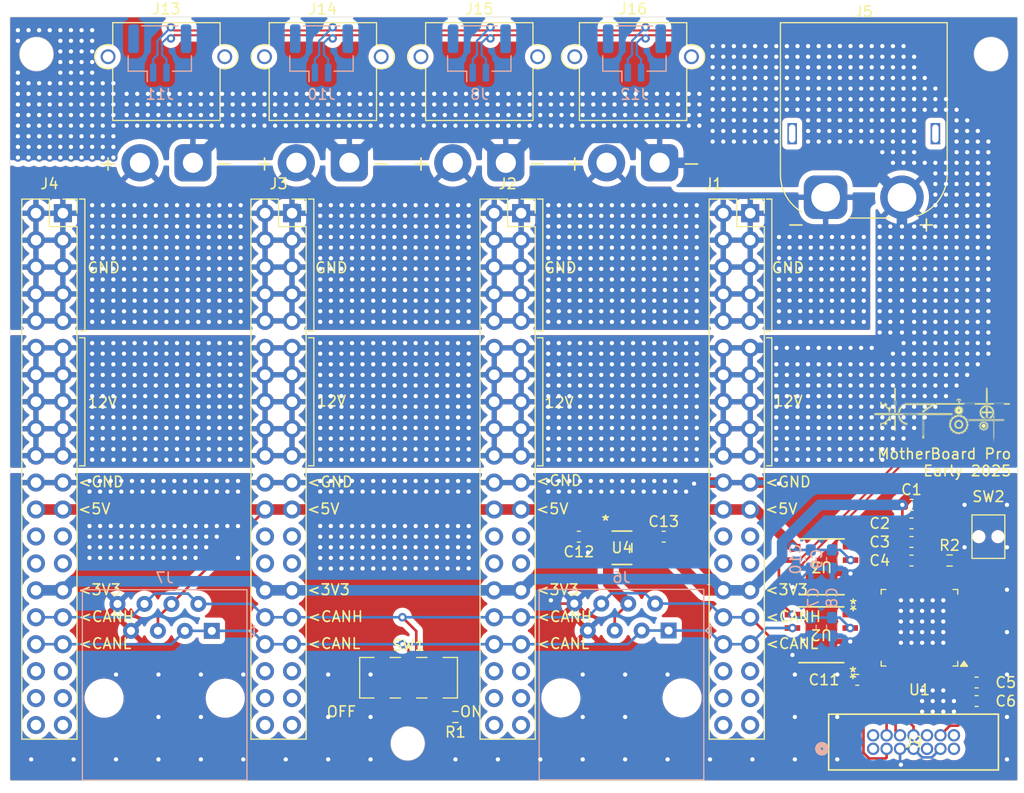
<source format=kicad_pcb>
(kicad_pcb (version 20241229) (generator "pcbnew") (generator_version "9.0")
  (layers (0 "F.Cu" signal) (2 "B.Cu" signal) (13 "F.Paste" user) (15 "B.Paste" user) (5 "F.SilkS" user "F.Silkscreen") (7 "B.SilkS" user "B.Silkscreen") (1 "F.Mask" user) (3 "B.Mask" user) (25 "Edge.Cuts" user))
  (net 0 "")
  (net 1 "GNDPWR")
  (net 2 "+12V")
  (net 3 "GND")
  (net 4 "+5V")
  (net 7 "+3V3")
  (net 8 "CANH")
  (net 9 "CANL")
  (net 39 "Net-(R1-Pad1)")
  (net 40 "Net-(R1-Pad2)")
  (net 42 "RM_CAN+")
  (net 43 "RM_CAN-")
  (net 44 "TRACESWO")
  (net 47 "SWDIO")
  (net 51 "NRST")
  (net 52 "SWCLK")
  (net 73 "FDCAN1_RX")
  (net 75 "FDCAN2_RX")
  (net 81 "FDCAN1_TX")
  (net 84 "FDCAN2_TX")
  (footprint "Connector_PinSocket_2.54mm:PinSocket_2x20_P2.54mm_Vertical" (layer "F.Cu") (at 169.79 68.5)
    (property "Reference" "J1")
    (property "Value" "2x20")
  )
  (footprint "Connector_PinSocket_2.54mm:PinSocket_2x20_P2.54mm_Vertical" (layer "F.Cu") (at 148.19 68.5)
    (property "Reference" "J2")
    (property "Value" "2x20")
  )
  (footprint "Connector_PinSocket_2.54mm:PinSocket_2x20_P2.54mm_Vertical" (layer "F.Cu") (at 126.59 68.5)
    (property "Reference" "J3")
    (property "Value" "2x20")
  )
  (footprint "Connector_PinSocket_2.54mm:PinSocket_2x20_P2.54mm_Vertical" (layer "F.Cu") (at 104.99 68.5)
    (property "Reference" "J4")
    (property "Value" "2x20")
  )
  (footprint "Button_Switch_SMD:SW_DPDT_CK_JS202011JCQN" (layer "F.Cu") (at 137.581 112.3)
    (property "Reference" "SW1")
    (property "Value" "SW_Push_DPDT")
  )
  (footprint "Resistor_SMD:R_0603_1608Metric_Pad0.98x0.95mm_HandSolder" (layer "F.Cu") (at 142 116 180)
    (property "Reference" "R1")
    (property "Value" "120")
  )
  (footprint "d_robo_lib:TVAF06-A020B-R" (layer "F.Cu") (at 192.25 99)
    (property "Reference" "SW2")
    (property "Value" "SW_Push")
  )
  (footprint "Capacitor_SMD:C_0603_1608Metric_Pad1.08x0.95mm_HandSolder" (layer "F.Cu") (at 153.6375 99 180)
    (property "Reference" "C12")
    (property "Value" "1u")
  )
  (footprint "Capacitor_SMD:C_0603_1608Metric_Pad1.08x0.95mm_HandSolder" (layer "F.Cu") (at 185 101.25)
    (property "Reference" "C4")
    (property "Value" "0.1u")
  )
  (footprint "Capacitor_SMD:C_0603_1608Metric_Pad1.08x0.95mm_HandSolder" (layer "F.Cu") (at 185 96)
    (property "Reference" "C1")
    (property "Value" "4.7u")
  )
  (footprint "Capacitor_SMD:C_0603_1608Metric_Pad1.08x0.95mm_HandSolder" (layer "F.Cu") (at 179.8875 112.5 180)
    (property "Reference" "C11")
    (property "Value" "0.1u")
  )
  (footprint "TJA1441AT_0Z:SO8_SOT96-1_NXP" (layer "F.Cu") (at 176.5 108.25 180)
    (property "Reference" "U2")
    (property "Value" "TJA1441AT/0Z")
  )
  (footprint "Capacitor_SMD:C_0603_1608Metric_Pad1.08x0.95mm_HandSolder" (layer "F.Cu") (at 191.1375 114.5 180)
    (property "Reference" "C6")
    (property "Value" "0.1u")
  )
  (footprint "Connector_AMASS:AMASS_XT30PW-M_1x02_P2.50mm_Horizontal" (layer "F.Cu") (at 161.25 63.75)
    (property "Reference" "J16")
    (property "Value" "Conn_01x02_Pin")
  )
  (footprint "Capacitor_SMD:C_0603_1608Metric_Pad1.08x0.95mm_HandSolder" (layer "F.Cu") (at 161.6375 99)
    (property "Reference" "C13")
    (property "Value" "1u")
  )
  (footprint "Capacitor_SMD:C_0603_1608Metric_Pad1.08x0.95mm_HandSolder" (layer "F.Cu") (at 185 97.75)
    (property "Reference" "C2")
    (property "Value" "0.1u")
  )
  (footprint "Connector_AMASS:AMASS_XT60PW-M_1x02_P7.20mm_Horizontal" (layer "F.Cu") (at 176.9 67)
    (property "Reference" "J5")
    (property "Value" "XT60PW_M")
  )
  (footprint "Capacitor_SMD:C_0603_1608Metric_Pad1.08x0.95mm_HandSolder" (layer "F.Cu") (at 185 99.5)
    (property "Reference" "C3")
    (property "Value" "0.1u")
  )
  (footprint "Capacitor_SMD:C_0603_1608Metric_Pad1.08x0.95mm_HandSolder" (layer "F.Cu") (at 191.1375 112.75)
    (property "Reference" "C5")
    (property "Value" "0.1u")
  )
  (footprint "Resistor_SMD:R_0603_1608Metric_Pad0.98x0.95mm_HandSolder" (layer "F.Cu") (at 188.5875 101.25)
    (property "Reference" "R2")
    (property "Value" "10K")
  )
  (footprint "d_robo_lib:robocon" (layer "F.Cu") (at 188 87.5)
    (property "Reference" "G***" (hide yes))
    (property "Value" "LOGO" (hide yes))
  )
  (footprint "Connector_AMASS:AMASS_XT30PW-M_1x02_P2.50mm_Horizontal" (layer "F.Cu") (at 146.75 63.75)
    (property "Reference" "J15")
    (property "Value" "Conn_01x02_Pin")
  )
  (footprint "BU33SD5WG_TR:SSOP5_ROM" (layer "F.Cu") (at 157.7046 100.0475)
    (property "Reference" "U4")
    (property "Value" "BU33SD5WG-TR")
  )
  (footprint "Connector_AMASS:AMASS_XT30PW-M_1x02_P2.50mm_Horizontal" (layer "F.Cu") (at 117.25 63.75)
    (property "Reference" "J13")
    (property "Value" "Conn_01x02_Pin")
  )
  (footprint "Connector_AMASS:AMASS_XT30PW-M_1x02_P2.50mm_Horizontal" (layer "F.Cu") (at 132 63.75)
    (property "Reference" "J14")
    (property "Value" "Conn_01x02_Pin")
  )
  (footprint "Package_QFP:LQFP-48_7x7mm_P0.5mm" (layer "F.Cu") (at 185.75 107.5875 180)
    (property "Reference" "U1")
    (property "Value" "STM32G473CETx")
  )
  (footprint "3220-14-0100-00:CONN14_3220-14_CNC" (layer "F.Cu") (at 181.38 119)
    (property "Reference" "J9")
    (property "Value" "STLink/v3")
  )
  (footprint "TJA1441AT_0Z:SO8_SOT96-1_NXP" (layer "F.Cu") (at 176.52585 101.845 180)
    (property "Reference" "U3")
    (property "Value" "TJA1441AT/0Z")
  )
  (footprint "Connector_RJ:RJ45_Amphenol_54602-x08_Horizontal" (layer "B.Cu") (at 162.1 107.85 180)
    (property "Reference" "J6")
    (property "Value" "RJ45")
  )
  (footprint "Connector_RJ:RJ45_Amphenol_54602-x08_Horizontal" (layer "B.Cu") (at 119.03 107.88 180)
    (property "Reference" "J7")
    (property "Value" "RJ45")
  )
  (footprint "Connector_JST:JST_GH_SM02B-GHS-TB_1x02-1MP_P1.25mm_Horizontal" (layer "B.Cu") (at 114.125 53.4)
    (property "Reference" "J11")
    (property "Value" "Conn_01x02_Socket")
  )
  (footprint "Connector_JST:JST_GH_SM02B-GHS-TB_1x02-1MP_P1.25mm_Horizontal" (layer "B.Cu") (at 129.375 53.4)
    (property "Reference" "J10")
    (property "Value" "Conn_01x02_Socket")
  )
  (footprint "Connector_JST:JST_GH_SM02B-GHS-TB_1x02-1MP_P1.25mm_Horizontal" (layer "B.Cu") (at 144.25 53.4)
    (property "Reference" "J8")
    (property "Value" "Conn_01x02_Socket")
  )
  (footprint "Connector_JST:JST_GH_SM02B-GHS-TB_1x02-1MP_P1.25mm_Horizontal" (layer "B.Cu") (at 158.875 53.4)
    (property "Reference" "J12")
    (property "Value" "Conn_01x02_Socket")
  )
  (footprint "Capacitor_SMD:C_0603_1608Metric_Pad1.08x0.95mm_HandSolder" (layer "B.Cu") (at 175.5 101.1125 -90)
    (property "Reference" "C10")
    (property "Value" "0.1u")
  )
  (footprint "Capacitor_SMD:C_0603_1608Metric_Pad1.08x0.95mm_HandSolder" (layer "B.Cu") (at 177.5 107.5 -90)
    (property "Reference" "C8")
    (property "Value" "0.1u")
  )
  (footprint "Capacitor_SMD:C_0603_1608Metric_Pad1.08x0.95mm_HandSolder" (layer "B.Cu") (at 175.5 107.5 -90)
    (property "Reference" "C7")
    (property "Value" "1u")
  )
  (footprint "Capacitor_SMD:C_0603_1608Metric_Pad1.08x0.95mm_HandSolder" (layer "B.Cu") (at 177.5 101.1125 -90)
    (property "Reference" "C9")
    (property "Value" "1u")
  )
  (gr_line (start 107.061 79.615) (end 106.553 79.615) (stroke (width 0.12)) (layer "F.SilkS"))
  (gr_line (start 150.241 80.25) (end 150.241 92.315) (stroke (width 0.12)) (layer "F.SilkS"))
  (gr_line (start 171.323 80.25) (end 171.831 80.25) (stroke (width 0.12)) (layer "F.SilkS"))
  (gr_line (start 107.061 92.315) (end 106.553 92.315) (stroke (width 0.12)) (layer "F.SilkS"))
  (gr_line (start 171.831 67.169) (end 171.831 79.615) (stroke (width 0.12)) (layer "F.SilkS"))
  (gr_line (start 150.241 67.169) (end 150.241 79.615) (stroke (width 0.12)) (layer "F.SilkS"))
  (gr_line (start 106.553 80.25) (end 107.061 80.25) (stroke (width 0.12)) (layer "F.SilkS"))
  (gr_line (start 128.651 80.25) (end 128.651 92.315) (stroke (width 0.12)) (layer "F.SilkS"))
  (gr_line (start 128.143 67.169) (end 128.651 67.169) (stroke (width 0.12)) (layer "F.SilkS"))
  (gr_line (start 171.323 67.169) (end 171.831 67.169) (stroke (width 0.12)) (layer "F.SilkS"))
  (gr_line (start 149.733 67.169) (end 150.241 67.169) (stroke (width 0.12)) (layer "F.SilkS"))
  (gr_line (start 149.733 80.25) (end 150.241 80.25) (stroke (width 0.12)) (layer "F.SilkS"))
  (gr_line (start 128.651 92.315) (end 128.143 92.315) (stroke (width 0.12)) (layer "F.SilkS"))
  (gr_line (start 171.831 79.615) (end 171.323 79.615) (stroke (width 0.12)) (layer "F.SilkS"))
  (gr_line (start 107.061 67.169) (end 107.061 79.615) (stroke (width 0.12)) (layer "F.SilkS"))
  (gr_line (start 171.831 92.315) (end 171.323 92.315) (stroke (width 0.12)) (layer "F.SilkS"))
  (gr_line (start 107.061 80.25) (end 107.061 92.315) (stroke (width 0.12)) (layer "F.SilkS"))
  (gr_line (start 150.241 79.615) (end 149.733 79.615) (stroke (width 0.12)) (layer "F.SilkS"))
  (gr_line (start 150.241 92.315) (end 149.733 92.315) (stroke (width 0.12)) (layer "F.SilkS"))
  (gr_line (start 128.651 67.169) (end 128.651 79.615) (stroke (width 0.12)) (layer "F.SilkS"))
  (gr_line (start 128.651 79.615) (end 128.143 79.615) (stroke (width 0.12)) (layer "F.SilkS"))
  (gr_line (start 106.553 67.169) (end 107.061 67.169) (stroke (width 0.12)) (layer "F.SilkS"))
  (gr_line (start 128.143 80.25) (end 128.651 80.25) (stroke (width 0.12)) (layer "F.SilkS"))
  (gr_line (start 171.831 80.25) (end 171.831 92.315) (stroke (width 0.12)) (layer "F.SilkS"))
  (gr_line (start 100 50) (end 100 122) (stroke (width 0.05)) (layer "Edge.Cuts"))
  (gr_circle (center 102.5 53.5) (end 104.1 53.5) (stroke (width 0.05)) (fill no) (layer "Edge.Cuts"))
  (gr_line (start 100 50) (end 195 50) (stroke (width 0.05)) (layer "Edge.Cuts"))
  (gr_line (start 100 122) (end 195 122) (stroke (width 0.05)) (layer "Edge.Cuts"))
  (gr_circle (center 192.5 53.5) (end 194.1 53.5) (stroke (width 0.05)) (fill no) (layer "Edge.Cuts"))
  (gr_line (start 195 50) (end 195 122) (stroke (width 0.05)) (layer "Edge.Cuts"))
  (gr_circle (center 137.5 118.5) (end 139.1 118.5) (stroke (width 0.05)) (fill no) (layer "Edge.Cuts"))
  (gr_text "<5V" (at 172.72 96.379 0) (layer "F.SilkS") (effects (font (size 1 1))))
  (gr_text "<3V3" (at 108.458 103.999 0) (layer "F.SilkS") (effects (font (size 1 1))))
  (gr_text "<5V" (at 107.95 96.379 0) (layer "F.SilkS") (effects (font (size 1 1))))
  (gr_text "<3V3" (at 151.638 103.999 0) (layer "F.SilkS") (effects (font (size 1 1))))
  (gr_text "<GND" (at 130.175 93.839 0) (layer "F.SilkS") (effects (font (size 1 1))))
  (gr_text "<CANH" (at 173.863 106.539 0) (layer "F.SilkS") (effects (font (size 1 1))))
  (gr_text "GND" (at 130.302 73.646 0) (layer "F.SilkS") (effects (font (size 1 1))))
  (gr_text "12V" (at 130.302 86.219 0) (layer "F.SilkS") (effects (font (size 1 1))))
  (gr_text "ON" (at 143.475 115.5 0) (layer "F.SilkS") (effects (font (size 1 1))))
  (gr_text "<CANH" (at 109.093 106.539 0) (layer "F.SilkS") (effects (font (size 1 1))))
  (gr_text "<CANL" (at 108.966 109.079 0) (layer "F.SilkS") (effects (font (size 1 1))))
  (gr_text "12V" (at 151.765 86.346 0) (layer "F.SilkS") (effects (font (size 1 1))))
  (gr_text "GND" (at 151.892 73.646 0) (layer "F.SilkS") (effects (font (size 1 1))))
  (gr_text "OFF" (at 131.25 115.5 0) (layer "F.SilkS") (effects (font (size 1 1))))
  (gr_text "GND" (at 108.839 73.646 0) (layer "F.SilkS") (effects (font (size 1 1))))
  (gr_text "<5V" (at 129.54 96.379 0) (layer "F.SilkS") (effects (font (size 1 1))))
  (gr_text "<3V3" (at 173.228 103.999 0) (layer "F.SilkS") (effects (font (size 1 1))))
  (gr_text "<CANL" (at 173.736 109.079 0) (layer "F.SilkS") (effects (font (size 1 1))))
  (gr_text "12V" (at 108.712 86.346 0) (layer "F.SilkS") (effects (font (size 1 1))))
  (gr_text "<CANL" (at 130.556 109.079 0) (layer "F.SilkS") (effects (font (size 1 1))))
  (gr_text "<5V" (at 151.13 96.379 0) (layer "F.SilkS") (effects (font (size 1 1))))
  (gr_text "<3V3" (at 130.048 103.999 0) (layer "F.SilkS") (effects (font (size 1 1))))
  (gr_text "<CANH" (at 152.273 106.539 0) (layer "F.SilkS") (effects (font (size 1 1))))
  (gr_text "12V" (at 173.355 86.219 0) (layer "F.SilkS") (effects (font (size 1 1))))
  (gr_text "MotherBoard Pro\nEarly 2025" (at 194.5 92 0) (layer "F.SilkS") (effects (font (size 1 1)) (justify right)))
  (gr_text "GND" (at 173.355 73.646 0) (layer "F.SilkS") (effects (font (size 1 1))))
  (gr_text "<CANH" (at 130.683 106.539 0) (layer "F.SilkS") (effects (font (size 1 1))))
  (gr_text "<CANL" (at 152.146 109.079 0) (layer "F.SilkS") (effects (font (size 1 1))))
  (gr_text "<GND" (at 173.355 93.839 0) (layer "F.SilkS") (effects (font (size 1 1))))
  (gr_text "<GND" (at 108.585 93.839 0) (layer "F.SilkS") (effects (font (size 1 1))))
  (gr_text "<GND" (at 151.765 93.712 0) (layer "F.SilkS") (effects (font (size 1 1))))
  (via (at 117.75 78.75) (size 0.8) (drill 0.4) (layers "F.Cu" "B.Cu") (net 1))
  (via (at 177.5 78.75) (size 0.8) (drill 0.4) (layers "F.Cu" "B.Cu") (net 1))
  (via (at 108.75 71.75) (size 0.8) (drill 0.4) (layers "F.Cu" "B.Cu") (net 1))
  (via (at 117.75 70.75) (size 0.8) (drill 0.4) (layers "F.Cu" "B.Cu") (net 1))
  (via (at 143.25 76.75) (size 0.8) (drill 0.4) (layers "F.Cu" "B.Cu") (net 1))
  (via (at 153.75 76.75) (size 0.8) (drill 0.4) (layers "F.Cu" "B.Cu") (net 1))
  (via (at 132.25 72.75) (size 0.8) (drill 0.4) (layers "F.Cu" "B.Cu") (net 1))
  (via (at 129.25 68.75) (size 0.8) (drill 0.4) (layers "F.Cu" "B.Cu") (net 1))
  (via (at 118.75 69.75) (size 0.8) (drill 0.4) (layers "F.Cu" "B.Cu") (net 1))
  (via (at 141.25 78.75) (size 0.8) (drill 0.4) (layers "F.Cu" "B.Cu") (net 1))
  (via (at 175.5 70.75) (size 0.8) (drill 0.4) (layers "F.Cu" "B.Cu") (net 1))
  (via (at 131.25 77.75) (size 0.8) (drill 0.4) (layers "F.Cu" "B.Cu") (net 1))
  (via (at 141.25 68.75) (size 0.8) (drill 0.4) (layers "F.Cu" "B.Cu") (net 1))
  (via (at 159.75 72.75) (size 0.8) (drill 0.4) (layers "F.Cu" "B.Cu") (net 1))
  (via (at 143.25 69.75) (size 0.8) (drill 0.4) (layers "F.Cu" "B.Cu") (net 1))
  (via (at 142.25 72.75) (size 0.8) (drill 0.4) (layers "F.Cu" "B.Cu") (net 1))
  (via (at 160.75 77.75) (size 0.8) (drill 0.4) (layers "F.Cu" "B.Cu") (net 1))
  (via (at 107.75 67.75) (size 0.8) (drill 0.4) (layers "F.Cu" "B.Cu") (net 1))
  (via (at 156.75 68.75) (size 0.8) (drill 0.4) (layers "F.Cu" "B.Cu") (net 1))
  (via (at 115.75 73.75) (size 0.8) (drill 0.4) (layers "F.Cu" "B.Cu") (net 1))
  (via (at 154.75 78.75) (size 0.8) (drill 0.4) (layers "F.Cu" "B.Cu") (net 1))
  (via (at 140.25 72.75) (size 0.8) (drill 0.4) (layers "F.Cu" "B.Cu") (net 1))
  (via (at 113.75 78.75) (size 0.8) (drill 0.4) (layers "F.Cu" "B.Cu") (net 1))
  (via (at 133.25 75.75) (size 0.8) (drill 0.4) (layers "F.Cu" "B.Cu") (net 1))
  (via (at 118.75 76.75) (size 0.8) (drill 0.4) (layers "F.Cu" "B.Cu") (net 1))
  (via (at 161.75 70.75) (size 0.8) (drill 0.4) (layers "F.Cu" "B.Cu") (net 1))
  (via (at 152.75 67.75) (size 0.8) (drill 0.4) (layers "F.Cu" "B.Cu") (net 1))
  (via (at 159.75 73.75) (size 0.8) (drill 0.4) (layers "F.Cu" "B.Cu") (net 1))
  (via (at 115.75 74.75) (size 0.8) (drill 0.4) (layers "F.Cu" "B.Cu") (net 1))
  (via (at 114.75 75.75) (size 0.8) (drill 0.4) (layers "F.Cu" "B.Cu") (net 1))
  (via (at 111.75 74.75) (size 0.8) (drill 0.4) (layers "F.Cu" "B.Cu") (net 1))
  (via (at 112.75 67.75) (size 0.8) (drill 0.4) (layers "F.Cu" "B.Cu") (net 1))
  (via (at 114.75 78.75) (size 0.8) (drill 0.4) (layers "F.Cu" "B.Cu") (net 1))
  (via (at 160.75 67.75) (size 0.8) (drill 0.4) (layers "F.Cu" "B.Cu") (net 1))
  (via (at 159.75 67.75) (size 0.8) (drill 0.4) (layers "F.Cu" "B.Cu") (net 1))
  (via (at 130.25 67.75) (size 0.8) (drill 0.4) (layers "F.Cu" "B.Cu") (net 1))
  (via (at 141.25 75.75) (size 0.8) (drill 0.4) (layers "F.Cu" "B.Cu") (net 1))
  (via (at 180.5 71.75) (size 0.8) (drill 0.4) (layers "F.Cu" "B.Cu") (net 1))
  (via (at 172.5 77.75) (size 0.8) (drill 0.4) (layers "F.Cu" "B.Cu") (net 1))
  (via (at 108.75 77.75) (size 0.8) (drill 0.4) (layers "F.Cu" "B.Cu") (net 1))
  (via (at 135.25 73.75) (size 0.8) (drill 0.4) (layers "F.Cu" "B.Cu") (net 1))
  (via (at 136.25 68.75) (size 0.8) (drill 0.4) (layers "F.Cu" "B.Cu") (net 1))
  (via (at 132.25 67.75) (size 0.8) (drill 0.4) (layers "F.Cu" "B.Cu") (net 1))
  (via (at 129.25 73.75) (size 0.8) (drill 0.4) (layers "F.Cu" "B.Cu") (net 1))
  (via (at 178.5 72.75) (size 0.8) (drill 0.4) (layers "F.Cu" "B.Cu") (net 1))
  (via (at 116.75 77.75) (size 0.8) (drill 0.4) (layers "F.Cu" "B.Cu") (net 1))
  (via (at 173.5 75.75) (size 0.8) (drill 0.4) (layers "F.Cu" "B.Cu") (net 1))
  (via (at 162.75 76.75) (size 0.8) (drill 0.4) (layers "F.Cu" "B.Cu") (net 1))
  (via (at 108.75 68.75) (size 0.8) (drill 0.4) (layers "F.Cu" "B.Cu") (net 1))
  (via (at 139.25 72.75) (size 0.8) (drill 0.4) (layers "F.Cu" "B.Cu") (net 1))
  (via (at 134.25 76.75) (size 0.8) (drill 0.4) (layers "F.Cu" "B.Cu") (net 1))
  (via (at 132.25 73.75) (size 0.8) (drill 0.4) (layers "F.Cu" "B.Cu") (net 1))
  (via (at 152.75 70.75) (size 0.8) (drill 0.4) (layers "F.Cu" "B.Cu") (net 1))
  (via (at 155.75 67.75) (size 0.8) (drill 0.4) (layers "F.Cu" "B.Cu") (net 1))
  (via (at 159.75 68.75) (size 0.8) (drill 0.4) (layers "F.Cu" "B.Cu") (net 1))
  (via (at 114.75 68.75) (size 0.8) (drill 0.4) (layers "F.Cu" "B.Cu") (net 1))
  (via (at 163.75 73.75) (size 0.8) (drill 0.4) (layers "F.Cu" "B.Cu") (net 1))
  (via (at 161.75 76.75) (size 0.8) (drill 0.4) (layers "F.Cu" "B.Cu") (net 1))
  (via (at 119.75 68.75) (size 0.8) (drill 0.4) (layers "F.Cu" "B.Cu") (net 1))
  (via (at 120.75 75.75) (size 0.8) (drill 0.4) (layers "F.Cu" "B.Cu") (net 1))
  (via (at 119.75 70.75) (size 0.8) (drill 0.4) (layers "F.Cu" "B.Cu") (net 1))
  (via (at 150.75 68.75) (size 0.8) (drill 0.4) (layers "F.Cu" "B.Cu") (net 1))
  (via (at 156.75 72.75) (size 0.8) (drill 0.4) (layers "F.Cu" "B.Cu") (net 1))
  (via (at 120.75 74.75) (size 0.8) (drill 0.4) (layers "F.Cu" "B.Cu") (net 1))
  (via (at 143.25 72.75) (size 0.8) (drill 0.4) (layers "F.Cu" "B.Cu") (net 1))
  (via (at 107.75 75.75) (size 0.8) (drill 0.4) (layers "F.Cu" "B.Cu") (net 1))
  (via (at 107.75 77.75) (size 0.8) (drill 0.4) (layers "F.Cu" "B.Cu") (net 1))
  (via (at 131.25 78.75) (size 0.8) (drill 0.4) (layers "F.Cu" "B.Cu") (net 1))
  (via (at 150.75 73.75) (size 0.8) (drill 0.4) (layers "F.Cu" "B.Cu") (net 1))
  (via (at 173.5 73.75) (size 0.8) (drill 0.4) (layers "F.Cu" "B.Cu") (net 1))
  (via (at 139.25 77.75) (size 0.8) (drill 0.4) (layers "F.Cu" "B.Cu") (net 1))
  (via (at 109.75 76.75) (size 0.8) (drill 0.4) (layers "F.Cu" "B.Cu") (net 1))
  (via (at 110.75 74.75) (size 0.8) (drill 0.4) (layers "F.Cu" "B.Cu") (net 1))
  (via (at 114.75 67.75) (size 0.8) (drill 0.4) (layers "F.Cu" "B.Cu") (net 1))
  (via (at 136.25 69.75) (size 0.8) (drill 0.4) (layers "F.Cu" "B.Cu") (net 1))
  (via (at 162.75 71.75) (size 0.8) (drill 0.4) (layers "F.Cu" "B.Cu") (net 1))
  (via (at 180.5 73.75) (size 0.8) (drill 0.4) (layers "F.Cu" "B.Cu") (net 1))
  (via (at 138.25 73.75) (size 0.8) (drill 0.4) (layers "F.Cu" "B.Cu") (net 1))
  (via (at 153.75 69.75) (size 0.8) (drill 0.4) (layers "F.Cu" "B.Cu") (net 1))
  (via (at 173.5 78.75) (size 0.8) (drill 0.4) (layers "F.Cu" "B.Cu") (net 1))
  (via (at 133.25 70.75) (size 0.8) (drill 0.4) (layers "F.Cu" "B.Cu") (net 1))
  (via (at 153.75 78.75) (size 0.8) (drill 0.4) (layers "F.Cu" "B.Cu") (net 1))
  (via (at 178.5 78.75) (size 0.8) (drill 0.4) (layers "F.Cu" "B.Cu") (net 1))
  (via (at 151.75 71.75) (size 0.8) (drill 0.4) (layers "F.Cu" "B.Cu") (net 1))
  (via (at 157.75 73.75) (size 0.8) (drill 0.4) (layers "F.Cu" "B.Cu") (net 1))
  (via (at 176.5 73.75) (size 0.8) (drill 0.4) (layers "F.Cu" "B.Cu") (net 1))
  (via (at 156.75 78.75) (size 0.8) (drill 0.4) (layers "F.Cu" "B.Cu") (net 1))
  (via (at 133.25 72.75) (size 0.8) (drill 0.4) (layers "F.Cu" "B.Cu") (net 1))
  (via (at 139.25 68.75) (size 0.8) (drill 0.4) (layers "F.Cu" "B.Cu") (net 1))
  (via (at 107.75 78.75) (size 0.8) (drill 0.4) (layers "F.Cu" "B.Cu") (net 1))
  (via (at 129.25 75.75) (size 0.8) (drill 0.4) (layers "F.Cu" "B.Cu") (net 1))
  (via (at 133.25 71.75) (size 0.8) (drill 0.4) (layers "F.Cu" "B.Cu") (net 1))
  (via (at 136.25 76.75) (size 0.8) (drill 0.4) (layers "F.Cu" "B.Cu") (net 1))
  (via (at 158.75 78.75) (size 0.8) (drill 0.4) (layers "F.Cu" "B.Cu") (net 1))
  (via (at 135.25 75.75) (size 0.8) (drill 0.4) (layers "F.Cu" "B.Cu") (net 1))
  (via (at 120.75 71.75) (size 0.8) (drill 0.4) (layers "F.Cu" "B.Cu") (net 1))
  (via (at 112.75 75.75) (size 0.8) (drill 0.4) (layers "F.Cu" "B.Cu") (net 1))
  (via (at 134.25 75.75) (size 0.8) (drill 0.4) (layers "F.Cu" "B.Cu") (net 1))
  (via (at 180.5 77.75) (size 0.8) (drill 0.4) (layers "F.Cu" "B.Cu") (net 1))
  (via (at 156.75 69.75) (size 0.8) (drill 0.4) (layers "F.Cu" "B.Cu") (net 1))
  (via (at 176.5 72.75) (size 0.8) (drill 0.4) (layers "F.Cu" "B.Cu") (net 1))
  (via (at 136.25 71.75) (size 0.8) (drill 0.4) (layers "F.Cu" "B.Cu") (net 1))
  (via (at 164.75 76.75) (size 0.8) (drill 0.4) (layers "F.Cu" "B.Cu") (net 1))
  (via (at 154.75 74.75) (size 0.8) (drill 0.4) (layers "F.Cu" "B.Cu") (net 1))
  (via (at 142.25 70.75) (size 0.8) (drill 0.4) (layers "F.Cu" "B.Cu") (net 1))
  (via (at 130.25 74.75) (size 0.8) (drill 0.4) (layers "F.Cu" "B.Cu") (net 1))
  (via (at 135.25 72.75) (size 0.8) (drill 0.4) (layers "F.Cu" "B.Cu") (net 1))
  (via (at 139.25 74.75) (size 0.8) (drill 0.4) (layers "F.Cu" "B.Cu") (net 1))
  (via (at 132.25 77.75) (size 0.8) (drill 0.4) (layers "F.Cu" "B.Cu") (net 1))
  (via (at 114.75 71.75) (size 0.8) (drill 0.4) (layers "F.Cu" "B.Cu") (net 1))
  (via (at 110.75 68.75) (size 0.8) (drill 0.4) (layers "F.Cu" "B.Cu") (net 1))
  (via (at 134.25 69.75) (size 0.8) (drill 0.4) (layers "F.Cu" "B.Cu") (net 1))
  (via (at 132.25 76.75) (size 0.8) (drill 0.4) (layers "F.Cu" "B.Cu") (net 1))
  (via (at 131.25 69.75) (size 0.8) (drill 0.4) (layers "F.Cu" "B.Cu") (net 1))
  (via (at 109.75 78.75) (size 0.8) (drill 0.4) (layers "F.Cu" "B.Cu") (net 1))
  (via (at 107.75 76.75) (size 0.8) (drill 0.4) (layers "F.Cu" "B.Cu") (net 1))
  (via (at 158.75 76.75) (size 0.8) (drill 0.4) (layers "F.Cu" "B.Cu") (net 1))
  (via (at 117.75 75.75) (size 0.8) (drill 0.4) (layers "F.Cu" "B.Cu") (net 1))
  (via (at 143.25 77.75) (size 0.8) (drill 0.4) (layers "F.Cu" "B.Cu") (net 1))
  (via (at 119.75 71.75) (size 0.8) (drill 0.4) (layers "F.Cu" "B.Cu") (net 1))
  (via (at 162.75 69.75) (size 0.8) (drill 0.4) (layers "F.Cu" "B.Cu") (net 1))
  (via (at 159.75 78.75) (size 0.8) (drill 0.4) (layers "F.Cu" "B.Cu") (net 1))
  (via (at 175.5 73.75) (size 0.8) (drill 0.4) (layers "F.Cu" "B.Cu") (net 1))
  (via (at 111.75 71.75) (size 0.8) (drill 0.4) (layers "F.Cu" "B.Cu") (net 1))
  (via (at 154.75 67.75) (size 0.8) (drill 0.4) (layers "F.Cu" "B.Cu") (net 1))
  (via (at 111.75 78.75) (size 0.8) (drill 0.4) (layers "F.Cu" "B.Cu") (net 1))
  (via (at 155.75 68.75) (size 0.8) (drill 0.4) (layers "F.Cu" "B.Cu") (net 1))
  (via (at 116.75 67.75) (size 0.8) (drill 0.4) (layers "F.Cu" "B.Cu") (net 1))
  (via (at 172.5 76.75) (size 0.8) (drill 0.4) (layers "F.Cu" "B.Cu") (net 1))
  (via (at 115.75 70.75) (size 0.8) (drill 0.4) (layers "F.Cu" "B.Cu") (net 1))
  (via (at 178.5 74.75) (size 0.8) (drill 0.4) (layers "F.Cu" "B.Cu") (net 1))
  (via (at 156.75 70.75) (size 0.8) (drill 0.4) (layers "F.Cu" "B.Cu") (net 1))
  (via (at 119.75 78.75) (size 0.8) (drill 0.4) (layers "F.Cu" "B.Cu") (net 1))
  (via (at 131.25 76.75) (size 0.8) (drill 0.4) (layers "F.Cu" "B.Cu") (net 1))
  (via (at 155.75 70.75) (size 0.8) (drill 0.4) (layers "F.Cu" "B.Cu") (net 1))
  (via (at 118.75 67.75) (size 0.8) (drill 0.4) (layers "F.Cu" "B.Cu") (net 1))
  (via (at 151.75 75.75) (size 0.8) (drill 0.4) (layers "F.Cu" "B.Cu") (net 1))
  (via (at 107.75 73.75) (size 0.8) (drill 0.4) (layers "F.Cu" "B.Cu") (net 1))
  (via (at 114.75 70.75) (size 0.8) (drill 0.4) (layers "F.Cu" "B.Cu") (net 1))
  (via (at 157.75 74.75) (size 0.8) (drill 0.4) (layers "F.Cu" "B.Cu") (net 1))
  (via (at 132.25 74.75) (size 0.8) (drill 0.4) (layers "F.Cu" "B.Cu") (net 1))
  (via (at 174.5 74.75) (size 0.8) (drill 0.4) (layers "F.Cu" "B.Cu") (net 1))
  (via (at 137.25 76.75) (size 0.8) (drill 0.4) (layers "F.Cu" "B.Cu") (net 1))
  (via (at 151.75 69.75) (size 0.8) (drill 0.4) (layers "F.Cu" "B.Cu") (net 1))
  (via (at 180.5 78.75) (size 0.8) (drill 0.4) (layers "F.Cu" "B.Cu") (net 1))
  (via (at 151.75 74.75) (size 0.8) (drill 0.4) (layers "F.Cu" "B.Cu") (net 1))
  (via (at 134.25 72.75) (size 0.8) (drill 0.4) (layers "F.Cu" "B.Cu") (net 1))
  (via (at 179.5 78.75) (size 0.8) (drill 0.4) (layers "F.Cu" "B.Cu") (net 1))
  (via (at 113.75 72.75) (size 0.8) (drill 0.4) (layers "F.Cu" "B.Cu") (net 1))
  (via (at 110.75 70.75) (size 0.8) (drill 0.4) (layers "F.Cu" "B.Cu") (net 1))
  (via (at 152.75 78.75) (size 0.8) (drill 0.4) (layers "F.Cu" "B.Cu") (net 1))
  (via (at 110.75 73.75) (size 0.8) (drill 0.4) (layers "F.Cu" "B.Cu") (net 1))
  (via (at 120.75 72.75) (size 0.8) (drill 0.4) (layers "F.Cu" "B.Cu") (net 1))
  (via (at 162.75 77.75) (size 0.8) (drill 0.4) (layers "F.Cu" "B.Cu") (net 1))
  (via (at 108.75 78.75) (size 0.8) (drill 0.4) (layers "F.Cu" "B.Cu") (net 1))
  (via (at 175.5 74.75) (size 0.8) (drill 0.4) (layers "F.Cu" "B.Cu") (net 1))
  (via (at 134.25 77.75) (size 0.8) (drill 0.4) (layers "F.Cu" "B.Cu") (net 1))
  (via (at 137.25 70.75) (size 0.8) (drill 0.4) (layers "F.Cu" "B.Cu") (net 1))
  (via (at 119.75 72.75) (size 0.8) (drill 0.4) (layers "F.Cu" "B.Cu") (net 1))
  (via (at 137.25 69.75) (size 0.8) (drill 0.4) (layers "F.Cu" "B.Cu") (net 1))
  (via (at 179.5 71.75) (size 0.8) (drill 0.4) (layers "F.Cu" "B.Cu") (net 1))
  (via (at 164.75 74.75) (size 0.8) (drill 0.4) (layers "F.Cu" "B.Cu") (net 1))
  (via (at 134.25 73.75) (size 0.8) (drill 0.4) (layers "F.Cu" "B.Cu") (net 1))
  (via (at 107.75 68.75) (size 0.8) (drill 0.4) (layers "F.Cu" "B.Cu") (net 1))
  (via (at 143.25 71.75) (size 0.8) (drill 0.4) (layers "F.Cu" "B.Cu") (net 1))
  (via (at 129.25 72.75) (size 0.8) (drill 0.4) (layers "F.Cu" "B.Cu") (net 1))
  (via (at 133.25 73.75) (size 0.8) (drill 0.4) (layers "F.Cu" "B.Cu") (net 1))
  (via (at 108.75 73.75) (size 0.8) (drill 0.4) (layers "F.Cu" "B.Cu") (net 1))
  (via (at 162.75 75.75) (size 0.8) (drill 0.4) (layers "F.Cu" "B.Cu") (net 1))
  (via (at 156.75 75.75) (size 0.8) (drill 0.4) (layers "F.Cu" "B.Cu") (net 1))
  (via (at 115.75 67.75) (size 0.8) (drill 0.4) (layers "F.Cu" "B.Cu") (net 1))
  (via (at 129.25 77.75) (size 0.8) (drill 0.4) (layers "F.Cu" "B.Cu") (net 1))
  (via (at 138.25 71.75) (size 0.8) (drill 0.4) (layers "F.Cu" "B.Cu") (net 1))
  (via (at 162.75 73.75) (size 0.8) (drill 0.4) (layers "F.Cu" "B.Cu") (net 1))
  (via (at 137.25 72.75) (size 0.8) (drill 0.4) (layers "F.Cu" "B.Cu") (net 1))
  (via (at 132.25 71.75) (size 0.8) (drill 0.4) (layers "F.Cu" "B.Cu") (net 1))
  (via (at 153.75 72.75) (size 0.8) (drill 0.4) (layers "F.Cu" "B.Cu") (net 1))
  (via (at 116.75 70.75) (size 0.8) (drill 0.4) (layers "F.Cu" "B.Cu") (net 1))
  (via (at 112.75 73.75) (size 0.8) (drill 0.4) (layers "F.Cu" "B.Cu") (net 1))
  (via (at 161.75 68.75) (size 0.8) (drill 0.4) (layers "F.Cu" "B.Cu") (net 1))
  (via (at 163.75 71.75) (size 0.8) (drill 0.4) (layers "F.Cu" "B.Cu") (net 1))
  (via (at 150.75 77.75) (size 0.8) (drill 0.4) (layers "F.Cu" "B.Cu") (net 1))
  (via (at 116.75 71.75) (size 0.8) (drill 0.4) (layers "F.Cu" "B.Cu") (net 1))
  (via (at 173.5 76.75) (size 0.8) (drill 0.4) (layers "F.Cu" "B.Cu") (net 1))
  (via (at 108.75 72.75) (size 0.8) (drill 0.4) (layers "F.Cu" "B.Cu") (net 1))
  (via (at 130.25 73.75) (size 0.8) (drill 0.4) (layers "F.Cu" "B.Cu") (net 1))
  (via (at 138.25 70.75) (size 0.8) (drill 0.4) (layers "F.Cu" "B.Cu") (net 1))
  (via (at 115.75 78.75) (size 0.8) (drill 0.4) (layers "F.Cu" "B.Cu") (net 1))
  (via (at 109.75 70.75) (size 0.8) (drill 0.4) (layers "F.Cu" "B.Cu") (net 1))
  (via (at 132.25 69.75) (size 0.8) (drill 0.4) (layers "F.Cu" "B.Cu") (net 1))
  (via (at 152.75 73.75) (size 0.8) (drill 0.4) (layers "F.Cu" "B.Cu") (net 1))
  (via (at 137.25 74.75) (size 0.8) (drill 0.4) (layers "F.Cu" "B.Cu") (net 1))
  (via (at 164.75 69.75) (size 0.8) (drill 0.4) (layers "F.Cu" "B.Cu") (net 1))
  (via (at 164.75 72.75) (size 0.8) (drill 0.4) (layers "F.Cu" "B.Cu") (net 1))
  (via (at 108.75 76.75) (size 0.8) (drill 0.4) (layers "F.Cu" "B.Cu") (net 1))
  (via (at 137.25 73.75) (size 0.8) (drill 0.4) (layers "F.Cu" "B.Cu") (net 1))
  (via (at 113.75 70.75) (size 0.8) (drill 0.4) (layers "F.Cu" "B.Cu") (net 1))
  (via (at 143.25 67.75) (size 0.8) (drill 0.4) (layers "F.Cu" "B.Cu") (net 1))
  (via (at 111.75 68.75) (size 0.8) (drill 0.4) (layers "F.Cu" "B.Cu") (net 1))
  (via (at 153.75 67.75) (size 0.8) (drill 0.4) (layers "F.Cu" "B.Cu") (net 1))
  (via (at 177.5 77.75) (size 0.8) (drill 0.4) (layers "F.Cu" "B.Cu") (net 1))
  (via (at 150.75 74.75) (size 0.8) (drill 0.4) (layers "F.Cu" "B.Cu") (net 1))
  (via (at 161.75 74.75) (size 0.8) (drill 0.4) (layers "F.Cu" "B.Cu") (net 1))
  (via (at 117.75 74.75) (size 0.8) (drill 0.4) (layers "F.Cu" "B.Cu") (net 1))
  (via (at 109.75 71.75) (size 0.8) (drill 0.4) (layers "F.Cu" "B.Cu") (net 1))
  (via (at 135.25 69.75) (size 0.8) (drill 0.4) (layers "F.Cu" "B.Cu") (net 1))
  (via (at 120.75 67.75) (size 0.8) (drill 0.4) (layers "F.Cu" "B.Cu") (net 1))
  (via (at 164.75 71.75) (size 0.8) (drill 0.4) (layers "F.Cu" "B.Cu") (net 1))
  (via (at 114.75 73.75) (size 0.8) (drill 0.4) (layers "F.Cu" "B.Cu") (net 1))
  (via (at 160.75 76.75) (size 0.8) (drill 0.4) (layers "F.Cu" "B.Cu") (net 1))
  (via (at 154.75 73.75) (size 0.8) (drill 0.4) (layers "F.Cu" "B.Cu") (net 1))
  (via (at 161.75 67.75) (size 0.8) (drill 0.4) (layers "F.Cu" "B.Cu") (net 1))
  (via (at 175.5 78.75) (size 0.8) (drill 0.4) (layers "F.Cu" "B.Cu") (net 1))
  (via (at 109.75 67.75) (size 0.8) (drill 0.4) (layers "F.Cu" "B.Cu") (net 1))
  (via (at 116.75 68.75) (size 0.8) (drill 0.4) (layers "F.Cu" "B.Cu") (net 1))
  (via (at 111.75 69.75) (size 0.8) (drill 0.4) (layers "F.Cu" "B.Cu") (net 1))
  (via (at 180.5 76.75) (size 0.8) (drill 0.4) (layers "F.Cu" "B.Cu") (net 1))
  (via (at 137.25 75.75) (size 0.8) (drill 0.4) (layers "F.Cu" "B.Cu") (net 1))
  (via (at 130.25 68.75) (size 0.8) (drill 0.4) (layers "F.Cu" "B.Cu") (net 1))
  (via (at 156.75 74.75) (size 0.8) (drill 0.4) (layers "F.Cu" "B.Cu") (net 1))
  (via (at 109.75 68.75) (size 0.8) (drill 0.4) (layers "F.Cu" "B.Cu") (net 1))
  (via (at 132.25 75.75) (size 0.8) (drill 0.4) (layers "F.Cu" "B.Cu") (net 1))
  (via (at 163.75 75.75) (size 0.8) (drill 0.4) (layers "F.Cu" "B.Cu") (net 1))
  (via (at 110.75 67.75) (size 0.8) (drill 0.4) (layers "F.Cu" "B.Cu") (net 1))
  (via (at 162.75 78.75) (size 0.8) (drill 0.4) (layers "F.Cu" "B.Cu") (net 1))
  (via (at 155.75 76.75) (size 0.8) (drill 0.4) (layers "F.Cu" "B.Cu") (net 1))
  (via (at 136.25 72.75) (size 0.8) (drill 0.4) (layers "F.Cu" "B.Cu") (net 1))
  (via (at 140.25 76.75) (size 0.8) (drill 0.4) (layers "F.Cu" "B.Cu") (net 1))
  (via (at 116.75 74.75) (size 0.8) (drill 0.4) (layers "F.Cu" "B.Cu") (net 1))
  (via (at 137.25 71.75) (size 0.8) (drill 0.4) (layers "F.Cu" "B.Cu") (net 1))
  (via (at 156.75 76.75) (size 0.8) (drill 0.4) (layers "F.Cu" "B.Cu") (net 1))
  (via (at 160.75 74.75) (size 0.8) (drill 0.4) (layers "F.Cu" "B.Cu") (net 1))
  (via (at 134.25 74.75) (size 0.8) (drill 0.4) (layers "F.Cu" "B.Cu") (net 1))
  (via (at 159.75 70.75) (size 0.8) (drill 0.4) (layers "F.Cu" "B.Cu") (net 1))
  (via (at 158.75 68.75) (size 0.8) (drill 0.4) (layers "F.Cu" "B.Cu") (net 1))
  (via (at 141.25 74.75) (size 0.8) (drill 0.4) (layers "F.Cu" "B.Cu") (net 1))
  (via (at 143.25 78.75) (size 0.8) (drill 0.4) (layers "F.Cu" "B.Cu") (net 1))
  (via (at 130.25 71.75) (size 0.8) (drill 0.4) (layers "F.Cu" "B.Cu") (net 1))
  (via (at 133.25 68.75) (size 0.8) (drill 0.4) (layers "F.Cu" "B.Cu") (net 1))
  (via (at 153.75 75.75) (size 0.8) (drill 0.4) (layers "F.Cu" "B.Cu") (net 1))
  (via (at 135.25 76.75) (size 0.8) (drill 0.4) (layers "F.Cu" "B.Cu") (net 1))
  (via (at 151.75 70.75) (size 0.8) (drill 0.4) (layers "F.Cu" "B.Cu") (net 1))
  (via (at 111.75 77.75) (size 0.8) (drill 0.4) (layers "F.Cu" "B.Cu") (net 1))
  (via (at 141.25 73.75) (size 0.8) (drill 0.4) (layers "F.Cu" "B.Cu") (net 1))
  (via (at 112.75 71.75) (size 0.8) (drill 0.4) (layers "F.Cu" "B.Cu") (net 1))
  (via (at 142.25 73.75) (size 0.8) (drill 0.4) (layers "F.Cu" "B.Cu") (net 1))
  (via (at 135.25 68.75) (size 0.8) (drill 0.4) (layers "F.Cu" "B.Cu") (net 1))
  (via (at 152.75 76.75) (size 0.8) (drill 0.4) (layers "F.Cu" "B.Cu") (net 1))
  (via (at 119.75 67.75) (size 0.8) (drill 0.4) (layers "F.Cu" "B.Cu") (net 1))
  (via (at 134.25 70.75) (size 0.8) (drill 0.4) (layers "F.Cu" "B.Cu") (net 1))
  (via (at 178.5 76.75) (size 0.8) (drill 0.4) (layers "F.Cu" "B.Cu") (net 1))
  (via (at 159.75 69.75) (size 0.8) (drill 0.4) (layers "F.Cu" "B.Cu") (net 1))
  (via (at 180.5 72.75) (size 0.8) (drill 0.4) (layers "F.Cu" "B.Cu") (net 1))
  (via (at 119.75 77.75) (size 0.8) (drill 0.4) (layers "F.Cu" "B.Cu") (net 1))
  (via (at 108.75 75.75) (size 0.8) (drill 0.4) (layers "F.Cu" "B.Cu") (net 1))
  (via (at 172.5 71.75) (size 0.8) (drill 0.4) (layers "F.Cu" "B.Cu") (net 1))
  (via (at 129.25 74.75) (size 0.8) (drill 0.4) (layers "F.Cu" "B.Cu") (net 1))
  (via (at 117.75 73.75) (size 0.8) (drill 0.4) (layers "F.Cu" "B.Cu") (net 1))
  (via (at 139.25 75.75) (size 0.8) (drill 0.4) (layers "F.Cu" "B.Cu") (net 1))
  (via (at 110.75 77.75) (size 0.8) (drill 0.4) (layers "F.Cu" "B.Cu") (net 1))
  (via (at 174.5 75.75) (size 0.8) (drill 0.4) (layers "F.Cu" "B.Cu") (net 1))
  (via (at 161.75 72.75) (size 0.8) (drill 0.4) (layers "F.Cu" "B.Cu") (net 1))
  (via (at 158.75 74.75) (size 0.8) (drill 0.4) (layers "F.Cu" "B.Cu") (net 1))
  (via (at 153.75 77.75) (size 0.8) (drill 0.4) (layers "F.Cu" "B.Cu") (net 1))
  (via (at 121.75 75.75) (size 0.8) (drill 0.4) (layers "F.Cu" "B.Cu") (net 1))
  (via (at 152.75 75.75) (size 0.8) (drill 0.4) (layers "F.Cu" "B.Cu") (net 1))
  (via (at 116.75 75.75) (size 0.8) (drill 0.4) (layers "F.Cu" "B.Cu") (net 1))
  (via (at 141.25 72.75) (size 0.8) (drill 0.4) (layers "F.Cu" "B.Cu") (net 1))
  (via (at 111.75 67.75) (size 0.8) (drill 0.4) (layers "F.Cu" "B.Cu") (net 1))
  (via (at 110.75 71.75) (size 0.8) (drill 0.4) (layers "F.Cu" "B.Cu") (net 1))
  (via (at 138.25 77.75) (size 0.8) (drill 0.4) (layers "F.Cu" "B.Cu") (net 1))
  (via (at 129.25 71.75) (size 0.8) (drill 0.4) (layers "F.Cu" "B.Cu") (net 1))
  (via (at 160.75 71.75) (size 0.8) (drill 0.4) (layers "F.Cu" "B.Cu") (net 1))
  (via (at 156.75 73.75) (size 0.8) (drill 0.4) (layers "F.Cu" "B.Cu") (net 1))
  (via (at 158.75 77.75) (size 0.8) (drill 0.4) (layers "F.Cu" "B.Cu") (net 1))
  (via (at 178.5 77.75) (size 0.8) (drill 0.4) (layers "F.Cu" "B.Cu") (net 1))
  (via (at 174.5 70.75) (size 0.8) (drill 0.4) (layers "F.Cu" "B.Cu") (net 1))
  (via (at 108.75 70.75) (size 0.8) (drill 0.4) (layers "F.Cu" "B.Cu") (net 1))
  (via (at 157.75 69.75) (size 0.8) (drill 0.4) (layers "F.Cu" "B.Cu") (net 1))
  (via (at 136.25 78.75) (size 0.8) (drill 0.4) (layers "F.Cu" "B.Cu") (net 1))
  (via (at 114.75 72.75) (size 0.8) (drill 0.4) (layers "F.Cu" "B.Cu") (net 1))
  (via (at 161.75 75.75) (size 0.8) (drill 0.4) (layers "F.Cu" "B.Cu") (net 1))
  (via (at 140.25 67.75) (size 0.8) (drill 0.4) (layers "F.Cu" "B.Cu") (net 1))
  (via (at 158.75 69.75) (size 0.8) (drill 0.4) (layers "F.Cu" "B.Cu") (net 1))
  (via (at 139.25 76.75) (size 0.8) (drill 0.4) (layers "F.Cu" "B.Cu") (net 1))
  (via (at 161.75 78.75) (size 0.8) (drill 0.4) (layers "F.Cu" "B.Cu") (net 1))
  (via (at 119.75 75.75) (size 0.8) (drill 0.4) (layers "F.Cu" "B.Cu") (net 1))
  (via (at 140.25 78.75) (size 0.8) (drill 0.4) (layers "F.Cu" "B.Cu") (net 1))
  (via (at 120.75 70.75) (size 0.8) (drill 0.4) (layers "F.Cu" "B.Cu") (net 1))
  (via (at 164.75 78.75) (size 0.8) (drill 0.4) (layers "F.Cu" "B.Cu") (net 1))
  (via (at 132.25 68.75) (size 0.8) (drill 0.4) (layers "F.Cu" "B.Cu") (net 1))
  (via (at 157.75 78.75) (size 0.8) (drill 0.4) (layers "F.Cu" "B.Cu") (net 1))
  (via (at 110.75 76.75) (size 0.8) (drill 0.4) (layers "F.Cu" "B.Cu") (net 1))
  (via (at 177.5 76.75) (size 0.8) (drill 0.4) (layers "F.Cu" "B.Cu") (net 1))
  (via (at 133.25 69.75) (size 0.8) (drill 0.4) (layers "F.Cu" "B.Cu") (net 1))
  (via (at 129.25 78.75) (size 0.8) (drill 0.4) (layers "F.Cu" "B.Cu") (net 1))
  (via (at 120.75 68.75) (size 0.8) (drill 0.4) (layers "F.Cu" "B.Cu") (net 1))
  (via (at 155.75 69.75) (size 0.8) (drill 0.4) (layers "F.Cu" "B.Cu") (net 1))
  (via (at 161.75 71.75) (size 0.8) (drill 0.4) (layers "F.Cu" "B.Cu") (net 1))
  (via (at 154.75 71.75) (size 0.8) (drill 0.4) (layers "F.Cu" "B.Cu") (net 1))
  (via (at 118.75 74.75) (size 0.8) (drill 0.4) (layers "F.Cu" "B.Cu") (net 1))
  (via (at 157.75 68.75) (size 0.8) (drill 0.4) (layers "F.Cu" "B.Cu") (net 1))
  (via (at 119.75 74.75) (size 0.8) (drill 0.4) (layers "F.Cu" "B.Cu") (net 1))
  (via (at 116.75 78.75) (size 0.8) (drill 0.4) (layers "F.Cu" "B.Cu") (net 1))
  (via (at 142.25 68.75) (size 0.8) (drill 0.4) (layers "F.Cu" "B.Cu") (net 1))
  (via (at 112.75 78.75) (size 0.8) (drill 0.4) (layers "F.Cu" "B.Cu") (net 1))
  (via (at 154.75 68.75) (size 0.8) (drill 0.4) (layers "F.Cu" "B.Cu") (net 1))
  (via (at 177.5 70.75) (size 0.8) (drill 0.4) (layers "F.Cu" "B.Cu") (net 1))
  (via (at 160.75 70.75) (size 0.8) (drill 0.4) (layers "F.Cu" "B.Cu") (net 1))
  (via (at 154.75 69.75) (size 0.8) (drill 0.4) (layers "F.Cu" "B.Cu") (net 1))
  (via (at 154.75 77.75) (size 0.8) (drill 0.4) (layers "F.Cu" "B.Cu") (net 1))
  (via (at 162.75 68.75) (size 0.8) (drill 0.4) (layers "F.Cu" "B.Cu") (net 1))
  (via (at 163.75 77.75) (size 0.8) (drill 0.4) (layers "F.Cu" "B.Cu") (net 1))
  (via (at 109.75 77.75) (size 0.8) (drill 0.4) (layers "F.Cu" "B.Cu") (net 1))
  (via (at 142.25 74.75) (size 0.8) (drill 0.4) (layers "F.Cu" "B.Cu") (net 1))
  (via (at 179.5 70.75) (size 0.8) (drill 0.4) (layers "F.Cu" "B.Cu") (net 1))
  (via (at 136.25 75.75) (size 0.8) (drill 0.4) (layers "F.Cu" "B.Cu") (net 1))
  (via (at 151.75 77.75) (size 0.8) (drill 0.4) (layers "F.Cu" "B.Cu") (net 1))
  (via (at 120.75 78.75) (size 0.8) (drill 0.4) (layers "F.Cu" "B.Cu") (net 1))
  (via (at 153.75 74.75) (size 0.8) (drill 0.4) (layers "F.Cu" "B.Cu") (net 1))
  (via (at 141.25 67.75) (size 0.8) (drill 0.4) (layers "F.Cu" "B.Cu") (net 1))
  (via (at 142.25 76.75) (size 0.8) (drill 0.4) (layers "F.Cu" "B.Cu") (net 1))
  (via (at 153.75 71.75) (size 0.8) (drill 0.4) (layers "F.Cu" "B.Cu") (net 1))
  (via (at 140.25 71.75) (size 0.8) (drill 0.4) (layers "F.Cu" "B.Cu") (net 1))
  (via (at 179.5 76.75) (size 0.8) (drill 0.4) (layers "F.Cu" "B.Cu") (net 1))
  (via (at 162.75 67.75) (size 0.8) (drill 0.4) (layers "F.Cu" "B.Cu") (net 1))
  (via (at 154.75 72.75) (size 0.8) (drill 0.4) (layers "F.Cu" "B.Cu") (net 1))
  (via (at 130.25 77.75) (size 0.8) (drill 0.4) (layers "F.Cu" "B.Cu") (net 1))
  (via (at 117.75 68.75) (size 0.8) (drill 0.4) (layers "F.Cu" "B.Cu") (net 1))
  (via (at 142.25 71.75) (size 0.8) (drill 0.4) (layers "F.Cu" "B.Cu") (net 1))
  (via (at 120.75 69.75) (size 0.8) (drill 0.4) (layers "F.Cu" "B.Cu") (net 1))
  (via (at 107.75 70.75) (size 0.8) (drill 0.4) (layers "F.Cu" "B.Cu") (net 1))
  (via (at 130.25 78.75) (size 0.8) (drill 0.4) (layers "F.Cu" "B.Cu") (net 1))
  (via (at 115.75 68.75) (size 0.8) (drill 0.4) (layers "F.Cu" "B.Cu") (net 1))
  (via (at 141.25 77.75) (size 0.8) (drill 0.4) (layers "F.Cu" "B.Cu") (net 1))
  (via (at 155.75 71.75) (size 0.8) (drill 0.4) (layers "F.Cu" "B.Cu") (net 1))
  (via (at 129.25 67.75) (size 0.8) (drill 0.4) (layers "F.Cu" "B.Cu") (net 1))
  (via (at 178.5 75.75) (size 0.8) (drill 0.4) (layers "F.Cu" "B.Cu") (net 1))
  (via (at 152.75 69.75) (size 0.8) (drill 0.4) (layers "F.Cu" "B.Cu") (net 1))
  (via (at 178.5 70.75) (size 0.8) (drill 0.4) (layers "F.Cu" "B.Cu") (net 1))
  (via (at 140.25 74.75) (size 0.8) (drill 0.4) (layers "F.Cu" "B.Cu") (net 1))
  (via (at 116.75 73.75) (size 0.8) (drill 0.4) (layers "F.Cu" "B.Cu") (net 1))
  (via (at 136.25 67.75) (size 0.8) (drill 0.4) (layers "F.Cu" "B.Cu") (net 1))
  (via (at 174.5 77.75) (size 0.8) (drill 0.4) (layers "F.Cu" "B.Cu") (net 1))
  (via (at 178.5 71.75) (size 0.8) (drill 0.4) (layers "F.Cu" "B.Cu") (net 1))
  (via (at 141.25 69.75) (size 0.8) (drill 0.4) (layers "F.Cu" "B.Cu") (net 1))
  (via (at 111.75 73.75) (size 0.8) (drill 0.4) (layers "F.Cu" "B.Cu") (net 1))
  (via (at 179.5 75.75) (size 0.8) (drill 0.4) (layers "F.Cu" "B.Cu") (net 1))
  (via (at 109.75 74.75) (size 0.8) (drill 0.4) (layers "F.Cu" "B.Cu") (net 1))
  (via (at 143.25 75.75) (size 0.8) (drill 0.4) (layers "F.Cu" "B.Cu") (net 1))
  (via (at 142.25 75.75) (size 0.8) (drill 0.4) (layers "F.Cu" "B.Cu") (net 1))
  (via (at 164.75 75.75) (size 0.8) (drill 0.4) (layers "F.Cu" "B.Cu") (net 1))
  (via (at 118.75 68.75) (size 0.8) (drill 0.4) (layers "F.Cu" "B.Cu") (net 1))
  (via (at 158.75 72.75) (size 0.8) (drill 0.4) (layers "F.Cu" "B.Cu") (net 1))
  (via (at 139.25 67.75) (size 0.8) (drill 0.4) (layers "F.Cu" "B.Cu") (net 1))
  (via (at 132.25 78.75) (size 0.8) (drill 0.4) (layers "F.Cu" "B.Cu") (net 1))
  (via (at 109.75 69.75) (size 0.8) (drill 0.4) (layers "F.Cu" "B.Cu") (net 1))
  (via (at 135.25 70.75) (size 0.8) (drill 0.4) (layers "F.Cu" "B.Cu") (net 1))
  (via (at 157.75 75.75) (size 0.8) (drill 0.4) (layers "F.Cu" "B.Cu") (net 1))
  (via (at 163.75 76.75) (size 0.8) (drill 0.4) (layers "F.Cu" "B.Cu") (net 1))
  (via (at 177.5 74.75) (size 0.8) (drill 0.4) (layers "F.Cu" "B.Cu") (net 1))
  (via (at 120.75 73.75) (size 0.8) (drill 0.4) (layers "F.Cu" "B.Cu") (net 1))
  (via (at 111.75 75.75) (size 0.8) (drill 0.4) (layers "F.Cu" "B.Cu") (net 1))
  (via (at 110.75 78.75) (size 0.8) (drill 0.4) (layers "F.Cu" "B.Cu") (net 1))
  (via (at 138.25 76.75) (size 0.8) (drill 0.4) (layers "F.Cu" "B.Cu") (net 1))
  (via (at 135.25 67.75) (size 0.8) (drill 0.4) (layers "F.Cu" "B.Cu") (net 1))
  (via (at 141.25 76.75) (size 0.8) (drill 0.4) (layers "F.Cu" "B.Cu") (net 1))
  (via (at 118.75 73.75) (size 0.8) (drill 0.4) (layers "F.Cu" "B.Cu") (net 1))
  (via (at 118.75 78.75) (size 0.8) (drill 0.4) (layers "F.Cu" "B.Cu") (net 1))
  (via (at 138.25 72.75) (size 0.8) (drill 0.4) (layers "F.Cu" "B.Cu") (net 1))
  (via (at 161.75 73.75) (size 0.8) (drill 0.4) (layers "F.Cu" "B.Cu") (net 1))
  (via (at 156.75 77.75) (size 0.8) (drill 0.4) (layers "F.Cu" "B.Cu") (net 1))
  (via (at 114.75 76.75) (size 0.8) (drill 0.4) (layers "F.Cu" "B.Cu") (net 1))
  (via (at 173.5 77.75) (size 0.8) (drill 0.4) (layers "F.Cu" "B.Cu") (net 1))
  (via (at 133.25 77.75) (size 0.8) (drill 0.4) (layers "F.Cu" "B.Cu") (net 1))
  (via (at 172.5 74.75) (size 0.8) (drill 0.4) (layers "F.Cu" "B.Cu") (net 1))
  (via (at 180.5 74.75) (size 0.8) (drill 0.4) (layers "F.Cu" "B.Cu") (net 1))
  (via (at 156.75 71.75) (size 0.8) (drill 0.4) (layers "F.Cu" "B.Cu") (net 1))
  (via (at 177.5 75.75) (size 0.8) (drill 0.4) (layers "F.Cu" "B.Cu") (net 1))
  (via (at 107.75 74.75) (size 0.8) (drill 0.4) (layers "F.Cu" "B.Cu") (net 1))
  (via (at 118.75 77.75) (size 0.8) (drill 0.4) (layers "F.Cu" "B.Cu") (net 1))
  (via (at 115.75 71.75) (size 0.8) (drill 0.4) (layers "F.Cu" "B.Cu") (net 1))
  (via (at 175.5 77.75) (size 0.8) (drill 0.4) (layers "F.Cu" "B.Cu") (net 1))
  (via (at 137.25 67.75) (size 0.8) (drill 0.4) (layers "F.Cu" "B.Cu") (net 1))
  (via (at 164.75 68.75) (size 0.8) (drill 0.4) (layers "F.Cu" "B.Cu") (net 1))
  (via (at 129.25 69.75) (size 0.8) (drill 0.4) (layers "F.Cu" "B.Cu") (net 1))
  (via (at 163.75 74.75) (size 0.8) (drill 0.4) (layers "F.Cu" "B.Cu") (net 1))
  (via (at 152.75 77.75) (size 0.8) (drill 0.4) (layers "F.Cu" "B.Cu") (net 1))
  (via (at 117.75 69.75) (size 0.8) (drill 0.4) (layers "F.Cu" "B.Cu") (net 1))
  (via (at 139.25 71.75) (size 0.8) (drill 0.4) (layers "F.Cu" "B.Cu") (net 1))
  (via (at 138.25 69.75) (size 0.8) (drill 0.4) (layers "F.Cu" "B.Cu") (net 1))
  (via (at 154.75 76.75) (size 0.8) (drill 0.4) (layers "F.Cu" "B.Cu") (net 1))
  (via (at 113.75 67.75) (size 0.8) (drill 0.4) (layers "F.Cu" "B.Cu") (net 1))
  (via (at 177.5 71.75) (size 0.8) (drill 0.4) (layers "F.Cu" "B.Cu") (net 1))
  (via (at 135.25 74.75) (size 0.8) (drill 0.4) (layers "F.Cu" "B.Cu") (net 1))
  (via (at 153.75 68.75) (size 0.8) (drill 0.4) (layers "F.Cu" "B.Cu") (net 1))
  (via (at 117.75 72.75) (size 0.8) (drill 0.4) (layers "F.Cu" "B.Cu") (net 1))
  (via (at 172.5 72.75) (size 0.8) (drill 0.4) (layers "F.Cu" "B.Cu") (net 1))
  (via (at 151.75 76.75) (size 0.8) (drill 0.4) (layers "F.Cu" "B.Cu") (net 1))
  (via (at 136.25 74.75) (size 0.8) (drill 0.4) (layers "F.Cu" "B.Cu") (net 1))
  (via (at 135.25 71.75) (size 0.8) (drill 0.4) (layers "F.Cu" "B.Cu") (net 1))
  (via (at 175.5 76.75) (size 0.8) (drill 0.4) (layers "F.Cu" "B.Cu") (net 1))
  (via (at 134.25 67.75) (size 0.8) (drill 0.4) (layers "F.Cu" "B.Cu") (net 1))
  (via (at 134.25 71.75) (size 0.8) (drill 0.4) (layers "F.Cu" "B.Cu") (net 1))
  (via (at 119.75 76.75) (size 0.8) (drill 0.4) (layers "F.Cu" "B.Cu") (net 1))
  (via (at 150.75 78.75) (size 0.8) (drill 0.4) (layers "F.Cu" "B.Cu") (net 1))
  (via (at 107.75 72.75) (size 0.8) (drill 0.4) (layers "F.Cu" "B.Cu") (net 1))
  (via (at 113.75 68.75) (size 0.8) (drill 0.4) (layers "F.Cu" "B.Cu") (net 1))
  (via (at 119.75 69.75) (size 0.8) (drill 0.4) (layers "F.Cu" "B.Cu") (net 1))
  (via (at 140.25 75.75) (size 0.8) (drill 0.4) (layers "F.Cu" "B.Cu") (net 1))
  (via (at 115.75 77.75) (size 0.8) (drill 0.4) (layers "F.Cu" "B.Cu") (net 1))
  (via (at 120.75 76.75) (size 0.8) (drill 0.4) (layers "F.Cu" "B.Cu") (net 1))
  (via (at 143.25 68.75) (size 0.8) (drill 0.4) (layers "F.Cu" "B.Cu") (net 1))
  (via (at 131.25 67.75) (size 0.8) (drill 0.4) (layers "F.Cu" "B.Cu") (net 1))
  (via (at 151.75 67.75) (size 0.8) (drill 0.4) (layers "F.Cu" "B.Cu") (net 1))
  (via (at 163.75 67.75) (size 0.8) (drill 0.4) (layers "F.Cu" "B.Cu") (net 1))
  (via (at 116.75 72.75) (size 0.8) (drill 0.4) (layers "F.Cu" "B.Cu") (net 1))
  (via (at 110.75 75.75) (size 0.8) (drill 0.4) (layers "F.Cu" "B.Cu") (net 1))
  (via (at 136.25 73.75) (size 0.8) (drill 0.4) (layers "F.Cu" "B.Cu") (net 1))
  (via (at 173.5 74.75) (size 0.8) (drill 0.4) (layers "F.Cu" "B.Cu") (net 1))
  (via (at 160.75 72.75) (size 0.8) (drill 0.4) (layers "F.Cu" "B.Cu") (net 1))
  (via (at 154.75 75.75) (size 0.8) (drill 0.4) (layers "F.Cu" "B.Cu") (net 1))
  (via (at 142.25 69.75) (size 0.8) (drill 0.4) (layers "F.Cu" "B.Cu") (net 1))
  (via (at 162.75 72.75) (size 0.8) (drill 0.4) (layers "F.Cu" "B.Cu") (net 1))
  (via (at 130.25 76.75) (size 0.8) (drill 0.4) (layers "F.Cu" "B.Cu") (net 1))
  (via (at 177.5 72.75) (size 0.8) (drill 0.4) (layers "F.Cu" "B.Cu") (net 1))
  (via (at 175.5 75.75) (size 0.8) (drill 0.4) (layers "F.Cu" "B.Cu") (net 1))
  (via (at 131.25 71.75) (size 0.8) (drill 0.4) (layers "F.Cu" "B.Cu") (net 1))
  (via (at 140.25 69.75) (size 0.8) (drill 0.4) (layers "F.Cu" "B.Cu") (net 1))
  (via (at 121.75 78.75) (size 0.8) (drill 0.4) (layers "F.Cu" "B.Cu") (net 1))
  (via (at 176.5 76.75) (size 0.8) (drill 0.4) (layers "F.Cu" "B.Cu") (net 1))
  (via (at 130.25 72.75) (size 0.8) (drill 0.4) (layers "F.Cu" "B.Cu") (net 1))
  (via (at 179.5 77.75) (size 0.8) (drill 0.4) (layers "F.Cu" "B.Cu") (net 1))
  (via (at 112.75 68.75) (size 0.8) (drill 0.4) (layers "F.Cu" "B.Cu") (net 1))
  (via (at 130.25 75.75) (size 0.8) (drill 0.4) (layers "F.Cu" "B.Cu") (net 1))
  (via (at 163.75 78.75) (size 0.8) (drill 0.4) (layers "F.Cu" "B.Cu") (net 1))
  (via (at 153.75 73.75) (size 0.8) (drill 0.4) (layers "F.Cu" "B.Cu") (net 1))
  (via (at 136.25 70.75) (size 0.8) (drill 0.4) (layers "F.Cu" "B.Cu") (net 1))
  (via (at 164.75 77.75) (size 0.8) (drill 0.4) (layers "F.Cu" "B.Cu") (net 1))
  (via (at 121.75 77.75) (size 0.8) (drill 0.4) (layers "F.Cu" "B.Cu") (net 1))
  (via (at 110.75 72.75) (size 0.8) (drill 0.4) (layers "F.Cu" "B.Cu") (net 1))
  (via (at 131.25 72.75) (size 0.8) (drill 0.4) (layers "F.Cu" "B.Cu") (net 1))
  (via (at 162.75 74.75) (size 0.8) (drill 0.4) (layers "F.Cu" "B.Cu") (net 1))
  (via (at 115.75 76.75) (size 0.8) (drill 0.4) (layers "F.Cu" "B.Cu") (net 1))
  (via (at 112.75 77.75) (size 0.8) (drill 0.4) (layers "F.Cu" "B.Cu") (net 1))
  (via (at 151.75 72.75) (size 0.8) (drill 0.4) (layers "F.Cu" "B.Cu") (net 1))
  (via (at 109.75 72.75) (size 0.8) (drill 0.4) (layers "F.Cu" "B.Cu") (net 1))
  (via (at 121.75 70.75) (size 0.8) (drill 0.4) (layers "F.Cu" "B.Cu") (net 1))
  (via (at 157.75 70.75) (size 0.8) (drill 0.4) (layers "F.Cu" "B.Cu") (net 1))
  (via (at 130.25 69.75) (size 0.8) (drill 0.4) (layers "F.Cu" "B.Cu") (net 1))
  (via (at 113.75 74.75) (size 0.8) (drill 0.4) (layers "F.Cu" "B.Cu") (net 1))
  (via (at 139.25 78.75) (size 0.8) (drill 0.4) (layers "F.Cu" "B.Cu") (net 1))
  (via (at 179.5 73.75) (size 0.8) (drill 0.4) (layers "F.Cu" "B.Cu") (net 1))
  (via (at 134.25 78.75) (size 0.8) (drill 0.4) (layers "F.Cu" "B.Cu") (net 1))
  (via (at 151.75 78.75) (size 0.8) (drill 0.4) (layers "F.Cu" "B.Cu") (net 1))
  (via (at 155.75 75.75) (size 0.8) (drill 0.4) (layers "F.Cu" "B.Cu") (net 1))
  (via (at 131.25 74.75) (size 0.8) (drill 0.4) (layers "F.Cu" "B.Cu") (net 1))
  (via (at 132.25 70.75) (size 0.8) (drill 0.4) (layers "F.Cu" "B.Cu") (net 1))
  (via (at 156.75 67.75) (size 0.8) (drill 0.4) (layers "F.Cu" "B.Cu") (net 1))
  (via (at 160.75 75.75) (size 0.8) (drill 0.4) (layers "F.Cu" "B.Cu") (net 1))
  (via (at 154.75 70.75) (size 0.8) (drill 0.4) (layers "F.Cu" "B.Cu") (net 1))
  (via (at 121.75 74.75) (size 0.8) (drill 0.4) (layers "F.Cu" "B.Cu") (net 1))
  (via (at 118.75 75.75) (size 0.8) (drill 0.4) (layers "F.Cu" "B.Cu") (net 1))
  (via (at 174.5 78.75) (size 0.8) (drill 0.4) (layers "F.Cu" "B.Cu") (net 1))
  (via (at 175.5 71.75) (size 0.8) (drill 0.4) (layers "F.Cu" "B.Cu") (net 1))
  (via (at 163.75 72.75) (size 0.8) (drill 0.4) (layers "F.Cu" "B.Cu") (net 1))
  (via (at 121.75 69.75) (size 0.8) (drill 0.4) (layers "F.Cu" "B.Cu") (net 1))
  (via (at 137.25 78.75) (size 0.8) (drill 0.4) (layers "F.Cu" "B.Cu") (net 1))
  (via (at 157.75 76.75) (size 0.8) (drill 0.4) (layers "F.Cu" "B.Cu") (net 1))
  (via (at 157.75 67.75) (size 0.8) (drill 0.4) (layers "F.Cu" "B.Cu") (net 1))
  (via (at 150.75 75.75) (size 0.8) (drill 0.4) (layers "F.Cu" "B.Cu") (net 1))
  (via (at 163.75 69.75) (size 0.8) (drill 0.4) (layers "F.Cu" "B.Cu") (net 1))
  (via (at 121.75 68.75) (size 0.8) (drill 0.4) (layers "F.Cu" "B.Cu") (net 1))
  (via (at 143.25 73.75) (size 0.8) (drill 0.4) (layers "F.Cu" "B.Cu") (net 1))
  (via (at 173.5 71.75) (size 0.8) (drill 0.4) (layers "F.Cu" "B.Cu") (net 1))
  (via (at 138.25 67.75) (size 0.8) (drill 0.4) (layers "F.Cu" "B.Cu") (net 1))
  (via (at 133.25 78.75) (size 0.8) (drill 0.4) (layers "F.Cu" "B.Cu") (net 1))
  (via (at 117.75 67.75) (size 0.8) (drill 0.4) (layers "F.Cu" "B.Cu") (net 1))
  (via (at 117.75 71.75) (size 0.8) (drill 0.4) (layers "F.Cu" "B.Cu") (net 1))
  (via (at 143.25 74.75) (size 0.8) (drill 0.4) (layers "F.Cu" "B.Cu") (net 1))
  (via (at 159.75 74.75) (size 0.8) (drill 0.4) (layers "F.Cu" "B.Cu") (net 1))
  (via (at 157.75 72.75) (size 0.8) (drill 0.4) (layers "F.Cu" "B.Cu") (net 1))
  (via (at 159.75 71.75) (size 0.8) (drill 0.4) (layers "F.Cu" "B.Cu") (net 1))
  (via (at 142.25 78.75) (size 0.8) (drill 0.4) (layers "F.Cu" "B.Cu") (net 1))
  (via (at 113.75 69.75) (size 0.8) (drill 0.4) (layers "F.Cu" "B.Cu") (net 1))
  (via (at 155.75 74.75) (size 0.8) (drill 0.4) (layers "F.Cu" "B.Cu") (net 1))
  (via (at 155.75 78.75) (size 0.8) (drill 0.4) (layers "F.Cu" "B.Cu") (net 1))
  (via (at 176.5 75.75) (size 0.8) (drill 0.4) (layers "F.Cu" "B.Cu") (net 1))
  (via (at 150.75 70.75) (size 0.8) (drill 0.4) (layers "F.Cu" "B.Cu") (net 1))
  (via (at 131.25 70.75) (size 0.8) (drill 0.4) (layers "F.Cu" "B.Cu") (net 1))
  (via (at 177.5 73.75) (size 0.8) (drill 0.4) (layers "F.Cu" "B.Cu") (net 1))
  (via (at 130.25 70.75) (size 0.8) (drill 0.4) (layers "F.Cu" "B.Cu") (net 1))
  (via (at 158.75 70.75) (size 0.8) (drill 0.4) (layers "F.Cu" "B.Cu") (net 1))
  (via (at 173.5 70.75) (size 0.8) (drill 0.4) (layers "F.Cu" "B.Cu") (net 1))
  (via (at 139.25 70.75) (size 0.8) (drill 0.4) (layers "F.Cu" "B.Cu") (net 1))
  (via (at 118.75 70.75) (size 0.8) (drill 0.4) (layers "F.Cu" "B.Cu") (net 1))
  (via (at 158.75 75.75) (size 0.8) (drill 0.4) (layers "F.Cu" "B.Cu") (net 1))
  (via (at 111.75 72.75) (size 0.8) (drill 0.4) (layers "F.Cu" "B.Cu") (net 1))
  (via (at 176.5 71.75) (size 0.8) (drill 0.4) (layers "F.Cu" "B.Cu") (net 1))
  (via (at 172.5 70.75) (size 0.8) (drill 0.4) (layers "F.Cu" "B.Cu") (net 1))
  (via (at 173.5 72.75) (size 0.8) (drill 0.4) (layers "F.Cu" "B.Cu") (net 1))
  (via (at 133.25 74.75) (size 0.8) (drill 0.4) (layers "F.Cu" "B.Cu") (net 1))
  (via (at 140.25 77.75) (size 0.8) (drill 0.4) (layers "F.Cu" "B.Cu") (net 1))
  (via (at 113.75 75.75) (size 0.8) (drill 0.4) (layers "F.Cu" "B.Cu") (net 1))
  (via (at 179.5 72.75) (size 0.8) (drill 0.4) (layers "F.Cu" "B.Cu") (net 1))
  (via (at 120.75 77.75) (size 0.8) (drill 0.4) (layers "F.Cu" "B.Cu") (net 1))
  (via (at 176.5 77.75) (size 0.8) (drill 0.4) (layers "F.Cu" "B.Cu") (net 1))
  (via (at 112.75 74.75) (size 0.8) (drill 0.4) (layers "F.Cu" "B.Cu") (net 1))
  (via (at 108.75 69.75) (size 0.8) (drill 0.4) (layers "F.Cu" "B.Cu") (net 1))
  (via (at 131.25 68.75) (size 0.8) (drill 0.4) (layers "F.Cu" "B.Cu") (net 1))
  (via (at 138.25 75.75) (size 0.8) (drill 0.4) (layers "F.Cu" "B.Cu") (net 1))
  (via (at 152.75 74.75) (size 0.8) (drill 0.4) (layers "F.Cu" "B.Cu") (net 1))
  (via (at 138.25 74.75) (size 0.8) (drill 0.4) (layers "F.Cu" "B.Cu") (net 1))
  (via (at 160.75 69.75) (size 0.8) (drill 0.4) (layers "F.Cu" "B.Cu") (net 1))
  (via (at 133.25 67.75) (size 0.8) (drill 0.4) (layers "F.Cu" "B.Cu") (net 1))
  (via (at 176.5 78.75) (size 0.8) (drill 0.4) (layers "F.Cu" "B.Cu") (net 1))
  (via (at 174.5 73.75) (size 0.8) (drill 0.4) (layers "F.Cu" "B.Cu") (net 1))
  (via (at 107.75 69.75) (size 0.8) (drill 0.4) (layers "F.Cu" "B.Cu") (net 1))
  (via (at 116.75 69.75) (size 0.8) (drill 0.4) (layers "F.Cu" "B.Cu") (net 1))
  (via (at 115.75 75.75) (size 0.8) (drill 0.4) (layers "F.Cu" "B.Cu") (net 1))
  (via (at 109.75 75.75) (size 0.8) (drill 0.4) (layers "F.Cu" "B.Cu") (net 1))
  (via (at 160.75 73.75) (size 0.8) (drill 0.4) (layers "F.Cu" "B.Cu") (net 1))
  (via (at 131.25 75.75) (size 0.8) (drill 0.4) (layers "F.Cu" "B.Cu") (net 1))
  (via (at 116.75 76.75) (size 0.8) (drill 0.4) (layers "F.Cu" "B.Cu") (net 1))
  (via (at 114.75 74.75) (size 0.8) (drill 0.4) (layers "F.Cu" "B.Cu") (net 1))
  (via (at 180.5 75.75) (size 0.8) (drill 0.4) (layers "F.Cu" "B.Cu") (net 1))
  (via (at 137.25 77.75) (size 0.8) (drill 0.4) (layers "F.Cu" "B.Cu") (net 1))
  (via (at 159.75 77.75) (size 0.8) (drill 0.4) (layers "F.Cu" "B.Cu") (net 1))
  (via (at 142.25 67.75) (size 0.8) (drill 0.4) (layers "F.Cu" "B.Cu") (net 1))
  (via (at 160.75 68.75) (size 0.8) (drill 0.4) (layers "F.Cu" "B.Cu") (net 1))
  (via (at 159.75 76.75) (size 0.8) (drill 0.4) (layers "F.Cu" "B.Cu") (net 1))
  (via (at 133.25 76.75) (size 0.8) (drill 0.4) (layers "F.Cu" "B.Cu") (net 1))
  (via (at 175.5 72.75) (size 0.8) (drill 0.4) (layers "F.Cu" "B.Cu") (net 1))
  (via (at 108.75 74.75) (size 0.8) (drill 0.4) (layers "F.Cu" "B.Cu") (net 1))
  (via (at 172.5 78.75) (size 0.8) (drill 0.4) (layers "F.Cu" "B.Cu") (net 1))
  (via (at 158.75 67.75) (size 0.8) (drill 0.4) (layers "F.Cu" "B.Cu") (net 1))
  (via (at 155.75 72.75) (size 0.8) (drill 0.4) (layers "F.Cu" "B.Cu") (net 1))
  (via (at 117.75 77.75) (size 0.8) (drill 0.4) (layers "F.Cu" "B.Cu") (net 1))
  (via (at 136.25 77.75) (size 0.8) (drill 0.4) (layers "F.Cu" "B.Cu") (net 1))
  (via (at 150.75 72.75) (size 0.8) (drill 0.4) (layers "F.Cu" "B.Cu") (net 1))
  (via (at 151.75 73.75) (size 0.8) (drill 0.4) (layers "F.Cu" "B.Cu") (net 1))
  (via (at 115.75 69.75) (size 0.8) (drill 0.4) (layers "F.Cu" "B.Cu") (net 1))
  (via (at 107.75 71.75) (size 0.8) (drill 0.4) (layers "F.Cu" "B.Cu") (net 1))
  (via (at 109.75 73.75) (size 0.8) (drill 0.4) (layers "F.Cu" "B.Cu") (net 1))
  (via (at 152.75 72.75) (size 0.8) (drill 0.4) (layers "F.Cu" "B.Cu") (net 1))
  (via (at 141.25 70.75) (size 0.8) (drill 0.4) (layers "F.Cu" "B.Cu") (net 1))
  (via (at 176.5 70.75) (size 0.8) (drill 0.4) (layers "F.Cu" "B.Cu") (net 1))
  (via (at 152.75 71.75) (size 0.8) (drill 0.4) (layers "F.Cu" "B.Cu") (net 1))
  (via (at 160.75 78.75) (size 0.8) (drill 0.4) (layers "F.Cu" "B.Cu") (net 1))
  (via (at 121.75 76.75) (size 0.8) (drill 0.4) (layers "F.Cu" "B.Cu") (net 1))
  (via (at 153.75 70.75) (size 0.8) (drill 0.4) (layers "F.Cu" "B.Cu") (net 1))
  (via (at 176.5 74.75) (size 0.8) (drill 0.4) (layers "F.Cu" "B.Cu") (net 1))
  (via (at 113.75 77.75) (size 0.8) (drill 0.4) (layers "F.Cu" "B.Cu") (net 1))
  (via (at 113.75 73.75) (size 0.8) (drill 0.4) (layers "F.Cu" "B.Cu") (net 1))
  (via (at 179.5 74.75) (size 0.8) (drill 0.4) (layers "F.Cu" "B.Cu") (net 1))
  (via (at 139.25 69.75) (size 0.8) (drill 0.4) (layers "F.Cu" "B.Cu") (net 1))
  (via (at 159.75 75.75) (size 0.8) (drill 0.4) (layers "F.Cu" "B.Cu") (net 1))
  (via (at 135.25 77.75) (size 0.8) (drill 0.4) (layers "F.Cu" "B.Cu") (net 1))
  (via (at 113.75 76.75) (size 0.8) (drill 0.4) (layers "F.Cu" "B.Cu") (net 1))
  (via (at 157.75 77.75) (size 0.8) (drill 0.4) (layers "F.Cu" "B.Cu") (net 1))
  (via (at 174.5 76.75) (size 0.8) (drill 0.4) (layers "F.Cu" "B.Cu") (net 1))
  (via (at 114.75 77.75) (size 0.8) (drill 0.4) (layers "F.Cu" "B.Cu") (net 1))
  (via (at 135.25 78.75) (size 0.8) (drill 0.4) (layers "F.Cu" "B.Cu") (net 1))
  (via (at 131.25 73.75) (size 0.8) (drill 0.4) (layers "F.Cu" "B.Cu") (net 1))
  (via (at 158.75 71.75) (size 0.8) (drill 0.4) (layers "F.Cu" "B.Cu") (net 1))
  (via (at 172.5 73.75) (size 0.8) (drill 0.4) (layers "F.Cu" "B.Cu") (net 1))
  (via (at 164.75 67.75) (size 0.8) (drill 0.4) (layers "F.Cu" "B.Cu") (net 1))
  (via (at 161.75 69.75) (size 0.8) (drill 0.4) (layers "F.Cu" "B.Cu") (net 1))
  (via (at 142.25 77.75) (size 0.8) (drill 0.4) (layers "F.Cu" "B.Cu") (net 1))
  (via (at 129.25 76.75) (size 0.8) (drill 0.4) (layers "F.Cu" "B.Cu") (net 1))
  (via (at 112.75 69.75) (size 0.8) (drill 0.4) (layers "F.Cu" "B.Cu") (net 1))
  (via (at 118.75 71.75) (size 0.8) (drill 0.4) (layers "F.Cu" "B.Cu") (net 1))
  (via (at 137.25 68.75) (size 0.8) (drill 0.4) (layers "F.Cu" "B.Cu") (net 1))
  (via (at 164.75 70.75) (size 0.8) (drill 0.4) (layers "F.Cu" "B.Cu") (net 1))
  (via (at 155.75 77.75) (size 0.8) (drill 0.4) (layers "F.Cu" "B.Cu") (net 1))
  (via (at 158.75 73.75) (size 0.8) (drill 0.4) (layers "F.Cu" "B.Cu") (net 1))
  (via (at 110.75 69.75) (size 0.8) (drill 0.4) (layers "F.Cu" "B.Cu") (net 1))
  (via (at 140.25 70.75) (size 0.8) (drill 0.4) (layers "F.Cu" "B.Cu") (net 1))
  (via (at 114.75 69.75) (size 0.8) (drill 0.4) (layers "F.Cu" "B.Cu") (net 1))
  (via (at 139.25 73.75) (size 0.8) (drill 0.4) (layers "F.Cu" "B.Cu") (net 1))
  (via (at 117.75 76.75) (size 0.8) (drill 0.4) (layers "F.Cu" "B.Cu") (net 1))
  (via (at 115.75 72.75) (size 0.8) (drill 0.4) (layers "F.Cu" "B.Cu") (net 1))
  (via (at 150.75 69.75) (size 0.8) (drill 0.4) (layers "F.Cu" "B.Cu") (net 1))
  (via (at 163.75 68.75) (size 0.8) (drill 0.4) (layers "F.Cu" "B.Cu") (net 1))
  (via (at 138.25 78.75) (size 0.8) (drill 0.4) (layers "F.Cu" "B.Cu") (net 1))
  (via (at 111.75 70.75) (size 0.8) (drill 0.4) (layers "F.Cu" "B.Cu") (net 1))
  (via (at 121.75 71.75) (size 0.8) (drill 0.4) (layers "F.Cu" "B.Cu") (net 1))
  (via (at 134.25 68.75) (size 0.8) (drill 0.4) (layers "F.Cu" "B.Cu") (net 1))
  (via (at 108.75 67.75) (size 0.8) (drill 0.4) (layers "F.Cu" "B.Cu") (net 1))
  (via (at 155.75 73.75) (size 0.8) (drill 0.4) (layers "F.Cu" "B.Cu") (net 1))
  (via (at 152.75 68.75) (size 0.8) (drill 0.4) (layers "F.Cu" "B.Cu") (net 1))
  (via (at 143.25 70.75) (size 0.8) (drill 0.4) (layers "F.Cu" "B.Cu") (net 1))
  (via (at 162.75 70.75) (size 0.8) (drill 0.4) (layers "F.Cu" "B.Cu") (net 1))
  (via (at 174.5 72.75) (size 0.8) (drill 0.4) (layers "F.Cu" "B.Cu") (net 1))
  (via (at 121.75 72.75) (size 0.8) (drill 0.4) (layers "F.Cu" "B.Cu") (net 1))
  (via (at 151.75 68.75) (size 0.8) (drill 0.4) (layers "F.Cu" "B.Cu") (net 1))
  (via (at 119.75 73.75) (size 0.8) (drill 0.4) (layers "F.Cu" "B.Cu") (net 1))
  (via (at 113.75 71.75) (size 0.8) (drill 0.4) (layers "F.Cu" "B.Cu") (net 1))
  (via (at 129.25 70.75) (size 0.8) (drill 0.4) (layers "F.Cu" "B.Cu") (net 1))
  (via (at 163.75 70.75) (size 0.8) (drill 0.4) (layers "F.Cu" "B.Cu") (net 1))
  (via (at 150.75 76.75) (size 0.8) (drill 0.4) (layers "F.Cu" "B.Cu") (net 1))
  (via (at 172.5 75.75) (size 0.8) (drill 0.4) (layers "F.Cu" "B.Cu") (net 1))
  (via (at 138.25 68.75) (size 0.8) (drill 0.4) (layers "F.Cu" "B.Cu") (net 1))
  (via (at 141.25 71.75) (size 0.8) (drill 0.4) (layers "F.Cu" "B.Cu") (net 1))
  (via (at 111.75 76.75) (size 0.8) (drill 0.4) (layers "F.Cu" "B.Cu") (net 1))
  (via (at 121.75 67.75) (size 0.8) (drill 0.4) (layers "F.Cu" "B.Cu") (net 1))
  (via (at 161.75 77.75) (size 0.8) (drill 0.4) (layers "F.Cu" "B.Cu") (net 1))
  (via (at 157.75 71.75) (size 0.8) (drill 0.4) (layers "F.Cu" "B.Cu") (net 1))
  (via (at 112.75 76.75) (size 0.8) (drill 0.4) (layers "F.Cu" "B.Cu") (net 1))
  (via (at 178.5 73.75) (size 0.8) (drill 0.4) (layers "F.Cu" "B.Cu") (net 1))
  (via (at 174.5 71.75) (size 0.8) (drill 0.4) (layers "F.Cu" "B.Cu") (net 1))
  (via (at 112.75 72.75) (size 0.8) (drill 0.4) (layers "F.Cu" "B.Cu") (net 1))
  (via (at 140.25 68.75) (size 0.8) (drill 0.4) (layers "F.Cu" "B.Cu") (net 1))
  (via (at 150.75 71.75) (size 0.8) (drill 0.4) (layers "F.Cu" "B.Cu") (net 1))
  (via (at 164.75 73.75) (size 0.8) (drill 0.4) (layers "F.Cu" "B.Cu") (net 1))
  (via (at 121.75 73.75) (size 0.8) (drill 0.4) (layers "F.Cu" "B.Cu") (net 1))
  (via (at 112.75 70.75) (size 0.8) (drill 0.4) (layers "F.Cu" "B.Cu") (net 1))
  (via (at 150.75 67.75) (size 0.8) (drill 0.4) (layers "F.Cu" "B.Cu") (net 1))
  (via (at 140.25 73.75) (size 0.8) (drill 0.4) (layers "F.Cu" "B.Cu") (net 1))
  (via (at 118.75 72.75) (size 0.8) (drill 0.4) (layers "F.Cu" "B.Cu") (net 1))
  (via (at 180.5 70.75) (size 0.8) (drill 0.4) (layers "F.Cu" "B.Cu") (net 1))
  (segment (start 127 68.09) (end 126.59 68.5) (width 1) (layer "B.Cu") (net 1))
  (via (at 114.75 91.75) (size 0.8) (drill 0.4) (layers "F.Cu" "B.Cu") (net 2))
  (via (at 178.25 82.75) (size 0.8) (drill 0.4) (layers "F.Cu" "B.Cu") (net 2))
  (via (at 140.25 83.75) (size 0.8) (drill 0.4) (layers "F.Cu" "B.Cu") (net 2))
  (via (at 155.75 90.75) (size 0.8) (drill 0.4) (layers "F.Cu" "B.Cu") (net 2))
  (via (at 191.25 72.75) (size 0.8) (drill 0.4) (layers "F.Cu" "B.Cu") (net 2))
  (via (at 133 58.25) (size 0.8) (drill 0.4) (layers "F.Cu" "B.Cu") (net 2))
  (via (at 174.25 85.75) (size 0.8) (drill 0.4) (layers "F.Cu" "B.Cu") (net 2))
  (via (at 153.75 80.75) (size 0.8) (drill 0.4) (layers "F.Cu" "B.Cu") (net 2))
  (via (at 119.75 82.75) (size 0.8) (drill 0.4) (layers "F.Cu" "B.Cu") (net 2))
  (via (at 113.75 91.75) (size 0.8) (drill 0.4) (layers "F.Cu" "B.Cu") (net 2))
  (via (at 120.75 88.75) (size 0.8) (drill 0.4) (layers "F.Cu" "B.Cu") (net 2))
  (via (at 106.75 59.25) (size 0.8) (drill 0.4) (layers "F.Cu" "B.Cu") (net 2))
  (via (at 136.25 84.75) (size 0.8) (drill 0.4) (layers "F.Cu" "B.Cu") (net 2))
  (via (at 119.75 80.75) (size 0.8) (drill 0.4) (layers "F.Cu" "B.Cu") (net 2))
  (via (at 189.25 71.75) (size 0.8) (drill 0.4) (layers "F.Cu" "B.Cu") (net 2))
  (via (at 182.25 85.75) (size 0.8) (drill 0.4) (layers "F.Cu" "B.Cu") (net 2))
  (via (at 142.25 85.75) (size 0.8) (drill 0.4) (layers "F.Cu" "B.Cu") (net 2))
  (via (at 169.25 53.75) (size 0.8) (drill 0.4) (layers "F.Cu" "B.Cu") (net 2))
  (via (at 137.25 81.75) (size 0.8) (drill 0.4) (layers "F.Cu" "B.Cu") (net 2))
  (via (at 153 59.25) (size 0.8) (drill 0.4) (layers "F.Cu" "B.Cu") (net 2))
  (via (at 122 58.25) (size 0.8) (drill 0.4) (layers "F.Cu" "B.Cu") (net 2))
  (via (at 183.25 55.75) (size 0.8) (drill 0.4) (layers "F.Cu" "B.Cu") (net 2))
  (via (at 110.75 84.75) (size 0.8) (drill 0.4) (layers "F.Cu" "B.Cu") (net 2))
  (via (at 102.75 57.25) (size 0.8) (drill 0.4) (layers "F.Cu" "B.Cu") (net 2))
  (via (at 136 57.25) (size 0.8) (drill 0.4) (layers "F.Cu" "B.Cu") (net 2))
  (via (at 116.75 89.75) (size 0.8) (drill 0.4) (layers "F.Cu" "B.Cu") (net 2))
  (via (at 176.25 85.75) (size 0.8) (drill 0.4) (layers "F.Cu" "B.Cu") (net 2))
  (via (at 111.75 80.75) (size 0.8) (drill 0.4) (layers "F.Cu" "B.Cu") (net 2))
  (via (at 185.25 82.75) (size 0.8) (drill 0.4) (layers "F.Cu" "B.Cu") (net 2))
  (via (at 168.25 60.75) (size 0.8) (drill 0.4) (layers "F.Cu" "B.Cu") (net 2))
  (via (at 121.75 85.75) (size 0.8) (drill 0.4) (layers "F.Cu" "B.Cu") (net 2))
  (via (at 173.25 55.75) (size 0.8) (drill 0.4) (layers "F.Cu" "B.Cu") (net 2))
  (via (at 151.75 82.75) (size 0.8) (drill 0.4) (layers "F.Cu" "B.Cu") (net 2))
  (via (at 161.75 90.75) (size 0.8) (drill 0.4) (layers "F.Cu" "B.Cu") (net 2))
  (via (at 158.75 81.75) (size 0.8) (drill 0.4) (layers "F.Cu" "B.Cu") (net 2))
  (via (at 155 58.25) (size 0.8) (drill 0.4) (layers "F.Cu" "B.Cu") (net 2))
  (via (at 127 58.25) (size 0.8) (drill 0.4) (layers "F.Cu" "B.Cu") (net 2))
  (via (at 107.75 82.75) (size 0.8) (drill 0.4) (layers "F.Cu" "B.Cu") (net 2))
  (via (at 190.25 62.75) (size 0.8) (drill 0.4) (layers "F.Cu" "B.Cu") (net 2))
  (via (at 187.25 79.75) (size 0.8) (drill 0.4) (layers "F.Cu" "B.Cu") (net 2))
  (via (at 183.25 56.75) (size 0.8) (drill 0.4) (layers "F.Cu" "B.Cu") (net 2))
  (via (at 136.25 89.75) (size 0.8) (drill 0.4) (layers "F.Cu" "B.Cu") (net 2))
  (via (at 172.25 60.75) (size 0.8) (drill 0.4) (layers "F.Cu" "B.Cu") (net 2))
  (via (at 139.25 81.75) (size 0.8) (drill 0.4) (layers "F.Cu" "B.Cu") (net 2))
  (via (at 191.25 71.75) (size 0.8) (drill 0.4) (layers "F.Cu" "B.Cu") (net 2))
  (via (at 144 59.25) (size 0.8) (drill 0.4) (layers "F.Cu" "B.Cu") (net 2))
  (via (at 142 60.25) (size 0.8) (drill 0.4) (layers "F.Cu" "B.Cu") (net 2))
  (via (at 185.25 75.75) (size 0.8) (drill 0.4) (layers "F.Cu" "B.Cu") (net 2))
  (via (at 103.75 62.25) (size 0.8) (drill 0.4) (layers "F.Cu" "B.Cu") (net 2))
  (via (at 188.25 74.75) (size 0.8) (drill 0.4) (layers "F.Cu" "B.Cu") (net 2))
  (via (at 189.25 77.75) (size 0.8) (drill 0.4) (layers "F.Cu" "B.Cu") (net 2))
  (via (at 151 57.25) (size 0.8) (drill 0.4) (layers "F.Cu" "B.Cu") (net 2))
  (via (at 157.75 85.75) (size 0.8) (drill 0.4) (layers "F.Cu" "B.Cu") (net 2))
  (via (at 131.25 84.75) (size 0.8) (drill 0.4) (layers "F.Cu" "B.Cu") (net 2))
  (via (at 191.25 65.75) (size 0.8) (drill 0.4) (layers "F.Cu" "B.Cu") (net 2))
  (via (at 142.25 90.75) (size 0.8) (drill 0.4) (layers "F.Cu" "B.Cu") (net 2))
  (via (at 150.75 82.75) (size 0.8) (drill 0.4) (layers "F.Cu" "B.Cu") (net 2))
  (via (at 172.25 57.75) (size 0.8) (drill 0.4) (layers "F.Cu" "B.Cu") (net 2))
  (via (at 139.25 82.75) (size 0.8) (drill 0.4) (layers "F.Cu" "B.Cu") (net 2))
  (via (at 150.75 81.75) (size 0.8) (drill 0.4) (layers "F.Cu" "B.Cu") (net 2))
  (via (at 163.75 83.75) (size 0.8) (drill 0.4) (layers "F.Cu" "B.Cu") (net 2))
  (via (at 131.25 80.75) (size 0.8) (drill 0.4) (layers "F.Cu" "B.Cu") (net 2))
  (via (at 140 59.25) (size 0.8) (drill 0.4) (layers "F.Cu" "B.Cu") (net 2))
  (via (at 135 57.25) (size 0.8) (drill 0.4) (layers "F.Cu" "B.Cu") (net 2))
  (via (at 190.25 59.75) (size 0.8) (drill 0.4) (layers "F.Cu" "B.Cu") (net 2))
  (via (at 153.75 88.75) (size 0.8) (drill 0.4) (layers "F.Cu" "B.Cu") (net 2))
  (via (at 142.25 84.75) (size 0.8) (drill 0.4) (layers "F.Cu" "B.Cu") (net 2))
  (via (at 172.25 88.75) (size 0.8) (drill 0.4) (layers "F.Cu" "B.Cu") (net 2))
  (via (at 192.25 69.75) (size 0.8) (drill 0.4) (layers "F.Cu" "B.Cu") (net 2))
  (via (at 120.75 87.75) (size 0.8) (drill 0.4) (layers "F.Cu" "B.Cu") (net 2))
  (via (at 150 57.25) (size 0.8) (drill 0.4) (layers "F.Cu" "B.Cu") (net 2))
  (via (at 170.25 59.75) (size 0.8) (drill 0.4) (layers "F.Cu" "B.Cu") (net 2))
  (via (at 186.25 85.75) (size 0.8) (drill 0.4) (layers "F.Cu" "B.Cu") (net 2))
  (via (at 168.25 56.75) (size 0.8) (drill 0.4) (layers "F.Cu" "B.Cu") (net 2))
  (via (at 118 60.25) (size 0.8) (drill 0.4) (layers "F.Cu" "B.Cu") (net 2))
  (via (at 114.75 85.75) (size 0.8) (drill 0.4) (layers "F.Cu" "B.Cu") (net 2))
  (via (at 131.25 86.75) (size 0.8) (drill 0.4) (layers "F.Cu" "B.Cu") (net 2))
  (via (at 163.75 88.75) (size 0.8) (drill 0.4) (layers "F.Cu" "B.Cu") (net 2))
  (via (at 107.75 62.25) (size 0.8) (drill 0.4) (layers "F.Cu" "B.Cu") (net 2))
  (via (at 168.25 59.75) (size 0.8) (drill 0.4) (layers "F.Cu" "B.Cu") (net 2))
  (via (at 163.75 86.75) (size 0.8) (drill 0.4) (layers "F.Cu" "B.Cu") (net 2))
  (via (at 176.25 56.75) (size 0.8) (drill 0.4) (layers "F.Cu" "B.Cu") (net 2))
  (via (at 178.25 91.75) (size 0.8) (drill 0.4) (layers "F.Cu" "B.Cu") (net 2))
  (via (at 190.25 69.75) (size 0.8) (drill 0.4) (layers "F.Cu" "B.Cu") (net 2))
  (via (at 173.25 57.75) (size 0.8) (drill 0.4) (layers "F.Cu" "B.Cu") (net 2))
  (via (at 192.25 72.75) (size 0.8) (drill 0.4) (layers "F.Cu" "B.Cu") (net 2))
  (via (at 156.75 82.75) (size 0.8) (drill 0.4) (layers "F.Cu" "B.Cu") (net 2))
  (via (at 114.75 84.75) (size 0.8) (drill 0.4) (layers "F.Cu" "B.Cu") (net 2))
  (via (at 188.25 57.75) (size 0.8) (drill 0.4) (layers "F.Cu" "B.Cu") (net 2))
  (via (at 174.25 83.75) (size 0.8) (drill 0.4) (layers "F.Cu" "B.Cu") (net 2))
  (via (at 183 72.75) (size 0.8) (drill 0.4) (layers "F.Cu" "B.Cu") (net 2))
  (via (at 134 58.25) (size 0.8) (drill 0.4) (layers "F.Cu" "B.Cu") (net 2))
  (via (at 180.25 55.75) (size 0.8) (drill 0.4) (layers "F.Cu" "B.Cu") (net 2))
  (via (at 123 60.25) (size 0.8) (drill 0.4) (layers "F.Cu" "B.Cu") (net 2))
  (via (at 164.75 90.75) (size 0.8) (drill 0.4) (layers "F.Cu" "B.Cu") (net 2))
  (via (at 108.75 60.25) (size 0.8) (drill 0.4) (layers "F.Cu" "B.Cu") (net 2))
  (via (at 154.75 90.75) (size 0.8) (drill 0.4) (layers "F.Cu" "B.Cu") (net 2))
  (via (at 138.25 90.75) (size 0.8) (drill 0.4) (layers "F.Cu" "B.Cu") (net 2))
  (via (at 163.75 81.75) (size 0.8) (drill 0.4) (layers "F.Cu" "B.Cu") (net 2))
  (via (at 107.75 86.75) (size 0.8) (drill 0.4) (layers "F.Cu" "B.Cu") (net 2))
  (via (at 108.75 63.25) (size 0.8) (drill 0.4) (layers "F.Cu" "B.Cu") (net 2))
  (via (at 142.25 82.75) (size 0.8) (drill 0.4) (layers "F.Cu" "B.Cu") (net 2))
  (via (at 192.25 68.75) (size 0.8) (drill 0.4) (layers "F.Cu" "B.Cu") (net 2))
  (via (at 180.25 53.75) (size 0.8) (drill 0.4) (layers "F.Cu" "B.Cu") (net 2))
  (via (at 154.75 88.75) (size 0.8) (drill 0.4) (layers "F.Cu" "B.Cu") (net 2))
  (via (at 107.75 54.25) (size 0.8) (drill 0.4) (layers "F.Cu" "B.Cu") (net 2))
  (via (at 184.25 57.75) (size 0.8) (drill 0.4) (layers "F.Cu" "B.Cu") (net 2))
  (via (at 107.75 61.25) (size 0.8) (drill 0.4) (layers "F.Cu" "B.Cu") (net 2))
  (via (at 192.25 76.75) (size 0.8) (drill 0.4) (layers "F.Cu" "B.Cu") (net 2))
  (via (at 155.75 88.75) (size 0.8) (drill 0.4) (layers "F.Cu" "B.Cu") (net 2))
  (via (at 121 59.25) (size 0.8) (drill 0.4) (layers "F.Cu" "B.Cu") (net 2))
  (via (at 114.75 89.75) (size 0.8) (drill 0.4) (layers "F.Cu" "B.Cu") (net 2))
  (via (at 103.75 51.25) (size 0.8) (drill 0.4) (layers "F.Cu" "B.Cu") (net 2))
  (via (at 135.25 88.75) (size 0.8) (drill 0.4) (layers "F.Cu" "B.Cu") (net 2))
  (via (at 189.25 74.75) (size 0.8) (drill 0.4) (layers "F.Cu" "B.Cu") (net 2))
  (via (at 100.75 60.25) (size 0.8) (drill 0.4) (layers "F.Cu" "B.Cu") (net 2))
  (via (at 151 60.25) (size 0.8) (drill 0.4) (layers "F.Cu" "B.Cu") (net 2))
  (via (at 141 60.25) (size 0.8) (drill 0.4) (layers "F.Cu" "B.Cu") (net 2))
  (via (at 158 60.25) (size 0.8) (drill 0.4) (layers "F.Cu" "B.Cu") (net 2))
  (via (at 177.25 61.75) (size 0.8) (drill 0.4) (layers "F.Cu" "B.Cu") (net 2))
  (via (at 117.75 86.75) (size 0.8) (drill 0.4) (layers "F.Cu" "B.Cu") (net 2))
  (via (at 183.25 87.75) (size 0.8) (drill 0.4) (layers "F.Cu" "B.Cu") (net 2))
  (via (at 179.25 82.75) (size 0.8) (drill 0.4) (layers "F.Cu" "B.Cu") (net 2))
  (via (at 180.25 54.75) (size 0.8) (drill 0.4) (layers "F.Cu" "B.Cu") (net 2))
  (via (at 142.25 83.75) (size 0.8) (drill 0.4) (layers "F.Cu" "B.Cu") (net 2))
  (via (at 165 60.25) (size 0.8) (drill 0.4) (layers "F.Cu" "B.Cu") (net 2))
  (via (at 186.25 77.75) (size 0.8) (drill 0.4) (layers "F.Cu" "B.Cu") (net 2))
  (via (at 131 59.25) (size 0.8) (drill 0.4) (layers "F.Cu" "B.Cu") (net 2))
  (via (at 117.75 82.75) (size 0.8) (drill 0.4) (layers "F.Cu" "B.Cu") (net 2))
  (via (at 183 73.75) (size 0.8) (drill 0.4) (layers "F.Cu" "B.Cu") (net 2))
  (via (at 189.25 60.75) (size 0.8) (drill 0.4) (layers "F.Cu" "B.Cu") (net 2))
  (via (at 158.75 84.75) (size 0.8) (drill 0.4) (layers "F.Cu" "B.Cu") (net 2))
  (via (at 135 60.25) (size 0.8) (drill 0.4) (layers "F.Cu" "B.Cu") (net 2))
  (via (at 120.75 86.75) (size 0.8) (drill 0.4) (layers "F.Cu" "B.Cu") (net 2))
  (via (at 109.75 82.75) (size 0.8) (drill 0.4) (layers "F.Cu" "B.Cu") (net 2))
  (via (at 109.75 84.75) (size 0.8) (drill 0.4) (layers "F.Cu" "B.Cu") (net 2))
  (via (at 185.25 78.75) (size 0.8) (drill 0.4) (layers "F.Cu" "B.Cu") (net 2))
  (via (at 169.25 59.75) (size 0.8) (drill 0.4) (layers "F.Cu" "B.Cu") (net 2))
  (via (at 129.25 88.75) (size 0.8) (drill 0.4) (layers "F.Cu" "B.Cu") (net 2))
  (via (at 134.25 90.75) (size 0.8) (drill 0.4) (layers "F.Cu" "B.Cu") (net 2))
  (via (at 192.25 63.75) (size 0.8) (drill 0.4) (layers "F.Cu" "B.Cu") (net 2))
  (via (at 103.75 58.25) (size 0.8) (drill 0.4) (layers "F.Cu" "B.Cu") (net 2))
  (via (at 107.75 83.75) (size 0.8) (drill 0.4) (layers "F.Cu" "B.Cu") (net 2))
  (via (at 163 60.25) (size 0.8) (drill 0.4) (layers "F.Cu" "B.Cu") (net 2))
  (via (at 190.25 70.75) (size 0.8) (drill 0.4) (layers "F.Cu" "B.Cu") (net 2))
  (via (at 126 59.25) (size 0.8) (drill 0.4) (layers "F.Cu" "B.Cu") (net 2))
  (via (at 156 58.25) (size 0.8) (drill 0.4) (layers "F.Cu" "B.Cu") (net 2))
  (via (at 167.25 58.75) (size 0.8) (drill 0.4) (layers "F.Cu" "B.Cu") (net 2))
  (via (at 177.25 85.75) (size 0.8) (drill 0.4) (layers "F.Cu" "B.Cu") (net 2))
  (via (at 172.25 59.75) (size 0.8) (drill 0.4) (layers "F.Cu" "B.Cu") (net 2))
  (via (at 164.75 88.75) (size 0.8) (drill 0.4) (layers "F.Cu" "B.Cu") (net 2))
  (via (at 192.25 66.75) (size 0.8) (drill 0.4) (layers "F.Cu" "B.Cu") (net 2))
  (via (at 175.25 56.75) (size 0.8) (drill 0.4) (layers "F.Cu" "B.Cu") (net 2))
  (via (at 136.25 85.75) (size 0.8) (drill 0.4) (layers "F.Cu" "B.Cu") (net 2))
  (via (at 183.25 62.75) (size 0.8) (drill 0.4) (layers "F.Cu" "B.Cu") (net 2))
  (via (at 158.75 80.75) (size 0.8) (drill 0.4) (layers "F.Cu" "B.Cu") (net 2))
  (via (at 184.1 78.75) (size 0.8) (drill 0.4) (layers "F.Cu" "B.Cu") (net 2))
  (via (at 190.25 67.75) (size 0.8) (drill 0.4) (layers "F.Cu" "B.Cu") (net 2))
  (via (at 107.75 91.75) (size 0.8) (drill 0.4) (layers "F.Cu" "B.Cu") (net 2))
  (via (at 130 59.25) (size 0.8) (drill 0.4) (layers "F.Cu" "B.Cu") (net 2))
  (via (at 184.25 83.75) (size 0.8) (drill 0.4) (layers "F.Cu" "B.Cu") (net 2))
  (via (at 157.75 80.75) (size 0.8) (drill 0.4) (layers "F.Cu" "B.Cu") (net 2))
  (via (at 151.75 81.75) (size 0.8) (drill 0.4) (layers "F.Cu" "B.Cu") (net 2))
  (via (at 175.25 85.75) (size 0.8) (drill 0.4) (layers "F.Cu" "B.Cu") (net 2))
  (via (at 174.25 89.75) (size 0.8) (drill 0.4) (layers "F.Cu" "B.Cu") (net 2))
  (via (at 190.25 83.75) (size 0.8) (drill 0.4) (layers "F.Cu" "B.Cu") (net 2))
  (via (at 189.25 76.75) (size 0.8) (drill 0.4) (layers "F.Cu" "B.Cu") (net 2))
  (via (at 156 60.25) (size 0.8) (drill 0.4) (layers "F.Cu" "B.Cu") (net 2))
  (via (at 113 58.25) (size 0.8) (drill 0.4) (layers "F.Cu" "B.Cu") (net 2))
  (via (at 110.75 85.75) (size 0.8) (drill 0.4) (layers "F.Cu" "B.Cu") (net 2))
  (via (at 132.25 87.75) (size 0.8) (drill 0.4) (layers "F.Cu" "B.Cu") (net 2))
  (via (at 164.75 81.75) (size 0.8) (drill 0.4) (layers "F.Cu" "B.Cu") (net 2))
  (via (at 190.25 79.75) (size 0.8) (drill 0.4) (layers "F.Cu" "B.Cu") (net 2))
  (via (at 155 59.25) (size 0.8) (drill 0.4) (layers "F.Cu" "B.Cu") (net 2))
  (via (at 105.75 53.25) (size 0.8) (drill 0.4) (layers "F.Cu" "B.Cu") (net 2))
  (via (at 184.25 63.75) (size 0.8) (drill 0.4) (layers "F.Cu" "B.Cu") (net 2))
  (via (at 163 59.25) (size 0.8) (drill 0.4) (layers "F.Cu" "B.Cu") (net 2))
  (via (at 161.75 88.75) (size 0.8) (drill 0.4) (layers "F.Cu" "B.Cu") (net 2))
  (via (at 185.25 54.75) (size 0.8) (drill 0.4) (layers "F.Cu" "B.Cu") (net 2))
  (via (at 101.75 56.25) (size 0.8) (drill 0.4) (layers "F.Cu" "B.Cu") (net 2))
  (via (at 186.25 82.75) (size 0.8) (drill 0.4) (layers "F.Cu" "B.Cu") (net 2))
  (via (at 151 58.25) (size 0.8) (drill 0.4) (layers "F.Cu" "B.Cu") (net 2))
  (via (at 155 57.25) (size 0.8) (drill 0.4) (layers "F.Cu" "B.Cu") (net 2))
  (via (at 153.75 81.75) (size 0.8) (drill 0.4) (layers "F.Cu" "B.Cu") (net 2))
  (via (at 191.25 78.75) (size 0.8) (drill 0.4) (layers "F.Cu" "B.Cu") (net 2))
  (via (at 162.75 86.75) (size 0.8) (drill 0.4) (layers "F.Cu" "B.Cu") (net 2))
  (via (at 188.25 72.75) (size 0.8) (drill 0.4) (layers "F.Cu" "B.Cu") (net 2))
  (via (at 179.25 61.75) (size 0.8) (drill 0.4) (layers "F.Cu" "B.Cu") (net 2))
  (via (at 104.75 61.25) (size 0.8) (drill 0.4) (layers "F.Cu" "B.Cu") (net 2))
  (via (at 192.25 78.75) (size 0.8) (drill 0.4) (layers "F.Cu" "B.Cu") (net 2))
  (via (at 141.25 86.75) (size 0.8) (drill 0.4) (layers "F.Cu" "B.Cu") (net 2))
  (via (at 186.25 56.75) (size 0.8) (drill 0.4) (layers "F.Cu" "B.Cu") (net 2))
  (via (at 185.25 56.75) (size 0.8) (drill 0.4) (layers "F.Cu" "B.Cu") (net 2))
  (via (at 163 57.25) (size 0.8) (drill 0.4) (layers "F.Cu" "B.Cu") (net 2))
  (via (at 160.75 91.75) (size 0.8) (drill 0.4) (layers "F.Cu" "B.Cu") (net 2))
  (via (at 151.75 85.75) (size 0.8) (drill 0.4) (layers "F.Cu" "B.Cu") (net 2))
  (via (at 166.25 61.75) (size 0.8) (drill 0.4) (layers "F.Cu" "B.Cu") (net 2))
  (via (at 147 58.25) (size 0.8) (drill 0.4) (layers "F.Cu" "B.Cu") (net 2))
  (via (at 135.25 84.75) (size 0.8) (drill 0.4) (layers "F.Cu" "B.Cu") (net 2))
  (via (at 129.25 86.75) (size 0.8) (drill 0.4) (layers "F.Cu" "B.Cu") (net 2))
  (via (at 117.75 84.75) (size 0.8) (drill 0.4) (layers "F.Cu" "B.Cu") (net 2))
  (via (at 108.75 88.75) (size 0.8) (drill 0.4) (layers "F.Cu" "B.Cu") (net 2))
  (via (at 187.25 64.75) (size 0.8) (drill 0.4) (layers "F.Cu" "B.Cu") (net 2))
  (via (at 161.75 86.75) (size 0.8) (drill 0.4) (layers "F.Cu" "B.Cu") (net 2))
  (via (at 172.25 55.75) (size 0.8) (drill 0.4) (layers "F.Cu" "B.Cu") (net 2))
  (via (at 160.75 84.75) (size 0.8) (drill 0.4) (layers "F.Cu" "B.Cu") (net 2))
  (via (at 171.25 52.75) (size 0.8) (drill 0.4) (layers "F.Cu" "B.Cu") (net 2))
  (via (at 175.25 83.75) (size 0.8) (drill 0.4) (layers "F.Cu" "B.Cu") (net 2))
  (via (at 173.25 90.75) (size 0.8) (drill 0.4) (layers "F.Cu" "B.Cu") (net 2))
  (via (at 116.75 88.75) (size 0.8) (drill 0.4) (layers "F.Cu" "B.Cu") (net 2))
  (via (at 113.75 81.75) (size 0.8) (drill 0.4) (layers "F.Cu" "B.Cu") (net 2))
  (via (at 116.75 87.75) (size 0.8) (drill 0.4) (layers "F.Cu" "B.Cu") (net 2))
  (via (at 157.75 91.75) (size 0.8) (drill 0.4) (layers "F.Cu" "B.Cu") (net 2))
  (via (at 190.25 63.75) (size 0.8) (drill 0.4) (layers "F.Cu" "B.Cu") (net 2))
  (via (at 191.25 70.75) (size 0.8) (drill 0.4) (layers "F.Cu" "B.Cu") (net 2))
  (via (at 183.25 61.75) (size 0.8) (drill 0.4) (layers "F.Cu" "B.Cu") (net 2))
  (via (at 136 59.25) (size 0.8) (drill 0.4) (layers "F.Cu" "B.Cu") (net 2))
  (via (at 135.25 85.75) (size 0.8) (drill 0.4) (layers "F.Cu" "B.Cu") (net 2))
  (via (at 181.25 91.75) (size 0.8) (drill 0.4) (layers "F.Cu" "B.Cu") (net 2))
  (via (at 157.75 87.75) (size 0.8) (drill 0.4) (layers "F.Cu" "B.Cu") (net 2))
  (via (at 121.75 86.75) (size 0.8) (drill 0.4) (layers "F.Cu" "B.Cu") (net 2))
  (via (at 114.75 83.75) (size 0.8) (drill 0.4) (layers "F.Cu" "B.Cu") (net 2))
  (via (at 187.25 56.75) (size 0.8) (drill 0.4) (layers "F.Cu" "B.Cu") (net 2))
  (via (at 153.75 82.75) (size 0.8) (drill 0.4) (layers "F.Cu" "B.Cu") (net 2))
  (via (at 139.25 85.75) (size 0.8) (drill 0.4) (layers "F.Cu" "B.Cu") (net 2))
  (via (at 137 59.25) (size 0.8) (drill 0.4) (layers "F.Cu" "B.Cu") (net 2))
  (via (at 100.75 59.25) (size 0.8) (drill 0.4) (layers "F.Cu" "B.Cu") (net 2))
  (via (at 160.75 83.75) (size 0.8) (drill 0.4) (layers "F.Cu" "B.Cu") (net 2))
  (via (at 174.25 52.75) (size 0.8) (drill 0.4) (layers "F.Cu" "B.Cu") (net 2))
  (via (at 109.75 57.25) (size 0.8) (drill 0.4) (layers "F.Cu" "B.Cu") (net 2))
  (via (at 153.75 86.75) (size 0.8) (drill 0.4) (layers "F.Cu" "B.Cu") (net 2))
  (via (at 167.25 52.75) (size 0.8) (drill 0.4) (layers "F.Cu" "B.Cu") (net 2))
  (via (at 183.25 57.75) (size 0.8) (drill 0.4) (layers "F.Cu" "B.Cu") (net 2))
  (via (at 151.75 87.75) (size 0.8) (drill 0.4) (layers "F.Cu" "B.Cu") (net 2))
  (via (at 120 57.25) (size 0.8) (drill 0.4) (layers "F.Cu" "B.Cu") (net 2))
  (via (at 102.75 62.25) (size 0.8) (drill 0.4) (layers "F.Cu" "B.Cu") (net 2))
  (via (at 191.25 62.75) (size 0.8) (drill 0.4) (layers "F.Cu" "B.Cu") (net 2))
  (via (at 112.75 89.75) (size 0.8) (drill 0.4) (layers "F.Cu" "B.Cu") (net 2))
  (via (at 131.25 85.75) (size 0.8) (drill 0.4) (layers "F.Cu" "B.Cu") (net 2))
  (via (at 172.25 86.75) (size 0.8) (drill 0.4) (layers "F.Cu" "B.Cu") (net 2))
  (via (at 109.75 63.25) (size 0.8) (drill 0.4) (layers "F.Cu" "B.Cu") (net 2))
  (via (at 192.25 64.75) (size 0.8) (drill 0.4) (layers "F.Cu" "B.Cu") (net 2))
  (via (at 107.75 56.25) (size 0.8) (drill 0.4) (layers "F.Cu" "B.Cu") (net 2))
  (via (at 136 60.25) (size 0.8) (drill 0.4) (layers "F.Cu" "B.Cu") (net 2))
  (via (at 160.75 89.75) (size 0.8) (drill 0.4) (layers "F.Cu" "B.Cu") (net 2))
  (via (at 187.25 84.75) (size 0.8) (drill 0.4) (layers "F.Cu" "B.Cu") (net 2))
  (via (at 150.75 91.75) (size 0.8) (drill 0.4) (layers "F.Cu" "B.Cu") (net 2))
  (via (at 110.75 90.75) (size 0.8) (drill 0.4) (layers "F.Cu" "B.Cu") (net 2))
  (via (at 143 59.25) (size 0.8) (drill 0.4) (layers "F.Cu" "B.Cu") (net 2))
  (via (at 162.75 80.75) (size 0.8) (drill 0.4) (layers "F.Cu" "B.Cu") (net 2))
  (via (at 177.25 83.75) (size 0.8) (drill 0.4) (layers "F.Cu" "B.Cu") (net 2))
  (via (at 133 57.25) (size 0.8) (drill 0.4) (layers "F.Cu" "B.Cu") (net 2))
  (via (at 116.75 83.75) (size 0.8) (drill 0.4) (layers "F.Cu" "B.Cu") (net 2))
  (via (at 174.25 53.75) (size 0.8) (drill 0.4) (layers "F.Cu" "B.Cu") (net 2))
  (via (at 146 57.25) (size 0.8) (drill 0.4) (layers "F.Cu" "B.Cu") (net 2))
  (via (at 177.25 52.75) (size 0.8) (drill 0.4) (layers "F.Cu" "B.Cu") (net 2))
  (via (at 110.75 87.75) (size 0.8) (drill 0.4) (layers "F.Cu" "B.Cu") (net 2))
  (via (at 105.75 63.25) (size 0.8) (drill 0.4) (layers "F.Cu" "B.Cu") (net 2))
  (via (at 181.25 54.75) (size 0.8) (drill 0.4) (layers "F.Cu" "B.Cu") (net 2))
  (via (at 191.25 66.75) (size 0.8) (drill 0.4) (layers "F.Cu" "B.Cu") (net 2))
  (via (at 145 57.25) (size 0.8) (drill 0.4) (layers "F.Cu" "B.Cu") (net 2))
  (via (at 112.75 87.75) (size 0.8) (drill 0.4) (layers "F.Cu" "B.Cu") (net 2))
  (via (at 108.75 83.75) (size 0.8) (drill 0.4) (layers "F.Cu" "B.Cu") (net 2))
  (via (at 162.75 87.75) (size 0.8) (drill 0.4) (layers "F.Cu" "B.Cu") (net 2))
  (via (at 111.75 85.75) (size 0.8) (drill 0.4) (layers "F.Cu" "B.Cu") (net 2))
  (via (at 159.75 86.75) (size 0.8) (drill 0.4) (layers "F.Cu" "B.Cu") (net 2))
  (via (at 178.25 87.75) (size 0.8) (drill 0.4) (layers "F.Cu" "B.Cu") (net 2))
  (via (at 112 57.25) (size 0.8) (drill 0.4) (layers "F.Cu" "B.Cu") (net 2))
  (via (at 107.75 90.75) (size 0.8) (drill 0.4) (layers "F.Cu" "B.Cu") (net 2))
  (via (at 170.25 52.75) (size 0.8) (drill 0.4) (layers "F.Cu" "B.Cu") (net 2))
  (via (at 114.75 88.75) (size 0.8) (drill 0.4) (layers "F.Cu" "B.Cu") (net 2))
  (via (at 185.25 53.75) (size 0.8) (drill 0.4) (layers "F.Cu" "B.Cu") (net 2))
  (via (at 147 57.25) (size 0.8) (drill 0.4) (layers "F.Cu" "B.Cu") (net 2))
  (via (at 120.75 80.75) (size 0.8) (drill 0.4) (layers "F.Cu" "B.Cu") (net 2))
  (via (at 139 57.25) (size 0.8) (drill 0.4) (layers "F.Cu" "B.Cu") (net 2))
  (via (at 173.25 56.75) (size 0.8) (drill 0.4) (layers "F.Cu" "B.Cu") (net 2))
  (via (at 188.25 58.75) (size 0.8) (drill 0.4) (layers "F.Cu" "B.Cu") (net 2))
  (via (at 140.25 82.75) (size 0.8) (drill 0.4) (layers "F.Cu" "B.Cu") (net 2))
  (via (at 130.25 86.75) (size 0.8) (drill 0.4) (layers "F.Cu" "B.Cu") (net 2))
  (via (at 138.25 80.75) (size 0.8) (drill 0.4) (layers "F.Cu" "B.Cu") (net 2))
  (via (at 182 74.75) (size 0.8) (drill 0.4) (layers "F.Cu" "B.Cu") (net 2))
  (via (at 181.25 87.75) (size 0.8) (drill 0.4) (layers "F.Cu" "B.Cu") (net 2))
  (via (at 102.75 56.25) (size 0.8) (drill 0.4) (layers "F.Cu" "B.Cu") (net 2))
  (via (at 166.25 52.75) (size 0.8) (drill 0.4) (layers "F.Cu" "B.Cu") (net 2))
  (via (at 172.25 58.75) (size 0.8) (drill 0.4) (layers "F.Cu" "B.Cu") (net 2))
  (via (at 135.25 83.75) (size 0.8) (drill 0.4) (layers "F.Cu" "B.Cu") (net 2))
  (via (at 100.75 63.25) (size 0.8) (drill 0.4) (layers "F.Cu" "B.Cu") (net 2))
  (via (at 118.75 86.75) (size 0.8) (drill 0.4) (layers "F.Cu" "B.Cu") (net 2))
  (via (at 108.75 80.75) (size 0.8) (drill 0.4) (layers "F.Cu" "B.Cu") (net 2))
  (via (at 177.25 57.75) (size 0.8) (drill 0.4) (layers "F.Cu" "B.Cu") (net 2))
  (via (at 184.25 82.75) (size 0.8) (drill 0.4) (layers "F.Cu" "B.Cu") (net 2))
  (via (at 189.25 78.75) (size 0.8) (drill 0.4) (layers "F.Cu" "B.Cu") (net 2))
  (via (at 186.25 87.75) (size 0.8) (drill 0.4) (layers "F.Cu" "B.Cu") (net 2))
  (via (at 157.75 89.75) (size 0.8) (drill 0.4) (layers "F.Cu" "B.Cu") (net 2))
  (via (at 154.75 81.75) (size 0.8) (drill 0.4) (layers "F.Cu" "B.Cu") (net 2))
  (via (at 114 57.25) (size 0.8) (drill 0.4) (layers "F.Cu" "B.Cu") (net 2))
  (via (at 180.25 61.75) (size 0.8) (drill 0.4) (layers "F.Cu" "B.Cu") (net 2))
  (via (at 138 60.25) (size 0.8) (drill 0.4) (layers "F.Cu" "B.Cu") (net 2))
  (via (at 121.75 89.75) (size 0.8) (drill 0.4) (layers "F.Cu" "B.Cu") (net 2))
  (via (at 185.25 83.75) (size 0.8) (drill 0.4) (layers "F.Cu" "B.Cu") (net 2))
  (via (at 116 57.25) (size 0.8) (drill 0.4) (layers "F.Cu" "B.Cu") (net 2))
  (via (at 111.75 81.75) (size 0.8) (drill 0.4) (layers "F.Cu" "B.Cu") (net 2))
  (via (at 140.25 89.75) (size 0.8) (drill 0.4) (layers "F.Cu" "B.Cu") (net 2))
  (via (at 163.75 87.75) (size 0.8) (drill 0.4) (layers "F.Cu" "B.Cu") (net 2))
  (via (at 132.25 83.75) (size 0.8) (drill 0.4) (layers "F.Cu" "B.Cu") (net 2))
  (via (at 153 57.25) (size 0.8) (drill 0.4) (layers "F.Cu" "B.Cu") (net 2))
  (via (at 115.75 82.75) (size 0.8) (drill 0.4) (layers "F.Cu" "B.Cu") (net 2))
  (via (at 173.25 83.75) (size 0.8) (drill 0.4) (layers "F.Cu" "B.Cu") (net 2))
  (via (at 150 58.25) (size 0.8) (drill 0.4) (layers "F.Cu" "B.Cu") (net 2))
  (via (at 158.75 85.75) (size 0.8) (drill 0.4) (layers "F.Cu" "B.Cu") (net 2))
  (via (at 107.75 87.75) (size 0.8) (drill 0.4) (layers "F.Cu" "B.Cu") (net 2))
  (via (at 178.25 85.75) (size 0.8) (drill 0.4) (layers "F.Cu" "B.Cu") (net 2))
  (via (at 115.75 84.75) (size 0.8) (drill 0.4) (layers "F.Cu" "B.Cu") (net 2))
  (via (at 152.75 80.75) (size 0.8) (drill 0.4) (layers "F.Cu" "B.Cu") (net 2))
  (via (at 110.75 82.75) (size 0.8) (drill 0.4) (layers "F.Cu" "B.Cu") (net 2))
  (via (at 151.75 91.75) (size 0.8) (drill 0.4) (layers "F.Cu" "B.Cu") (net 2))
  (via (at 171.25 53.75) (size 0.8) (drill 0.4) (layers "F.Cu" "B.Cu") (net 2))
  (via (at 191.25 81.75) (size 0.8) (drill 0.4) (layers "F.Cu" "B.Cu") (net 2))
  (via (at 130.25 85.75) (size 0.8) (drill 0.4) (layers "F.Cu" "B.Cu") (net 2))
  (via (at 166.25 53.75) (size 0.8) (drill 0.4) (layers "F.Cu" "B.Cu") (net 2))
  (via (at 108.75 86.75) (size 0.8) (drill 0.4) (layers "F.Cu" "B.Cu") (net 2))
  (via (at 153.75 87.75) (size 0.8) (drill 0.4) (layers "F.Cu" "B.Cu") (net 2))
  (via (at 109.75 61.25) (size 0.8) (drill 0.4) (layers "F.Cu" "B.Cu") (net 2))
  (via (at 179.25 57.75) (size 0.8) (drill 0.4) (layers "F.Cu" "B.Cu") (net 2))
  (via (at 168.25 54.75) (size 0.8) (drill 0.4) (layers "F.Cu" "B.Cu") (net 2))
  (via (at 188.25 63.75) (size 0.8) (drill 0.4) (layers "F.Cu" "B.Cu") (net 2))
  (via (at 131.25 81.75) (size 0.8) (drill 0.4) (layers "F.Cu" "B.Cu") (net 2))
  (via (at 173.25 81.2) (size 0.8) (drill 0.4) (layers "F.Cu" "B.Cu") (net 2))
  (via (at 134.25 87.75) (size 0.8) (drill 0.4) (layers "F.Cu" "B.Cu") (net 2))
  (via (at 110.75 86.75) (size 0.8) (drill 0.4) (layers "F.Cu" "B.Cu") (net 2))
  (via (at 182 77.75) (size 0.8) (drill 0.4) (layers "F.Cu" "B.Cu") (net 2))
  (via (at 184.25 62.75) (size 0.8) (drill 0.4) (layers "F.Cu" "B.Cu") (net 2))
  (via (at 141.25 84.75) (size 0.8) (drill 0.4) (layers "F.Cu" "B.Cu") (net 2))
  (via (at 130.25 81.75) (size 0.8) (drill 0.4) (layers "F.Cu" "B.Cu") (net 2))
  (via (at 113 60.25) (size 0.8) (drill 0.4) (layers "F.Cu" "B.Cu") (net 2))
  (via (at 179.25 84.75) (size 0.8) (drill 0.4) (layers "F.Cu" "B.Cu") (net 2))
  (via (at 187.25 65.75) (size 0.8) (drill 0.4) (layers "F.Cu" "B.Cu") (net 2))
  (via (at 119.75 83.75) (size 0.8) (drill 0.4) (layers "F.Cu" "B.Cu") (net 2))
  (via (at 143 60.25) (size 0.8) (drill 0.4) (layers "F.Cu" "B.Cu") (net 2))
  (via (at 106.75 58.25) (size 0.8) (drill 0.4) (layers "F.Cu" "B.Cu") (net 2))
  (via (at 187.25 58.75) (size 0.8) (drill 0.4) (layers "F.Cu" "B.Cu") (net 2))
  (via (at 104.75 62.25) (size 0.8) (drill 0.4) (layers "F.Cu" "B.Cu") (net 2))
  (via (at 120.75 85.75) (size 0.8) (drill 0.4) (layers "F.Cu" "B.Cu") (net 2))
  (via (at 138 57.25) (size 0.8) (drill 0.4) (layers "F.Cu" "B.Cu") (net 2))
  (via (at 186.25 75.75) (size 0.8) (drill 0.4) (layers "F.Cu" "B.Cu") (net 2))
  (via (at 185.25 72.75) (size 0.8) (drill 0.4) (layers "F.Cu" "B.Cu") (net 2))
  (via (at 189.25 75.75) (size 0.8) (drill 0.4) (layers "F.Cu" "B.Cu") (net 2))
  (via (at 155.75 85.75) (size 0.8) (drill 0.4) (layers "F.Cu" "B.Cu") (net 2))
  (via (at 101.75 62.25) (size 0.8) (drill 0.4) (layers "F.Cu" "B.Cu") (net 2))
  (via (at 134.25 80.75) (size 0.8) (drill 0.4) (layers "F.Cu" "B.Cu") (net 2))
  (via (at 164.75 87.75) (size 0.8) (drill 0.4) (layers "F.Cu" "B.Cu") (net 2))
  (via (at 179.25 60.75) (size 0.8) (drill 0.4) (layers "F.Cu" "B.Cu") (net 2))
  (via (at 188.25 84.75) (size 0.8) (drill 0.4) (layers "F.Cu" "B.Cu") (net 2))
  (via (at 114.75 81.75) (size 0.8) (drill 0.4) (layers "F.Cu" "B.Cu") (net 2))
  (via (at 156 59.25) (size 0.8) (drill 0.4) (layers "F.Cu" "B.Cu") (net 2))
  (via (at 189.25 65.75) (size 0.8) (drill 0.4) (layers "F.Cu" "B.Cu") (net 2))
  (via (at 185.25 61.75) (size 0.8) (drill 0.4) (layers "F.Cu" "B.Cu") (net 2))
  (via (at 186.25 83.75) (size 0.8) (drill 0.4) (layers "F.Cu" "B.Cu") (net 2))
  (via (at 108.75 62.25) (size 0.8) (drill 0.4) (layers "F.Cu" "B.Cu") (net 2))
  (via (at 160.75 88.75) (size 0.8) (drill 0.4) (layers "F.Cu" "B.Cu") (net 2))
  (via (at 134 57.25) (size 0.8) (drill 0.4) (layers "F.Cu" "B.Cu") (net 2))
  (via (at 118 58.25) (size 0.8) (drill 0.4) (layers "F.Cu" "B.Cu") (net 2))
  (via (at 184.25 59.75) (size 0.8) (drill 0.4) (layers "F.Cu" "B.Cu") (net 2))
  (via (at 184.1 69.75) (size 0.8) (drill 0.4) (layers "F.Cu" "B.Cu") (net 2))
  (via (at 187.25 67.75) (size 0.8) (drill 0.4) (layers "F.Cu" "B.Cu") (net 2))
  (via (at 182.25 84.75) (size 0.8) (drill 0.4) (layers "F.Cu" "B.Cu") (net 2))
  (via (at 134.25 84.75) (size 0.8) (drill 0.4) (layers "F.Cu" "B.Cu") (net 2))
  (via (at 178.25 88.75) (size 0.8) (drill 0.4) (layers "F.Cu" "B.Cu") (net 2))
  (via (at 190.25 72.75) (size 0.8) (drill 0.4) (layers "F.Cu" "B.Cu") (net 2))
  (via (at 173.25 82.75) (size 0.8) (drill 0.4) (layers "F.Cu" "B.Cu") (net 2))
  (via (at 161 60.25) (size 0.8) (drill 0.4) (layers "F.Cu" "B.Cu") (net 2))
  (via (at 116.75 84.75) (size 0.8) (drill 0.4) (layers "F.Cu" "B.Cu") (net 2))
  (via (at 187.25 78.75) (size 0.8) (drill 0.4) (layers "F.Cu" "B.Cu") (net 2))
  (via (at 185.25 62.75) (size 0.8) (drill 0.4) (layers "F.Cu" "B.Cu") (net 2))
  (via (at 184.25 87.75) (size 0.8) (drill 0.4) (layers "F.Cu" "B.Cu") (net 2))
  (via (at 191.25 73.75) (size 0.8) (drill 0.4) (layers "F.Cu" "B.Cu") (net 2))
  (via (at 132.25 90.75) (size 0.8) (drill 0.4) (layers "F.Cu" "B.Cu") (net 2))
  (via (at 185.25 86.75) (size 0.8) (drill 0.4) (layers "F.Cu" "B.Cu") (net 2))
  (via (at 131 58.25) (size 0.8) (drill 0.4) (layers "F.Cu" "B.Cu") (net 2))
  (via (at 116.75 90.75) (size 0.8) (drill 0.4) (layers "F.Cu" "B.Cu") (net 2))
  (via (at 122 59.25) (size 0.8) (drill 0.4) (layers "F.Cu" "B.Cu") (net 2))
  (via (at 173.25 84.75) (size 0.8) (drill 0.4) (layers "F.Cu" "B.Cu") (net 2))
  (via (at 181.25 89.75) (size 0.8) (drill 0.4) (layers "F.Cu" "B.Cu") (net 2))
  (via (at 186.25 73.75) (size 0.8) (drill 0.4) (layers "F.Cu" "B.Cu") (net 2))
  (via (at 107.75 57.25) (size 0.8) (drill 0.4) (layers "F.Cu" "B.Cu") (net 2))
  (via (at 152.75 87.75) (size 0.8) (drill 0.4) (layers "F.Cu" "B.Cu") (net 2))
  (via (at 131 57.25) (size 0.8) (drill 0.4) (layers "F.Cu" "B.Cu") (net 2))
  (via (at 132.25 81.75) (size 0.8) (drill 0.4) (layers "F.Cu" "B.Cu") (net 2))
  (via (at 131.25 90.75) (size 0.8) (drill 0.4) (layers "F.Cu" "B.Cu") (net 2))
  (via (at 154 59.25) (size 0.8) (drill 0.4) (layers "F.Cu" "B.Cu") (net 2))
  (via (at 160 57.25) (size 0.8) (drill 0.4) (layers "F.Cu" "B.Cu") (net 2))
  (via (at 117.75 91.75) (size 0.8) (drill 0.4) (layers "F.Cu" "B.Cu") (net 2))
  (via (at 175.25 87.75) (size 0.8) (drill 0.4) (layers "F.Cu" "B.Cu") (net 2))
  (via (at 154.75 80.75) (size 0.8) (drill 0.4) (layers "F.Cu" "B.Cu") (net 2))
  (via (at 115 57.25) (size 0.8) (drill 0.4) (layers "F.Cu" "B.Cu") (net 2))
  (via (at 106.75 55.25) (size 0.8) (drill 0.4) (layers "F.Cu" "B.Cu") (net 2))
  (via (at 118.75 88.75) (size 0.8) (drill 0.4) (layers "F.Cu" "B.Cu") (net 2))
  (via (at 165 59.25) (size 0.8) (drill 0.4) (layers "F.Cu" "B.Cu") (net 2))
  (via (at 172.25 56.75) (size 0.8) (drill 0.4) (layers "F.Cu" "B.Cu") (net 2))
  (via (at 174.25 88.75) (size 0.8) (drill 0.4) (layers "F.Cu" "B.Cu") (net 2))
  (via (at 187.25 68.75) (size 0.8) (drill 0.4) (layers "F.Cu" "B.Cu") (net 2))
  (via (at 136.25 88.75) (size 0.8) (drill 0.4) (layers "F.Cu" "B.Cu") (net 2))
  (via (at 176.25 61.75) (size 0.8) (drill 0.4) (layers "F.Cu" "B.Cu") (net 2))
  (via (at 141 57.25) (size 0.8) (drill 0.4) (layers "F.Cu" "B.Cu") (net 2))
  (via (at 159.75 80.75) (size 0.8) (drill 0.4) (layers "F.Cu" "B.Cu") (net 2))
  (via (at 137 60.25) (size 0.8) (drill 0.4) (layers "F.Cu" "B.Cu") (net 2))
  (via (at 108.75 82.75) (size 0.8) (drill 0.4) (layers "F.Cu" "B.Cu") (net 2))
  (via (at 140.25 90.75) (size 0.8) (drill 0.4) (layers "F.Cu" "B.Cu") (net 2))
  (via (at 181.25 88.75) (size 0.8) (drill 0.4) (layers "F.Cu" "B.Cu") (net 2))
  (via (at 183.25 82.75) (size 0.8) (drill 0.4) (layers "F.Cu" "B.Cu") (net 2))
  (via (at 171.25 60.75) (size 0.8) (drill 0.4) (layers "F.Cu" "B.Cu") (net 2))
  (via (at 191.25 79.75) (size 0.8) (drill 0.4) (layers "F.Cu" "B.Cu") (net 2))
  (via (at 105.75 61.25) (size 0.8) (drill 0.4) (layers "F.Cu" "B.Cu") (net 2))
  (via (at 167.25 57.75) (size 0.8) (drill 0.4) (layers "F.Cu" "B.Cu") (net 2))
  (via (at 156 57.25) (size 0.8) (drill 0.4) (layers "F.Cu" "B.Cu") (net 2))
  (via (at 179.25 54.75) (size 0.8) (drill 0.4) (layers "F.Cu" "B.Cu") (net 2))
  (via (at 177.25 55.75) (size 0.8) (drill 0.4) (layers "F.Cu" "B.Cu") (net 2))
  (via (at 183.25 84.75) (size 0.8) (drill 0.4) (layers "F.Cu" "B.Cu") (net 2))
  (via (at 183.25 60.75) (size 0.8) (drill 0.4) (layers "F.Cu" "B.Cu") (net 2))
  (via (at 117 58.25) (size 0.8) (drill 0.4) (layers "F.Cu" "B.Cu") (net 2))
  (via (at 179.25 88.75) (size 0.8) (drill 0.4) (layers "F.Cu" "B.Cu") (net 2))
  (via (at 109.75 56.25) (size 0.8) (drill 0.4) (layers "F.Cu" "B.Cu") (net 2))
  (via (at 129.25 83.75) (size 0.8) (drill 0.4) (layers "F.Cu" "B.Cu") (net 2))
  (via (at 153.75 83.75) (size 0.8) (drill 0.4) (layers "F.Cu" "B.Cu") (net 2))
  (via (at 107.75 60.25) (size 0.8) (drill 0.4) (layers "F.Cu" "B.Cu") (net 2))
  (via (at 154.75 84.75) (size 0.8) (drill 0.4) (layers "F.Cu" "B.Cu") (net 2))
  (via (at 107.75 59.25) (size 0.8) (drill 0.4) (layers "F.Cu" "B.Cu") (net 2))
  (via (at 116 59.25) (size 0.8) (drill 0.4) (layers "F.Cu" "B.Cu") (net 2))
  (via (at 191.25 67.75) (size 0.8) (drill 0.4) (layers "F.Cu" "B.Cu") (net 2))
  (via (at 167.25 59.75) (size 0.8) (drill 0.4) (layers "F.Cu" "B.Cu") (net 2))
  (via (at 179.25 53.75) (size 0.8) (drill 0.4) (layers "F.Cu" "B.Cu") (net 2))
  (via (at 188.25 83.75) (size 0.8) (drill 0.4) (layers "F.Cu" "B.Cu") (net 2))
  (via (at 176.25 57.75) (size 0.8) (drill 0.4) (layers "F.Cu" "B.Cu") (net 2))
  (via (at 182 76.75) (size 0.8) (drill 0.4) (layers "F.Cu" "B.Cu") (net 2))
  (via (at 143.25 91.75) (size 0.8) (drill 0.4) (layers "F.Cu" "B.Cu") (net 2))
  (via (at 143.25 89.75) (size 0.8) (drill 0.4) (layers "F.Cu" "B.Cu") (net 2))
  (via (at 160 58.25) (size 0.8) (drill 0.4) (layers "F.Cu" "B.Cu") (net 2))
  (via (at 164.75 91.75) (size 0.8) (drill 0.4) (layers "F.Cu" "B.Cu") (net 2))
  (via (at 156.75 84.75) (size 0.8) (drill 0.4) (layers "F.Cu" "B.Cu") (net 2))
  (via (at 159.75 84.75) (size 0.8) (drill 0.4) (layers "F.Cu" "B.Cu") (net 2))
  (via (at 128 57.25) (size 0.8) (drill 0.4) (layers "F.Cu" "B.Cu") (net 2))
  (via (at 176.25 82.75) (size 0.8) (drill 0.4) (layers "F.Cu" "B.Cu") (net 2))
  (via (at 186.25 70.75) (size 0.8) (drill 0.4) (layers "F.Cu" "B.Cu") (net 2))
  (via (at 181.25 81.2) (size 0.8) (drill 0.4) (layers "F.Cu" "B.Cu") (net 2))
  (via (at 183.25 52.75) (size 0.8) (drill 0.4) (layers "F.Cu" "B.Cu") (net 2))
  (via (at 152.75 90.75) (size 0.8) (drill 0.4) (layers "F.Cu" "B.Cu") (net 2))
  (via (at 163.75 82.75) (size 0.8) (drill 0.4) (layers "F.Cu" "B.Cu") (net 2))
  (via (at 129 58.25) (size 0.8) (drill 0.4) (layers "F.Cu" "B.Cu") (net 2))
  (via (at 172.25 61.75) (size 0.8) (drill 0.4) (layers "F.Cu" "B.Cu") (net 2))
  (via (at 181.25 90.75) (size 0.8) (drill 0.4) (layers "F.Cu" "B.Cu") (net 2))
  (via (at 115.75 83.75) (size 0.8) (drill 0.4) (layers "F.Cu" "B.Cu") (net 2))
  (via (at 164 57.25) (size 0.8) (drill 0.4) (layers "F.Cu" "B.Cu") (net 2))
  (via (at 156.75 80.75) (size 0.8) (drill 0.4) (layers "F.Cu" "B.Cu") (net 2))
  (via (at 157.75 88.75) (size 0.8) (drill 0.4) (layers "F.Cu" "B.Cu") (net 2))
  (via (at 139.25 89.75) (size 0.8) (drill 0.4) (layers "F.Cu" "B.Cu") (net 2))
  (via (at 180.25 91.75) (size 0.8) (drill 0.4) (layers "F.Cu" "B.Cu") (net 2))
  (via (at 139 60.25) (size 0.8) (drill 0.4) (layers "F.Cu" "B.Cu") (net 2))
  (via (at 104.75 51.25) (size 0.8) (drill 0.4) (layers "F.Cu" "B.Cu") (net 2))
  (via (at 130.25 82.75) (size 0.8) (drill 0.4) (layers "F.Cu" "B.Cu") (net 2))
  (via (at 190.25 61.75) (size 0.8) (drill 0.4) (layers "F.Cu" "B.Cu") (net 2))
  (via (at 130.25 90.75) (size 0.8) (drill 0.4) (layers "F.Cu" "B.Cu") (net 2))
  (via (at 156.75 85.75) (size 0.8) (drill 0.4) (layers "F.Cu" "B.Cu") (net 2))
  (via (at 168.25 57.75) (size 0.8) (drill 0.4) (layers "F.Cu" "B.Cu") (net 2))
  (via (at 109.75 59.25) (size 0.8) (drill 0.4) (layers "F.Cu" "B.Cu") (net 2))
  (via (at 164.75 80.75) (size 0.8) (drill 0.4) (layers "F.Cu" "B.Cu") (net 2))
  (via (at 133.25 89.75) (size 0.8) (drill 0.4) (layers "F.Cu" "B.Cu") (net 2))
  (via (at 177.25 82.75) (size 0.8) (drill 0.4) (layers "F.Cu" "B.Cu") (net 2))
  (via (at 159.75 85.75) (size 0.8) (drill 0.4) (layers "F.Cu" "B.Cu") (net 2))
  (via (at 102.75 63.25) (size 0.8) (drill 0.4) (layers "F.Cu" "B.Cu") (net 2))
  (via (at 106.75 54.25) (size 0.8) (drill 0.4) (layers "F.Cu" "B.Cu") (net 2))
  (via (at 102.75 59.25) (size 0.8) (drill 0.4) (layers "F.Cu" "B.Cu") (net 2))
  (via (at 180.25 58.75) (size 0.8) (drill 0.4) (layers "F.Cu" "B.Cu") (net 2))
  (via (at 189.25 70.75) (size 0.8) (drill 0.4) (layers "F.Cu" "B.Cu") (net 2))
  (via (at 119.75 91.75) (size 0.8) (drill 0.4) (layers "F.Cu" "B.Cu") (net 2))
  (via (at 165 57.25) (size 0.8) (drill 0.4) (layers "F.Cu" "B.Cu") (net 2))
  (via (at 167.25 60.75) (size 0.8) (drill 0.4) (layers "F.Cu" "B.Cu") (net 2))
  (via (at 179.25 58.75) (size 0.8) (drill 0.4) (layers "F.Cu" "B.Cu") (net 2))
  (via (at 187.25 81.75) (size 0.8) (drill 0.4) (layers "F.Cu" "B.Cu") (net 2))
  (via (at 159.75 87.75) (size 0.8) (drill 0.4) (layers "F.Cu" "B.Cu") (net 2))
  (via (at 189.25 58.75) (size 0.8) (drill 0.4) (layers "F.Cu" "B.Cu") (net 2))
  (via (at 158.75 87.75) (size 0.8) (drill 0.4) (layers "F.Cu" "B.Cu") (net 2))
  (via (at 164 59.25) (size 0.8) (drill 0.4) (layers "F.Cu" "B.Cu") (net 2))
  (via (at 121.75 80.75) (size 0.8) (drill 0.4) (layers "F.Cu" "B.Cu") (net 2))
  (via (at 120.75 83.75) (size 0.8) (drill 0.4) (layers "F.Cu" "B.Cu") (net 2))
  (via (at 176.25 90.75) (size 0.8) (drill 0.4) (layers "F.Cu" "B.Cu") (net 2))
  (via (at 159.75 88.75) (size 0.8) (drill 0.4) (layers "F.Cu" "B.Cu") (net 2))
  (via (at 108.75 87.75) (size 0.8) (drill 0.4) (layers "F.Cu" "B.Cu") (net 2))
  (via (at 185.25 71.75) (size 0.8) (drill 0.4) (layers "F.Cu" "B.Cu") (net 2))
  (via (at 188.25 66.75) (size 0.8) (drill 0.4) (layers "F.Cu" "B.Cu") (net 2))
  (via (at 175.25 82.75) (size 0.8) (drill 0.4) (layers "F.Cu" "B.Cu") (net 2))
  (via (at 150.75 87.75) (size 0.8) (drill 0.4) (layers "F.Cu" "B.Cu") (net 2))
  (via (at 176.25 60.75) (size 0.8) (drill 0.4) (layers "F.Cu" "B.Cu") (net 2))
  (via (at 129 57.25) (size 0.8) (drill 0.4) (layers "F.Cu" "B.Cu") (net 2))
  (via (at 146 59.25) (size 0.8) (drill 0.4) (layers "F.Cu" "B.Cu") (net 2))
  (via (at 127 59.25) (size 0.8) (drill 0.4) (layers "F.Cu" "B.Cu") (net 2))
  (via (at 184.1 70.75) (size 0.8) (drill 0.4) (layers "F.Cu" "B.Cu") (net 2))
  (via (at 186.25 57.75) (size 0.8) (drill 0.4) (layers "F.Cu" "B.Cu") (net 2))
  (via (at 158.75 88.75) (size 0.8) (drill 0.4) (layers "F.Cu" "B.Cu") (net 2))
  (via (at 103.75 63.25) (size 0.8) (drill 0.4) (layers "F.Cu" "B.Cu") (net 2))
  (via (at 188.25 81.75) (size 0.8) (drill 0.4) (layers "F.Cu" "B.Cu") (net 2))
  (via (at 111.75 91.75) (size 0.8) (drill 0.4) (layers "F.Cu" "B.Cu") (net 2))
  (via (at 112 59.25) (size 0.8) (drill 0.4) (layers "F.Cu" "B.Cu") (net 2))
  (via (at 115.75 90.75) (size 0.8) (drill 0.4) (layers "F.Cu" "B.Cu") (net 2))
  (via (at 113.75 89.75) (size 0.8) (drill 0.4) (layers "F.Cu" "B.Cu") (net 2))
  (via (at 119.75 81.75) (size 0.8) (drill 0.4) (layers "F.Cu" "B.Cu") (net 2))
  (via (at 182 75.75) (size 0.8) (drill 0.4) (layers "F.Cu" "B.Cu") (net 2))
  (via (at 161.75 85.75) (size 0.8) (drill 0.4) (layers "F.Cu" "B.Cu") (net 2))
  (via (at 186.25 55.75) (size 0.8) (drill 0.4) (layers "F.Cu" "B.Cu") (net 2))
  (via (at 135.25 86.75) (size 0.8) (drill 0.4) (layers "F.Cu" "B.Cu") (net 2))
  (via (at 190.25 66.75) (size 0.8) (drill 0.4) (layers "F.Cu" "B.Cu") (net 2))
  (via (at 104.75 54.25) (size 0.8) (drill 0.4) (layers "F.Cu" "B.Cu") (net 2))
  (via (at 183 70.75) (size 0.8) (drill 0.4) (layers "F.Cu" "B.Cu") (net 2))
  (via (at 179.25 89.75) (size 0.8) (drill 0.4) (layers "F.Cu" "B.Cu") (net 2))
  (via (at 107.75 58.25) (size 0.8) (drill 0.4) (layers "F.Cu" "B.Cu") (net 2))
  (via (at 151.75 80.75) (size 0.8) (drill 0.4) (layers "F.Cu" "B.Cu") (net 2))
  (via (at 133.25 91.75) (size 0.8) (drill 0.4) (layers "F.Cu" "B.Cu") (net 2))
  (via (at 139 58.25) (size 0.8) (drill 0.4) (layers "F.Cu" "B.Cu") (net 2))
  (via (at 111.75 86.75) (size 0.8) (drill 0.4) (layers "F.Cu" "B.Cu") (net 2))
  (via (at 130 57.25) (size 0.8) (drill 0.4) (layers "F.Cu" "B.Cu") (net 2))
  (via (at 149 59.25) (size 0.8) (drill 0.4) (layers "F.Cu" "B.Cu") (net 2))
  (via (at 182.25 54.75) (size 0.8) (drill 0.4) (layers "F.Cu" "B.Cu") (net 2))
  (via (at 147 59.25) (size 0.8) (drill 0.4) (layers "F.Cu" "B.Cu") (net 2))
  (via (at 119 58.25) (size 0.8) (drill 0.4) (layers "F.Cu" "B.Cu") (net 2))
  (via (at 140.25 87.75) (size 0.8) (drill 0.4) (layers "F.Cu" "B.Cu") (net 2))
  (via (at 112.75 83.75) (size 0.8) (drill 0.4) (layers "F.Cu" "B.Cu") (net 2))
  (via (at 115.75 88.75) (size 0.8) (drill 0.4) (layers "F.Cu" "B.Cu") (net 2))
  (via (at 156.75 86.75) (size 0.8) (drill 0.4) (layers "F.Cu" "B.Cu") (net 2))
  (via (at 190.25 77.75) (size 0.8) (drill 0.4) (layers "F.Cu" "B.Cu") (net 2))
  (via (at 192.25 73.75) (size 0.8) (drill 0.4) (layers "F.Cu" "B.Cu") (net 2))
  (via (at 178.25 57.75) (size 0.8) (drill 0.4) (layers "F.Cu" "B.Cu") (net 2))
  (via (at 113.75 85.75) (size 0.8) (drill 0.4) (layers "F.Cu" "B.Cu") (net 2))
  (via (at 164.75 82.75) (size 0.8) (drill 0.4) (layers "F.Cu" "B.Cu") (net 2))
  (via (at 187.25 76.75) (size 0.8) (drill 0.4) (layers "F.Cu" "B.Cu") (net 2))
  (via (at 158 57.25) (size 0.8) (drill 0.4) (layers "F.Cu" "B.Cu") (net 2))
  (via (at 140.25 81.75) (size 0.8) (drill 0.4) (layers "F.Cu" "B.Cu") (net 2))
  (via (at 119 57.25) (size 0.8) (drill 0.4) (layers "F.Cu" "B.Cu") (net 2))
  (via (at 151.75 83.75) (size 0.8) (drill 0.4) (layers "F.Cu" "B.Cu") (net 2))
  (via (at 183.25 86.75) (size 0.8) (drill 0.4) (layers "F.Cu" "B.Cu") (net 2))
  (via (at 137.25 82.75) (size 0.8) (drill 0.4) (layers "F.Cu" "B.Cu") (net 2))
  (via (at 159 60.25) (size 0.8) (drill 0.4) (layers "F.Cu" "B.Cu") (net 2))
  (via (at 159 58.25) (size 0.8) (drill 0.4) (layers "F.Cu" "B.Cu") (net 2))
  (via (at 192.25 71.75) (size 0.8) (drill 0.4) (layers "F.Cu" "B.Cu") (net 2))
  (via (at 187.25 72.75) (size 0.8) (drill 0.4) (layers "F.Cu" "B.Cu") (net 2))
  (via (at 157.75 82.75) (size 0.8) (drill 0.4) (layers "F.Cu" "B.Cu") (net 2))
  (via (at 192.25 62.75) (size 0.8) (drill 0.4) (layers "F.Cu" "B.Cu") (net 2))
  (via (at 175.25 59.75) (size 0.8) (drill 0.4) (layers "F.Cu" "B.Cu") (net 2))
  (via (at 157 59.25) (size 0.8) (drill 0.4) (layers "F.Cu" "B.Cu") (net 2))
  (via (at 139.25 88.75) (size 0.8) (drill 0.4) (layers "F.Cu" "B.Cu") (net 2))
  (via (at 178.25 89.75) (size 0.8) (drill 0.4) (layers "F.Cu" "B.Cu") (net 2))
  (via (at 107.75 52.25) (size 0.8) (drill 0.4) (layers "F.Cu" "B.Cu") (net 2))
  (via (at 140 57.25) (size 0.8) (drill 0.4) (layers "F.Cu" "B.Cu") (net 2))
  (via (at 129.25 89.75) (size 0.8) (drill 0.4) (layers "F.Cu" "B.Cu") (net 2))
  (via (at 166.25 56.75) (size 0.8) (drill 0.4) (layers "F.Cu" "B.Cu") (net 2))
  (via (at 101.75 61.25) (size 0.8) (drill 0.4) (layers "F.Cu" "B.Cu") (net 2))
  (via (at 169.25 57.75) (size 0.8) (drill 0.4) (layers "F.Cu" "B.Cu") (net 2))
  (via (at 117.75 83.75) (size 0.8) (drill 0.4) (layers "F.Cu" "B.Cu") (net 2))
  (via (at 113 59.25) (size 0.8) (drill 0.4) (layers "F.Cu" "B.Cu") (net 2))
  (via (at 178.25 61.75) (size 0.8) (drill 0.4) (layers "F.Cu" "B.Cu") (net 2))
  (via (at 182.25 56.75) (size 0.8) (drill 0.4) (layers "F.Cu" "B.Cu") (net 2))
  (via (at 177.25 86.75) (size 0.8) (drill 0.4) (layers "F.Cu" "B.Cu") (net 2))
  (via (at 100.75 55.25) (size 0.8) (drill 0.4) (layers "F.Cu" "B.Cu") (net 2))
  (via (at 176.25 87.75) (size 0.8) (drill 0.4) (layers "F.Cu" "B.Cu") (net 2))
  (via (at 107.75 55.25) (size 0.8) (drill 0.4) (layers "F.Cu" "B.Cu") (net 2))
  (via (at 189.25 67.75) (size 0.8) (drill 0.4) (layers "F.Cu" "B.Cu") (net 2))
  (via (at 111 60.25) (size 0.8) (drill 0.4) (layers "F.Cu" "B.Cu") (net 2))
  (via (at 140.25 84.75) (size 0.8) (drill 0.4) (layers "F.Cu" "B.Cu") (net 2))
  (via (at 119 60.25) (size 0.8) (drill 0.4) (layers "F.Cu" "B.Cu") (net 2))
  (via (at 155.75 81.75) (size 0.8) (drill 0.4) (layers "F.Cu" "B.Cu") (net 2))
  (via (at 188.25 79.75) (size 0.8) (drill 0.4) (layers "F.Cu" "B.Cu") (net 2))
  (via (at 182 70.75) (size 0.8) (drill 0.4) (layers "F.Cu" "B.Cu") (net 2))
  (via (at 152 60.25) (size 0.8) (drill 0.4) (layers "F.Cu" "B.Cu") (net 2))
  (via (at 162 60.25) (size 0.8) (drill 0.4) (layers "F.Cu" "B.Cu") (net 2))
  (via (at 184.25 61.75) (size 0.8) (drill 0.4) (layers "F.Cu" "B.Cu") (net 2))
  (via (at 112.75 88.75) (size 0.8) (drill 0.4) (layers "F.Cu" "B.Cu") (net 2))
  (via (at 112.75 82.75) (size 0.8) (drill 0.4) (layers "F.Cu" "B.Cu") (net 2))
  (via (at 138.25 91.75) (size 0.8) (drill 0.4) (layers "F.Cu" "B.Cu") (net 2))
  (via (at 174.25 55.75) (size 0.8) (drill 0.4) (layers "F.Cu" "B.Cu") (net 2))
  (via (at 158.75 83.75) (size 0.8) (drill 0.4) (layers "F.Cu" "B.Cu") (net 2))
  (via (at 160.75 82.75) (size 0.8) (drill 0.4) (layers "F.Cu" "B.Cu") (net 2))
  (via (at 152.75 91.75) (size 0.8) (drill 0.4) (layers "F.Cu" "B.Cu") (net 2))
  (via (at 133.25 81.75) (size 0.8) (drill 0.4) (layers "F.Cu" "B.Cu") (net 2))
  (via (at 148 58.25) (size 0.8) (drill 0.4) (layers "F.Cu" "B.Cu") (net 2))
  (via (at 185.25 55.75) (size 0.8) (drill 0.4) (layers "F.Cu" "B.Cu") (net 2))
  (via (at 172.25 53.75) (size 0.8) (drill 0.4) (layers "F.Cu" "B.Cu") (net 2))
  (via (at 153.75 85.75) (size 0.8) (drill 0.4) (layers "F.Cu" "B.Cu") (net 2))
  (via (at 100.75 51.25) (size 0.8) (drill 0.4) (layers "F.Cu" "B.Cu") (net 2))
  (via (at 113.75 88.75) (size 0.8) (drill 0.4) (layers "F.Cu" "B.Cu") (net 2))
  (via (at 115.75 87.75) (size 0.8) (drill 0.4) (layers "F.Cu" "B.Cu") (net 2))
  (via (at 118.75 82.75) (size 0.8) (drill 0.4) (layers "F.Cu" "B.Cu") (net 2))
  (via (at 172.25 85.75) (size 0.8) (drill 0.4) (layers "F.Cu" "B.Cu") (net 2))
  (via (at 113.75 80.75) (size 0.8) (drill 0.4) (layers "F.Cu" "B.Cu") (net 2))
  (via (at 119.75 84.75) (size 0.8) (drill 0.4) (layers "F.Cu" "B.Cu") (net 2))
  (via (at 117.75 85.75) (size 0.8) (drill 0.4) (layers "F.Cu" "B.Cu") (net 2))
  (via (at 162 59.25) (size 0.8) (drill 0.4) (layers "F.Cu" "B.Cu") (net 2))
  (via (at 118.75 91.75) (size 0.8) (drill 0.4) (layers "F.Cu" "B.Cu") (net 2))
  (via (at 115.75 81.75) (size 0.8) (drill 0.4) (layers "F.Cu" "B.Cu") (net 2))
  (via (at 111.75 83.75) (size 0.8) (drill 0.4) (layers "F.Cu" "B.Cu") (net 2))
  (via (at 104.75 63.25) (size 0.8) (drill 0.4) (layers "F.Cu" "B.Cu") (net 2))
  (via (at 159.75 91.75) (size 0.8) (drill 0.4) (layers "F.Cu" "B.Cu") (net 2))
  (via (at 166.25 59.75) (size 0.8) (drill 0.4) (layers "F.Cu" "B.Cu") (net 2))
  (via (at 183.25 89.75) (size 0.8) (drill 0.4) (layers "F.Cu" "B.Cu") (net 2))
  (via (at 189.25 73.75) (size 0.8) (drill 0.4) (layers "F.Cu" "B.Cu") (net 2))
  (via (at 108.75 57.25) (size 0.8) (drill 0.4) (layers "F.Cu" "B.Cu") (net 2))
  (via (at 183 78.75) (size 0.8) (drill 0.4) (layers "F.Cu" "B.Cu") (net 2))
  (via (at 188.25 85.75) (size 0.8) (drill 0.4) (layers "F.Cu" "B.Cu") (net 2))
  (via (at 153.75 84.75) (size 0.8) (drill 0.4) (layers "F.Cu" "B.Cu") (net 2))
  (via (at 183 74.75) (size 0.8) (drill 0.4) (layers "F.Cu" "B.Cu") (net 2))
  (via (at 160.75 90.75) (size 0.8) (drill 0.4) (layers "F.Cu" "B.Cu") (net 2))
  (via (at 182 79.75) (size 0.8) (drill 0.4) (layers "F.Cu" "B.Cu") (net 2))
  (via (at 156.75 91.75) (size 0.8) (drill 0.4) (layers "F.Cu" "B.Cu") (net 2))
  (via (at 182 69.75) (size 0.8) (drill 0.4) (layers "F.Cu" "B.Cu") (net 2))
  (via (at 192.25 67.75) (size 0.8) (drill 0.4) (layers "F.Cu" "B.Cu") (net 2))
  (via (at 120 60.25) (size 0.8) (drill 0.4) (layers "F.Cu" "B.Cu") (net 2))
  (via (at 131.25 89.75) (size 0.8) (drill 0.4) (layers "F.Cu" "B.Cu") (net 2))
  (via (at 175.25 61.75) (size 0.8) (drill 0.4) (layers "F.Cu" "B.Cu") (net 2))
  (via (at 153.75 89.75) (size 0.8) (drill 0.4) (layers "F.Cu" "B.Cu") (net 2))
  (via (at 112.75 85.75) (size 0.8) (drill 0.4) (layers "F.Cu" "B.Cu") (net 2))
  (via (at 173.25 88.75) (size 0.8) (drill 0.4) (layers "F.Cu" "B.Cu") (net 2))
  (via (at 178.25 60.75) (size 0.8) (drill 0.4) (layers "F.Cu" "B.Cu") (net 2))
  (via (at 142 58.25) (size 0.8) (drill 0.4) (layers "F.Cu" "B.Cu") (net 2))
  (via (at 116 58.25) (size 0.8) (drill 0.4) (layers "F.Cu" "B.Cu") (net 2))
  (via (at 186.25 86.75) (size 0.8) (drill 0.4) (layers "F.Cu" "B.Cu") (net 2))
  (via (at 109.75 85.75) (size 0.8) (drill 0.4) (layers "F.Cu" "B.Cu") (net 2))
  (via (at 183 79.75) (size 0.8) (drill 0.4) (layers "F.Cu" "B.Cu") (net 2))
  (via (at 170.25 55.75) (size 0.8) (drill 0.4) (layers "F.Cu" "B.Cu") (net 2))
  (via (at 152 58.25) (size 0.8) (drill 0.4) (layers "F.Cu" "B.Cu") (net 2))
  (via (at 143 58.25) (size 0.8) (drill 0.4) (layers "F.Cu" "B.Cu") (net 2))
  (via (at 109.75 88.75) (size 0.8) (drill 0.4) (layers "F.Cu" "B.Cu") (net 2))
  (via (at 128 60.25) (size 0.8) (drill 0.4) (layers "F.Cu" "B.Cu") (net 2))
  (via (at 121.75 88.75) (size 0.8) (drill 0.4) (layers "F.Cu" "B.Cu") (net 2))
  (via (at 178.25 56.75) (size 0.8) (drill 0.4) (layers "F.Cu" "B.Cu") (net 2))
  (via (at 177.25 59.75) (size 0.8) (drill 0.4) (layers "F.Cu" "B.Cu") (net 2))
  (via (at 143.25 90.75) (size 0.8) (drill 0.4) (layers "F.Cu" "B.Cu") (net 2))
  (via (at 132.25 84.75) (size 0.8) (drill 0.4) (layers "F.Cu" "B.Cu") (net 2))
  (via (at 173.25 91.75) (size 0.8) (drill 0.4) (layers "F.Cu" "B.Cu") (net 2))
  (via (at 126 60.25) (size 0.8) (drill 0.4) (layers "F.Cu" "B.Cu") (net 2))
  (via (at 180.25 90.75) (size 0.8) (drill 0.4) (layers "F.Cu" "B.Cu") (net 2))
  (via (at 181.25 85.75) (size 0.8) (drill 0.4) (layers "F.Cu" "B.Cu") (net 2))
  (via (at 186.25 79.75) (size 0.8) (drill 0.4) (layers "F.Cu" "B.Cu") (net 2))
  (via (at 117.75 80.75) (size 0.8) (drill 0.4) (layers "F.Cu" "B.Cu") (net 2))
  (via (at 123 57.25) (size 0.8) (drill 0.4) (layers "F.Cu" "B.Cu") (net 2))
  (via (at 182.25 53.75) (size 0.8) (drill 0.4) (layers "F.Cu" "B.Cu") (net 2))
  (via (at 158.75 82.75) (size 0.8) (drill 0.4) (layers "F.Cu" "B.Cu") (net 2))
  (via (at 114 58.25) (size 0.8) (drill 0.4) (layers "F.Cu" "B.Cu") (net 2))
  (via (at 154 60.25) (size 0.8) (drill 0.4) (layers "F.Cu" "B.Cu") (net 2))
  (via (at 112 58.25) (size 0.8) (drill 0.4) (layers "F.Cu" "B.Cu") (net 2))
  (via (at 135.25 90.75) (size 0.8) (drill 0.4) (layers "F.Cu" "B.Cu") (net 2))
  (via (at 188.25 65.75) (size 0.8) (drill 0.4) (layers "F.Cu" "B.Cu") (net 2))
  (via (at 139.25 83.75) (size 0.8) (drill 0.4) (layers "F.Cu" "B.Cu") (net 2))
  (via (at 189.25 80.75) (size 0.8) (drill 0.4) (layers "F.Cu" "B.Cu") (net 2))
  (via (at 172.25 91.75) (size 0.8) (drill 0.4) (layers "F.Cu" "B.Cu") (net 2))
  (via (at 107.75 89.75) (size 0.8) (drill 0.4) (layers "F.Cu" "B.Cu") (net 2))
  (via (at 152.75 84.75) (size 0.8) (drill 0.4) (layers "F.Cu" "B.Cu") (net 2))
  (via (at 180.25 83.75) (size 0.8) (drill 0.4) (layers "F.Cu" "B.Cu") (net 2))
  (via (at 161 57.25) (size 0.8) (drill 0.4) (layers "F.Cu" "B.Cu") (net 2))
  (via (at 185.25 63.75) (size 0.8) (drill 0.4) (layers "F.Cu" "B.Cu") (net 2))
  (via (at 174.25 86.75) (size 0.8) (drill 0.4) (layers "F.Cu" "B.Cu") (net 2))
  (via (at 118.75 80.75) (size 0.8) (drill 0.4) (layers "F.Cu" "B.Cu") (net 2))
  (via (at 160 59.25) (size 0.8) (drill 0.4) (layers "F.Cu" "B.Cu") (net 2))
  (via (at 109.75 87.75) (size 0.8) (drill 0.4) (layers "F.Cu" "B.Cu") (net 2))
  (via (at 150.75 84.75) (size 0.8) (drill 0.4) (layers "F.Cu" "B.Cu") (net 2))
  (via (at 166.25 55.75) (size 0.8) (drill 0.4) (layers "F.Cu" "B.Cu") (net 2))
  (via (at 185.25 74.75) (size 0.8) (drill 0.4) (layers "F.Cu" "B.Cu") (net 2))
  (via (at 183.25 59.75) (size 0.8) (drill 0.4) (layers "F.Cu" "B.Cu") (net 2))
  (via (at 115.75 86.75) (size 0.8) (drill 0.4) (layers "F.Cu" "B.Cu") (net 2))
  (via (at 113.75 84.75) (size 0.8) (drill 0.4) (layers "F.Cu" "B.Cu") (net 2))
  (via (at 150.75 89.75) (size 0.8) (drill 0.4) (layers "F.Cu" "B.Cu") (net 2))
  (via (at 139.25 84.75) (size 0.8) (drill 0.4) (layers "F.Cu" "B.Cu") (net 2))
  (via (at 109.75 86.75) (size 0.8) (drill 0.4) (layers "F.Cu" "B.Cu") (net 2))
  (via (at 116.75 81.75) (size 0.8) (drill 0.4) (layers "F.Cu" "B.Cu") (net 2))
  (via (at 128 58.25) (size 0.8) (drill 0.4) (layers "F.Cu" "B.Cu") (net 2))
  (via (at 162 58.25) (size 0.8) (drill 0.4) (layers "F.Cu" "B.Cu") (net 2))
  (via (at 183.25 54.75) (size 0.8) (drill 0.4) (layers "F.Cu" "B.Cu") (net 2))
  (via (at 119.75 88.75) (size 0.8) (drill 0.4) (layers "F.Cu" "B.Cu") (net 2))
  (via (at 169.25 58.75) (size 0.8) (drill 0.4) (layers "F.Cu" "B.Cu") (net 2))
  (via (at 164 58.25) (size 0.8) (drill 0.4) (layers "F.Cu" "B.Cu") (net 2))
  (via (at 184.25 88.75) (size 0.8) (drill 0.4) (layers "F.Cu" "B.Cu") (net 2))
  (via (at 105.75 54.25) (size 0.8) (drill 0.4) (layers "F.Cu" "B.Cu") (net 2))
  (via (at 109.75 83.75) (size 0.8) (drill 0.4) (layers "F.Cu" "B.Cu") (net 2))
  (via (at 159.75 83.75) (size 0.8) (drill 0.4) (layers "F.Cu" "B.Cu") (net 2))
  (via (at 181.25 86.75) (size 0.8) (drill 0.4) (layers "F.Cu" "B.Cu") (net 2))
  (via (at 155.75 89.75) (size 0.8) (drill 0.4) (layers "F.Cu" "B.Cu") (net 2))
  (via (at 184.1 73.75) (size 0.8) (drill 0.4) (layers "F.Cu" "B.Cu") (net 2))
  (via (at 186.25 78.75) (size 0.8) (drill 0.4) (layers "F.Cu" "B.Cu") (net 2))
  (via (at 171.25 54.75) (size 0.8) (drill 0.4) (layers "F.Cu" "B.Cu") (net 2))
  (via (at 133.25 90.75) (size 0.8) (drill 0.4) (layers "F.Cu" "B.Cu") (net 2))
  (via (at 133.25 87.75) (size 0.8) (drill 0.4) (layers "F.Cu" "B.Cu") (net 2))
  (via (at 162.75 88.75) (size 0.8) (drill 0.4) (layers "F.Cu" "B.Cu") (net 2))
  (via (at 157.75 86.75) (size 0.8) (drill 0.4) (layers "F.Cu" "B.Cu") (net 2))
  (via (at 153.75 91.75) (size 0.8) (drill 0.4) (layers "F.Cu" "B.Cu") (net 2))
  (via (at 179.25 85.75) (size 0.8) (drill 0.4) (layers "F.Cu" "B.Cu") (net 2))
  (via (at 101.75 57.25) (size 0.8) (drill 0.4) (layers "F.Cu" "B.Cu") (net 2))
  (via (at 174.25 57.75) (size 0.8) (drill 0.4) (layers "F.Cu" "B.Cu") (net 2))
  (via (at 181.25 61.75) (size 0.8) (drill 0.4) (layers "F.Cu" "B.Cu") (net 2))
  (via (at 186.25 81.75) (size 0.8) (drill 0.4) (layers "F.Cu" "B.Cu") (net 2))
  (via (at 154.75 91.75) (size 0.8) (drill 0.4) (layers "F.Cu" "B.Cu") (net 2))
  (via (at 162.75 84.75) (size 0.8) (drill 0.4) (layers "F.Cu" "B.Cu") (net 2))
  (via (at 100.75 52.25) (size 0.8) (drill 0.4) (layers "F.Cu" "B.Cu") (net 2))
  (via (at 135.25 87.75) (size 0.8) (drill 0.4) (layers "F.Cu" "B.Cu") (net 2))
  (via (at 180.25 89.75) (size 0.8) (drill 0.4) (layers "F.Cu" "B.Cu") (net 2))
  (via (at 134.25 86.75) (size 0.8) (drill 0.4) (layers "F.Cu" "B.Cu") (net 2))
  (via (at 177.25 60.75) (size 0.8) (drill 0.4) (layers "F.Cu" "B.Cu") (net 2))
  (via (at 105.75 58.25) (size 0.8) (drill 0.4) (layers "F.Cu" "B.Cu") (net 2))
  (via (at 106.75 56.25) (size 0.8) (drill 0.4) (layers "F.Cu" "B.Cu") (net 2))
  (via (at 160.75 85.75) (size 0.8) (drill 0.4) (layers "F.Cu" "B.Cu") (net 2))
  (via (at 173.25 85.75) (size 0.8) (drill 0.4) (layers "F.Cu" "B.Cu") (net 2))
  (via (at 135.25 89.75) (size 0.8) (drill 0.4) (layers "F.Cu" "B.Cu") (net 2))
  (via (at 164.75 84.75) (size 0.8) (drill 0.4) (layers "F.Cu" "B.Cu") (net 2))
  (via (at 114.75 86.75) (size 0.8) (drill 0.4) (layers "F.Cu" "B.Cu") (net 2))
  (via (at 105.75 51.25) (size 0.8) (drill 0.4) (layers "F.Cu" "B.Cu") (net 2))
  (via (at 188.25 78.75) (size 0.8) (drill 0.4) (layers "F.Cu" "B.Cu") (net 2))
  (via (at 174.25 81.2) (size 0.8) (drill 0.4) (layers "F.Cu" "B.Cu") (net 2))
  (via (at 124 59.25) (size 0.8) (drill 0.4) (layers "F.Cu" "B.Cu") (net 2))
  (via (at 190.25 60.75) (size 0.8) (drill 0.4) (layers "F.Cu" "B.Cu") (net 2))
  (via (at 118 57.25) (size 0.8) (drill 0.4) (layers "F.Cu" "B.Cu") (net 2))
  (via (at 192.25 61.75) (size 0.8) (drill 0.4) (layers "F.Cu" "B.Cu") (net 2))
  (via (at 180.25 59.75) (size 0.8) (drill 0.4) (layers "F.Cu" "B.Cu") (net 2))
  (via (at 163.75 90.75) (size 0.8) (drill 0.4) (layers "F.Cu" "B.Cu") (net 2))
  (via (at 137.25 84.75) (size 0.8) (drill 0.4) (layers "F.Cu" "B.Cu") (net 2))
  (via (at 133.25 86.75) (size 0.8) (drill 0.4) (layers "F.Cu" "B.Cu") (net 2))
  (via (at 117.75 89.75) (size 0.8) (drill 0.4) (layers "F.Cu" "B.Cu") (net 2))
  (via (at 152 59.25) (size 0.8) (drill 0.4) (layers "F.Cu" "B.Cu") (net 2))
  (via (at 118.75 85.75) (size 0.8) (drill 0.4) (layers "F.Cu" "B.Cu") (net 2))
  (via (at 173.25 52.75) (size 0.8) (drill 0.4) (layers "F.Cu" "B.Cu") (net 2))
  (via (at 182.25 90.75) (size 0.8) (drill 0.4) (layers "F.Cu" "B.Cu") (net 2))
  (via (at 167.25 54.75) (size 0.8) (drill 0.4) (layers "F.Cu" "B.Cu") (net 2))
  (via (at 140.25 85.75) (size 0.8) (drill 0.4) (layers "F.Cu" "B.Cu") (net 2))
  (via (at 180.25 82.75) (size 0.8) (drill 0.4) (layers "F.Cu" "B.Cu") (net 2))
  (via (at 129.25 85.75) (size 0.8) (drill 0.4) (layers "F.Cu" "B.Cu") (net 2))
  (via (at 158.75 86.75) (size 0.8) (drill 0.4) (layers "F.Cu" "B.Cu") (net 2))
  (via (at 141.25 85.75) (size 0.8) (drill 0.4) (layers "F.Cu" "B.Cu") (net 2))
  (via (at 178.25 86.75) (size 0.8) (drill 0.4) (layers "F.Cu" "B.Cu") (net 2))
  (via (at 138.25 85.75) (size 0.8) (drill 0.4) (layers "F.Cu" "B.Cu") (net 2))
  (via (at 172.25 90.75) (size 0.8) (drill 0.4) (layers "F.Cu" "B.Cu") (net 2))
  (via (at 169.25 54.75) (size 0.8) (drill 0.4) (layers "F.Cu" "B.Cu") (net 2))
  (via (at 159.75 90.75) (size 0.8) (drill 0.4) (layers "F.Cu" "B.Cu") (net 2))
  (via (at 178.25 59.75) (size 0.8) (drill 0.4) (layers "F.Cu" "B.Cu") (net 2))
  (via (at 130.25 83.75) (size 0.8) (drill 0.4) (layers "F.Cu" "B.Cu") (net 2))
  (via (at 112.75 80.75) (size 0.8) (drill 0.4) (layers "F.Cu" "B.Cu") (net 2))
  (via (at 137.25 80.75) (size 0.8) (drill 0.4) (layers "F.Cu" "B.Cu") (net 2))
  (via (at 142.25 91.75) (size 0.8) (drill 0.4) (layers "F.Cu" "B.Cu") (net 2))
  (via (at 185.25 59.75) (size 0.8) (drill 0.4) (layers "F.Cu" "B.Cu") (net 2))
  (via (at 106.75 57.25) (size 0.8) (drill 0.4) (layers "F.Cu" "B.Cu") (net 2))
  (via (at 130.25 91.75) (size 0.8) (drill 0.4) (layers "F.Cu" "B.Cu") (net 2))
  (via (at 134.25 83.75) (size 0.8) (drill 0.4) (layers "F.Cu" "B.Cu") (net 2))
  (via (at 191.25 75.75) (size 0.8) (drill 0.4) (layers "F.Cu" "B.Cu") (net 2))
  (via (at 157.75 81.75) (size 0.8) (drill 0.4) (layers "F.Cu" "B.Cu") (net 2))
  (via (at 133.25 88.75) (size 0.8) (drill 0.4) (layers "F.Cu" "B.Cu") (net 2))
  (via (at 176.25 81.2) (size 0.8) (drill 0.4) (layers "F.Cu" "B.Cu") (net 2))
  (via (at 176.25 83.75) (size 0.8) (drill 0.4) (layers "F.Cu" "B.Cu") (net 2))
  (via (at 161.75 81.75) (size 0.8) (drill 0.4) (layers "F.Cu" "B.Cu") (net 2))
  (via (at 135.25 91.75) (size 0.8) (drill 0.4) (layers "F.Cu" "B.Cu") (net 2))
  (via (at 111.75 89.75) (size 0.8) (drill 0.4) (layers "F.Cu" "B.Cu") (net 2))
  (via (at 121.75 87.75) (size 0.8) (drill 0.4) (layers "F.Cu" "B.Cu") (net 2))
  (via (at 111.75 82.75) (size 0.8) (drill 0.4) (layers "F.Cu" "B.Cu") (net 2))
  (via (at 175.25 91.75) (size 0.8) (drill 0.4) (layers "F.Cu" "B.Cu") (net 2))
  (via (at 173.25 86.75) (size 0.8) (drill 0.4) (layers "F.Cu" "B.Cu") (net 2))
  (via (at 156.75 88.75) (size 0.8) (drill 0.4) (layers "F.Cu" "B.Cu") (net 2))
  (via (at 152 57.25) (size 0.8) (drill 0.4) (layers "F.Cu" "B.Cu") (net 2))
  (via (at 130 58.25) (size 0.8) (drill 0.4) (layers "F.Cu" "B.Cu") (net 2))
  (via (at 169.25 52.75) (size 0.8) (drill 0.4) (layers "F.Cu" "B.Cu") (net 2))
  (via (at 149 58.25) (size 0.8) (drill 0.4) (layers "F.Cu" "B.Cu") (net 2))
  (via (at 182.25 57.75) (size 0.8) (drill 0.4) (layers "F.Cu" "B.Cu") (net 2))
  (via (at 171.25 59.75) (size 0.8) (drill 0.4) (layers "F.Cu" "B.Cu") (net 2))
  (via (at 188.25 75.75) (size 0.8) (drill 0.4) (layers "F.Cu" "B.Cu") (net 2))
  (via (at 186.25 76.75) (size 0.8) (drill 0.4) (layers "F.Cu" "B.Cu") (net 2))
  (via (at 156.75 89.75) (size 0.8) (drill 0.4) (layers "F.Cu" "B.Cu") (net 2))
  (via (at 139.25 87.75) (size 0.8) (drill 0.4) (layers "F.Cu" "B.Cu") (net 2))
  (via (at 160.75 87.75) (size 0.8) (drill 0.4) (layers "F.Cu" "B.Cu") (net 2))
  (via (at 162.75 85.75) (size 0.8) (drill 0.4) (layers "F.Cu" "B.Cu") (net 2))
  (via (at 178.25 90.75) (size 0.8) (drill 0.4) (layers "F.Cu" "B.Cu") (net 2))
  (via (at 182.25 59.75) (size 0.8) (drill 0.4) (layers "F.Cu" "B.Cu") (net 2))
  (via (at 143 57.25) (size 0.8) (drill 0.4) (layers "F.Cu" "B.Cu") (net 2))
  (via (at 106.75 52.25) (size 0.8) (drill 0.4) (layers "F.Cu" "B.Cu") (net 2))
  (via (at 163.75 91.75) (size 0.8) (drill 0.4) (layers "F.Cu" "B.Cu") (net 2))
  (via (at 129 59.25) (size 0.8) (drill 0.4) (layers "F.Cu" "B.Cu") (net 2))
  (via (at 189.25 59.75) (size 0.8) (drill 0.4) (layers "F.Cu" "B.Cu") (net 2))
  (via (at 138.25 87.75) (size 0.8) (drill 0.4) (layers "F.Cu" "B.Cu") (net 2))
  (via (at 188.25 64.75) (size 0.8) (drill 0.4) (layers "F.Cu" "B.Cu") (net 2))
  (via (at 182 72.75) (size 0.8) (drill 0.4) (layers "F.Cu" "B.Cu") (net 2))
  (via (at 132.25 85.75) (size 0.8) (drill 0.4) (layers "F.Cu" "B.Cu") (net 2))
  (via (at 125 57.25) (size 0.8) (drill 0.4) (layers "F.Cu" "B.Cu") (net 2))
  (via (at 121 60.25) (size 0.8) (drill 0.4) (layers "F.Cu" "B.Cu") (net 2))
  (via (at 154.75 86.75) (size 0.8) (drill 0.4) (layers "F.Cu" "B.Cu") (net 2))
  (via (at 162.75 90.75) (size 0.8) (drill 0.4) (layers "F.Cu" "B.Cu") (net 2))
  (via (at 184.25 58.75) (size 0.8) (drill 0.4) (layers "F.Cu" "B.Cu") (net 2))
  (via (at 148 60.25) (size 0.8) (drill 0.4) (layers "F.Cu" "B.Cu") (net 2))
  (via (at 114.75 82.75) (size 0.8) (drill 0.4) (layers "F.Cu" "B.Cu") (net 2))
  (via (at 121.75 84.75) (size 0.8) (drill 0.4) (layers "F.Cu" "B.Cu") (net 2))
  (via (at 185.25 69.75) (size 0.8) (drill 0.4) (layers "F.Cu" "B.Cu") (net 2))
  (via (at 143.25 82.75) (size 0.8) (drill 0.4) (layers "F.Cu" "B.Cu") (net 2))
  (via (at 142.25 87.75) (size 0.8) (drill 0.4) (layers "F.Cu" "B.Cu") (net 2))
  (via (at 103.75 56.25) (size 0.8) (drill 0.4) (layers "F.Cu" "B.Cu") (net 2))
  (via (at 182 78.75) (size 0.8) (drill 0.4) (layers "F.Cu" "B.Cu") (net 2))
  (via (at 159.75 89.75) (size 0.8) (drill 0.4) (layers "F.Cu" "B.Cu") (net 2))
  (via (at 175.25 54.75) (size 0.8) (drill 0.4) (layers "F.Cu" "B.Cu") (net 2))
  (via (at 137 58.25) (size 0.8) (drill 0.4) (layers "F.Cu" "B.Cu") (net 2))
  (via (at 118.75 90.75) (size 0.8) (drill 0.4) (layers "F.Cu" "B.Cu") (net 2))
  (via (at 119.75 89.75) (size 0.8) (drill 0.4) (layers "F.Cu" "B.Cu") (net 2))
  (via (at 185.25 81.75) (size 0.8) (drill 0.4) (layers "F.Cu" "B.Cu") (net 2))
  (via (at 178.25 53.75) (size 0.8) (drill 0.4) (layers "F.Cu" "B.Cu") (net 2))
  (via (at 185.25 60.75) (size 0.8) (drill 0.4) (layers "F.Cu" "B.Cu") (net 2))
  (via (at 189.25 61.75) (size 0.8) (drill 0.4) (layers "F.Cu" "B.Cu") (net 2))
  (via (at 117 59.25) (size 0.8) (drill 0.4) (layers "F.Cu" "B.Cu") (net 2))
  (via (at 185.25 84.75) (size 0.8) (drill 0.4) (layers "F.Cu" "B.Cu") (net 2))
  (via (at 114.75 90.75) (size 0.8) (drill 0.4) (layers "F.Cu" "B.Cu") (net 2))
  (via (at 121.75 83.75) (size 0.8) (drill 0.4) (layers "F.Cu" "B.Cu") (net 2))
  (via (at 147 60.25) (size 0.8) (drill 0.4) (layers "F.Cu" "B.Cu") (net 2))
  (via (at 132 59.25) (size 0.8) (drill 0.4) (layers "F.Cu" "B.Cu") (net 2))
  (via (at 174.25 84.75) (size 0.8) (drill 0.4) (layers "F.Cu" "B.Cu") (net 2))
  (via (at 138 58.25) (size 0.8) (drill 0.4) (layers "F.Cu" "B.Cu") (net 2))
  (via (at 178.25 83.75) (size 0.8) (drill 0.4) (layers "F.Cu" "B.Cu") (net 2))
  (via (at 144 60.25) (size 0.8) (drill 0.4) (layers "F.Cu" "B.Cu") (net 2))
  (via (at 186.25 63.75) (size 0.8) (drill 0.4) (layers "F.Cu" "B.Cu") (net 2))
  (via (at 141.25 91.75) (size 0.8) (drill 0.4) (layers "F.Cu" "B.Cu") (net 2))
  (via (at 132.25 91.75) (size 0.8) (drill 0.4) (layers "F.Cu" "B.Cu") (net 2))
  (via (at 173.25 54.75) (size 0.8) (drill 0.4) (layers "F.Cu" "B.Cu") (net 2))
  (via (at 149 57.25) (size 0.8) (drill 0.4) (layers "F.Cu" "B.Cu") (net 2))
  (via (at 143.25 84.75) (size 0.8) (drill 0.4) (layers "F.Cu" "B.Cu") (net 2))
  (via (at 177.25 87.75) (size 0.8) (drill 0.4) (layers "F.Cu" "B.Cu") (net 2))
  (via (at 186.25 74.75) (size 0.8) (drill 0.4) (layers "F.Cu" "B.Cu") (net 2))
  (via (at 172.25 87.75) (size 0.8) (drill 0.4) (layers "F.Cu" "B.Cu") (net 2))
  (via (at 192.25 70.75) (size 0.8) (drill 0.4) (layers "F.Cu" "B.Cu") (net 2))
  (via (at 189.25 81.75) (size 0.8) (drill 0.4) (layers "F.Cu" "B.Cu") (net 2))
  (via (at 188.25 82.75) (size 0.8) (drill 0.4) (layers "F.Cu" "B.Cu") (net 2))
  (via (at 141.25 89.75) (size 0.8) (drill 0.4) (layers "F.Cu" "B.Cu") (net 2))
  (via (at 161.75 87.75) (size 0.8) (drill 0.4) (layers "F.Cu" "B.Cu") (net 2))
  (via (at 182.25 61.75) (size 0.8) (drill 0.4) (layers "F.Cu" "B.Cu") (net 2))
  (via (at 172.25 81.2) (size 0.8) (drill 0.4) (layers "F.Cu" "B.Cu") (net 2))
  (via (at 127 57.25) (size 0.8) (drill 0.4) (layers "F.Cu" "B.Cu") (net 2))
  (via (at 135.25 80.75) (size 0.8) (drill 0.4) (layers "F.Cu" "B.Cu") (net 2))
  (via (at 156.75 81.75) (size 0.8) (drill 0.4) (layers "F.Cu" "B.Cu") (net 2))
  (via (at 142 59.25) (size 0.8) (drill 0.4) (layers "F.Cu" "B.Cu") (net 2))
  (via (at 182.25 62.75) (size 0.8) (drill 0.4) (layers "F.Cu" "B.Cu") (net 2))
  (via (at 177.25 53.75) (size 0.8) (drill 0.4) (layers "F.Cu" "B.Cu") (net 2))
  (via (at 182.25 82.75) (size 0.8) (drill 0.4) (layers "F.Cu" "B.Cu") (net 2))
  (via (at 184.25 89.75) (size 0.8) (drill 0.4) (layers "F.Cu" "B.Cu") (net 2))
  (via (at 180.25 84.75) (size 0.8) (drill 0.4) (layers "F.Cu" "B.Cu") (net 2))
  (via (at 188.25 76.75) (size 0.8) (drill 0.4) (layers "F.Cu" "B.Cu") (net 2))
  (via (at 110.75 89.75) (size 0.8) (drill 0.4) (layers "F.Cu" "B.Cu") (net 2))
  (via (at 109.75 90.75) (size 0.8) (drill 0.4) (layers "F.Cu" "B.Cu") (net 2))
  (via (at 162.75 89.75) (size 0.8) (drill 0.4) (layers "F.Cu" "B.Cu") (net 2))
  (via (at 179.25 86.75) (size 0.8) (drill 0.4) (layers "F.Cu" "B.Cu") (net 2))
  (via (at 114.75 80.75) (size 0.8) (drill 0.4) (layers "F.Cu" "B.Cu") (net 2))
  (via (at 169.25 56.75) (size 0.8) (drill 0.4) (layers "F.Cu" "B.Cu") (net 2))
  (via (at 190.25 78.75) (size 0.8) (drill 0.4) (layers "F.Cu" "B.Cu") (net 2))
  (via (at 174.25 54.75) (size 0.8) (drill 0.4) (layers "F.Cu" "B.Cu") (net 2))
  (via (at 131.25 82.75) (size 0.8) (drill 0.4) (layers "F.Cu" "B.Cu") (net 2))
  (via (at 119.75 86.75) (size 0.8) (drill 0.4) (layers "F.Cu" "B.Cu") (net 2))
  (via (at 175.25 81.2) (size 0.8) (drill 0.4) (layers "F.Cu" "B.Cu") (net 2))
  (via (at 111.75 84.75) (size 0.8) (drill 0.4) (layers "F.Cu" "B.Cu") (net 2))
  (via (at 129.25 90.75) (size 0.8) (drill 0.4) (layers "F.Cu" "B.Cu") (net 2))
  (via (at 190.25 68.75) (size 0.8) (drill 0.4) (layers "F.Cu" "B.Cu") (net 2))
  (via (at 108.75 61.25) (size 0.8) (drill 0.4) (layers "F.Cu" "B.Cu") (net 2))
  (via (at 174.25 82.75) (size 0.8) (drill 0.4) (layers "F.Cu" "B.Cu") (net 2))
  (via (at 181.25 52.75) (size 0.8) (drill 0.4) (layers "F.Cu" "B.Cu") (net 2))
  (via (at 108.75 58.25) (size 0.8) (drill 0.4) (layers "F.Cu" "B.Cu") (net 2))
  (via (at 173.25 58.75) (size 0.8) (drill 0.4) (layers "F.Cu" "B.Cu") (net 2))
  (via (at 108.75 89.75) (size 0.8) (drill 0.4) (layers "F.Cu" "B.Cu") (net 2))
  (via (at 170.25 61.75) (size 0.8) (drill 0.4) (layers "F.Cu" "B.Cu") (net 2))
  (via (at 131.25 87.75) (size 0.8) (drill 0.4) (layers "F.Cu" "B.Cu") (net 2))
  (via (at 125 59.25) (size 0.8) (drill 0.4) (layers "F.Cu" "B.Cu") (net 2))
  (via (at 116.75 86.75) (size 0.8) (drill 0.4) (layers "F.Cu" "B.Cu") (net 2))
  (via (at 180.25 57.75) (size 0.8) (drill 0.4) (layers "F.Cu" "B.Cu") (net 2))
  (via (at 124 58.25) (size 0.8) (drill 0.4) (layers "F.Cu" "B.Cu") (net 2))
  (via (at 143.25 88.75) (size 0.8) (drill 0.4) (layers "F.Cu" "B.Cu") (net 2))
  (via (at 104.75 59.25) (size 0.8) (drill 0.4) (layers "F.Cu" "B.Cu") (net 2))
  (via (at 116 60.25) (size 0.8) (drill 0.4) (layers "F.Cu" "B.Cu") (net 2))
  (via (at 188.25 73.75) (size 0.8) (drill 0.4) (layers "F.Cu" "B.Cu") (net 2))
  (via (at 151.75 89.75) (size 0.8) (drill 0.4) (layers "F.Cu" "B.Cu") (net 2))
  (via (at 182.25 91.75) (size 0.8) (drill 0.4) (layers "F.Cu" "B.Cu") (net 2))
  (via (at 190.25 71.75) (size 0.8) (drill 0.4) (layers "F.Cu" "B.Cu") (net 2))
  (via (at 151.75 86.75) (size 0.8) (drill 0.4) (layers "F.Cu" "B.Cu") (net 2))
  (via (at 138.25 86.75) (size 0.8) (drill 0.4) (layers "F.Cu" "B.Cu") (net 2))
  (via (at 192.25 75.75) (size 0.8) (drill 0.4) (layers "F.Cu" "B.Cu") (net 2))
  (via (at 163.75 89.75) (size 0.8) (drill 0.4) (layers "F.Cu" "B.Cu") (net 2))
  (via (at 118.75 84.75) (size 0.8) (drill 0.4) (layers "F.Cu" "B.Cu") (net 2))
  (via (at 141.25 88.75) (size 0.8) (drill 0.4) (layers "F.Cu" "B.Cu") (net 2))
  (via (at 101.75 59.25) (size 0.8) (drill 0.4) (layers "F.Cu" "B.Cu") (net 2))
  (via (at 191.25 82.75) (size 0.8) (drill 0.4) (layers "F.Cu" "B.Cu") (net 2))
  (via (at 105.75 55.25) (size 0.8) (drill 0.4) (layers "F.Cu" "B.Cu") (net 2))
  (via (at 150 60.25) (size 0.8) (drill 0.4) (layers "F.Cu" "B.Cu") (net 2))
  (via (at 185.25 77.75) (size 0.8) (drill 0.4) (layers "F.Cu" "B.Cu") (net 2))
  (via (at 132 58.25) (size 0.8) (drill 0.4) (layers "F.Cu" "B.Cu") (net 2))
  (via (at 172.25 54.75) (size 0.8) (drill 0.4) (layers "F.Cu" "B.Cu") (net 2))
  (via (at 168.25 55.75) (size 0.8) (drill 0.4) (layers "F.Cu" "B.Cu") (net 2))
  (via (at 189.25 68.75) (size 0.8) (drill 0.4) (layers "F.Cu" "B.Cu") (net 2))
  (via (at 188.25 80.75) (size 0.8) (drill 0.4) (layers "F.Cu" "B.Cu") (net 2))
  (via (at 120 58.25) (size 0.8) (drill 0.4) (layers "F.Cu" "B.Cu") (net 2))
  (via (at 121.75 82.75) (size 0.8) (drill 0.4) (layers "F.Cu" "B.Cu") (net 2))
  (via (at 125 60.25) (size 0.8) (drill 0.4) (layers "F.Cu" "B.Cu") (net 2))
  (via (at 183.25 88.75) (size 0.8) (drill 0.4) (layers "F.Cu" "B.Cu") (net 2))
  (via (at 129.25 87.75) (size 0.8) (drill 0.4) (layers "F.Cu" "B.Cu") (net 2))
  (via (at 175.25 86.75) (size 0.8) (drill 0.4) (layers "F.Cu" "B.Cu") (net 2))
  (via (at 156.75 87.75) (size 0.8) (drill 0.4) (layers "F.Cu" "B.Cu") (net 2))
  (via (at 183.25 58.75) (size 0.8) (drill 0.4) (layers "F.Cu" "B.Cu") (net 2))
  (via (at 122 60.25) (size 0.8) (drill 0.4) (layers "F.Cu" "B.Cu") (net 2))
  (via (at 104.75 53.25) (size 0.8) (drill 0.4) (layers "F.Cu" "B.Cu") (net 2))
  (via (at 156.75 90.75) (size 0.8) (drill 0.4) (layers "F.Cu" "B.Cu") (net 2))
  (via (at 139.25 80.75) (size 0.8) (drill 0.4) (layers "F.Cu" "B.Cu") (net 2))
  (via (at 176.25 53.75) (size 0.8) (drill 0.4) (layers "F.Cu" "B.Cu") (net 2))
  (via (at 188.25 67.75) (size 0.8) (drill 0.4) (layers "F.Cu" "B.Cu") (net 2))
  (via (at 140.25 91.75) (size 0.8) (drill 0.4) (layers "F.Cu" "B.Cu") (net 2))
  (via (at 104.75 56.25) (size 0.8) (drill 0.4) (layers "F.Cu" "B.Cu") (net 2))
  (via (at 114 59.25) (size 0.8) (drill 0.4) (layers "F.Cu" "B.Cu") (net 2))
  (via (at 105.75 62.25) (size 0.8) (drill 0.4) (layers "F.Cu" "B.Cu") (net 2))
  (via (at 108.75 59.25) (size 0.8) (drill 0.4) (layers "F.Cu" "B.Cu") (net 2))
  (via (at 175.25 55.75) (size 0.8) (drill 0.4) (layers "F.Cu" "B.Cu") (net 2))
  (via (at 124 60.25) (size 0.8) (drill 0.4) (layers "F.Cu" "B.Cu") (net 2))
  (via (at 182.25 83.75) (size 0.8) (drill 0.4) (layers "F.Cu" "B.Cu") (net 2))
  (via (at 187.25 77.75) (size 0.8) (drill 0.4) (layers "F.Cu" "B.Cu") (net 2))
  (via (at 181.25 58.75) (size 0.8) (drill 0.4) (layers "F.Cu" "B.Cu") (net 2))
  (via (at 176.25 54.75) (size 0.8) (drill 0.4) (layers "F.Cu" "B.Cu") (net 2))
  (via (at 136.25 91.75) (size 0.8) (drill 0.4) (layers "F.Cu" "B.Cu") (net 2))
  (via (at 102.75 61.25) (size 0.8) (drill 0.4) (layers "F.Cu" "B.Cu") (net 2))
  (via (at 190.25 82.75) (size 0.8) (drill 0.4) (layers "F.Cu" "B.Cu") (net 2))
  (via (at 130.25 89.75) (size 0.8) (drill 0.4) (layers "F.Cu" "B.Cu") (net 2))
  (via (at 169.25 61.75) (size 0.8) (drill 0.4) (layers "F.Cu" "B.Cu") (net 2))
  (via (at 162.75 82.75) (size 0.8) (drill 0.4) (layers "F.Cu" "B.Cu") (net 2))
  (via (at 152.75 88.75) (size 0.8) (drill 0.4) (layers "F.Cu" "B.Cu") (net 2))
  (via (at 135 59.25) (size 0.8) (drill 0.4) (layers "F.Cu" "B.Cu") (net 2))
  (via (at 112.75 91.75) (size 0.8) (drill 0.4) (layers "F.Cu" "B.Cu") (net 2))
  (via (at 119.75 85.75) (size 0.8) (drill 0.4) (layers "F.Cu" "B.Cu") (net 2))
  (via (at 151.75 90.75) (size 0.8) (drill 0.4) (layers "F.Cu" "B.Cu") (net 2))
  (via (at 137.25 86.75) (size 0.8) (drill 0.4) (layers "F.Cu" "B.Cu") (net 2))
  (via (at 111 59.25) (size 0.8) (drill 0.4) (layers "F.Cu" "B.Cu") (net 2))
  (via (at 186.25 71.75) (size 0.8) (drill 0.4) (layers "F.Cu" "B.Cu") (net 2))
  (via (at 109.75 91.75) (size 0.8) (drill 0.4) (layers "F.Cu" "B.Cu") (net 2))
  (via (at 131.25 91.75) (size 0.8) (drill 0.4) (layers "F.Cu" "B.Cu") (net 2))
  (via (at 157.75 84.75) (size 0.8) (drill 0.4) (layers "F.Cu" "B.Cu") (net 2))
  (via (at 102.75 60.25) (size 0.8) (drill 0.4) (layers "F.Cu" "B.Cu") (net 2))
  (via (at 175.25 58.75) (size 0.8) (drill 0.4) (layers "F.Cu" "B.Cu") (net 2))
  (via (at 150.75 86.75) (size 0.8) (drill 0.4) (layers "F.Cu" "B.Cu") (net 2))
  (via (at 127 60.25) (size 0.8) (drill 0.4) (layers "F.Cu" "B.Cu") (net 2))
  (via (at 181.25 53.75) (size 0.8) (drill 0.4) (layers "F.Cu" "B.Cu") (net 2))
  (via (at 173.25 87.75) (size 0.8) (drill 0.4) (layers "F.Cu" "B.Cu") (net 2))
  (via (at 150.75 83.75) (size 0.8) (drill 0.4) (layers "F.Cu" "B.Cu") (net 2))
  (via (at 108.75 81.75) (size 0.8) (drill 0.4) (layers "F.Cu" "B.Cu") (net 2))
  (via (at 141.25 87.75) (size 0.8) (drill 0.4) (layers "F.Cu" "B.Cu") (net 2))
  (via (at 152.75 86.75) (size 0.8) (drill 0.4) (layers "F.Cu" "B.Cu") (net 2))
  (via (at 167.25 56.75) (size 0.8) (drill 0.4) (layers "F.Cu" "B.Cu") (net 2))
  (via (at 101.75 63.25) (size 0.8) (drill 0.4) (layers "F.Cu" "B.Cu") (net 2))
  (via (at 160.75 81.75) (size 0.8) (drill 0.4) (layers "F.Cu" "B.Cu") (net 2))
  (via (at 179.25 56.75) (size 0.8) (drill 0.4) (layers "F.Cu" "B.Cu") (net 2))
  (via (at 178.25 55.75) (size 0.8) (drill 0.4) (layers "F.Cu" "B.Cu") (net 2))
  (via (at 153 58.25) (size 0.8) (drill 0.4) (layers "F.Cu" "B.Cu") (net 2))
  (via (at 155.75 87.75) (size 0.8) (drill 0.4) (layers "F.Cu" "B.Cu") (net 2))
  (via (at 184.1 77.75) (size 0.8) (drill 0.4) (layers "F.Cu" "B.Cu") (net 2))
  (via (at 101.75 60.25) (size 0.8) (drill 0.4) (layers "F.Cu" "B.Cu") (net 2))
  (via (at 137.25 89.75) (size 0.8) (drill 0.4) (layers "F.Cu" "B.Cu") (net 2))
  (via (at 128 59.25) (size 0.8) (drill 0.4) (layers "F.Cu" "B.Cu") (net 2))
  (via (at 113 57.25) (size 0.8) (drill 0.4) (layers "F.Cu" "B.Cu") (net 2))
  (via (at 105.75 52.25) (size 0.8) (drill 0.4) (layers "F.Cu" "B.Cu") (net 2))
  (via (at 177.25 91.75) (size 0.8) (drill 0.4) (layers "F.Cu" "B.Cu") (net 2))
  (via (at 183.25 85.75) (size 0.8) (drill 0.4) (layers "F.Cu" "B.Cu") (net 2))
  (via (at 115.75 80.75) (size 0.8) (drill 0.4) (layers "F.Cu" "B.Cu") (net 2))
  (via (at 182.25 87.75) (size 0.8) (drill 0.4) (layers "F.Cu" "B.Cu") (net 2))
  (via (at 183.25 53.75) (size 0.8) (drill 0.4) (layers "F.Cu" "B.Cu") (net 2))
  (via (at 141.25 90.75) (size 0.8) (drill 0.4) (layers "F.Cu" "B.Cu") (net 2))
  (via (at 148 59.25) (size 0.8) (drill 0.4) (layers "F.Cu" "B.Cu") (net 2))
  (via (at 129 60.25) (size 0.8) (drill 0.4) (layers "F.Cu" "B.Cu") (net 2))
  (via (at 123 58.25) (size 0.8) (drill 0.4) (layers "F.Cu" "B.Cu") (net 2))
  (via (at 157 57.25) (size 0.8) (drill 0.4) (layers "F.Cu" "B.Cu") (net 2))
  (via (at 183 76.75) (size 0.8) (drill 0.4) (layers "F.Cu" "B.Cu") (net 2))
  (via (at 137.25 91.75) (size 0.8) (drill 0.4) (layers "F.Cu" "B.Cu") (net 2))
  (via (at 117.75 87.75) (size 0.8) (drill 0.4) (layers "F.Cu" "B.Cu") (net 2))
  (via (at 136.25 83.75) (size 0.8) (drill 0.4) (layers "F.Cu" "B.Cu") (net 2))
  (via (at 129.25 82.75) (size 0.8) (drill 0.4) (layers "F.Cu" "B.Cu") (net 2))
  (via (at 129.25 81.75) (size 0.8) (drill 0.4) (layers "F.Cu" "B.Cu") (net 2))
  (via (at 123 59.25) (size 0.8) (drill 0.4) (layers "F.Cu" "B.Cu") (net 2))
  (via (at 109.75 62.25) (size 0.8) (drill 0.4) (layers "F.Cu" "B.Cu") (net 2))
  (via (at 135 58.25) (size 0.8) (drill 0.4) (layers "F.Cu" "B.Cu") (net 2))
  (via (at 184.1 72.75) (size 0.8) (drill 0.4) (layers "F.Cu" "B.Cu") (net 2))
  (via (at 118.75 81.75) (size 0.8) (drill 0.4) (layers "F.Cu" "B.Cu") (net 2))
  (via (at 103.75 60.25) (size 0.8) (drill 0.4) (layers "F.Cu" "B.Cu") (net 2))
  (via (at 183.25 83.75) (size 0.8) (drill 0.4) (layers "F.Cu" "B.Cu") (net 2))
  (via (at 107.75 63.25) (size 0.8) (drill 0.4) (layers "F.Cu" "B.Cu") (net 2))
  (via (at 180.25 85.75) (size 0.8) (drill 0.4) (layers "F.Cu" "B.Cu") (net 2))
  (via (at 163.75 84.75) (size 0.8) (drill 0.4) (layers "F.Cu" "B.Cu") (net 2))
  (via (at 192.25 77.75) (size 0.8) (drill 0.4) (layers "F.Cu" "B.Cu") (net 2))
  (via (at 180.25 52.75) (size 0.8) (drill 0.4) (layers "F.Cu" "B.Cu") (net 2))
  (via (at 185.25 87.75) (size 0.8) (drill 0.4) (layers "F.Cu" "B.Cu") (net 2))
  (via (at 166.25 57.75) (size 0.8) (drill 0.4) (layers "F.Cu" "B.Cu") (net 2))
  (via (at 137.25 87.75) (size 0.8) (drill 0.4) (layers "F.Cu" "B.Cu") (net 2))
  (via (at 104.75 52.25) (size 0.8) (drill 0.4) (layers "F.Cu" "B.Cu") (net 2))
  (via (at 141 59.25) (size 0.8) (drill 0.4) (layers "F.Cu" "B.Cu") (net 2))
  (via (at 105.75 60.25) (size 0.8) (drill 0.4) (layers "F.Cu" "B.Cu") (net 2))
  (via (at 103.75 59.25) (size 0.8) (drill 0.4) (layers "F.Cu" "B.Cu") (net 2))
  (via (at 160 60.25) (size 0.8) (drill 0.4) (layers "F.Cu" "B.Cu") (net 2))
  (via (at 152.75 81.75) (size 0.8) (drill 0.4) (layers "F.Cu" "B.Cu") (net 2))
  (via (at 142 57.25) (size 0.8) (drill 0.4) (layers "F.Cu" "B.Cu") (net 2))
  (via (at 118 59.25) (size 0.8) (drill 0.4) (layers "F.Cu" "B.Cu") (net 2))
  (via (at 183 69.75) (size 0.8) (drill 0.4) (layers "F.Cu" "B.Cu") (net 2))
  (via (at 155.75 86.75) (size 0.8) (drill 0.4) (layers "F.Cu" "B.Cu") (net 2))
  (via (at 152.75 83.75) (size 0.8) (drill 0.4) (layers "F.Cu" "B.Cu") (net 2))
  (via (at 113.75 83.75) (size 0.8) (drill 0.4) (layers "F.Cu" "B.Cu") (net 2))
  (via (at 166.25 58.75) (size 0.8) (drill 0.4) (layers "F.Cu" "B.Cu") (net 2))
  (via (at 175.25 53.75) (size 0.8) (drill 0.4) (layers "F.Cu" "B.Cu") (net 2))
  (via (at 100.75 56.25) (size 0.8) (drill 0.4) (layers "F.Cu" "B.Cu") (net 2))
  (via (at 169.25 55.75) (size 0.8) (drill 0.4) (layers "F.Cu" "B.Cu") (net 2))
  (via (at 188.25 70.75) (size 0.8) (drill 0.4) (layers "F.Cu" "B.Cu") (net 2))
  (via (at 109.75 89.75) (size 0.8) (drill 0.4) (layers "F.Cu" "B.Cu") (net 2))
  (via (at 164.75 86.75) (size 0.8) (drill 0.4) (layers "F.Cu" "B.Cu") (net 2))
  (via (at 174.25 91.75) (size 0.8) (drill 0.4) (layers "F.Cu" "B.Cu") (net 2))
  (via (at 183 71.75) (size 0.8) (drill 0.4) (layers "F.Cu" "B.Cu") (net 2))
  (via (at 115 58.25) (size 0.8) (drill 0.4) (layers "F.Cu" "B.Cu") (net 2))
  (via (at 113.75 90.75) (size 0.8) (drill 0.4) (layers "F.Cu" "B.Cu") (net 2))
  (via (at 153 60.25) (size 0.8) (drill 0.4) (layers "F.Cu" "B.Cu") (net 2))
  (via (at 134.25 82.75) (size 0.8) (drill 0.4) (layers "F.Cu" "B.Cu") (net 2))
  (via (at 190.25 64.75) (size 0.8) (drill 0.4) (layers "F.Cu" "B.Cu") (net 2))
  (via (at 131.25 83.75) (size 0.8) (drill 0.4) (layers "F.Cu" "B.Cu") (net 2))
  (via (at 179.25 87.75) (size 0.8) (drill 0.4) (layers "F.Cu" "B.Cu") (net 2))
  (via (at 121.75 81.75) (size 0.8) (drill 0.4) (layers "F.Cu" "B.Cu") (net 2))
  (via (at 151.75 84.75) (size 0.8) (drill 0.4) (layers "F.Cu" "B.Cu") (net 2))
  (via (at 175.25 60.75) (size 0.8) (drill 0.4) (layers "F.Cu" "B.Cu") (net 2))
  (via (at 178.25 84.75) (size 0.8) (drill 0.4) (layers "F.Cu" "B.Cu") (net 2))
  (via (at 119 59.25) (size 0.8) (drill 0.4) (layers "F.Cu" "B.Cu") (net 2))
  (via (at 110.75 80.75) (size 0.8) (drill 0.4) (layers "F.Cu" "B.Cu") (net 2))
  (via (at 185.25 80.75) (size 0.8) (drill 0.4) (layers "F.Cu" "B.Cu") (net 2))
  (via (at 139.25 91.75) (size 0.8) (drill 0.4) (layers "F.Cu" "B.Cu") (net 2))
  (via (at 189.25 66.75) (size 0.8) (drill 0.4) (layers "F.Cu" "B.Cu") (net 2))
  (via (at 190.25 74.75) (size 0.8) (drill 0.4) (layers "F.Cu" "B.Cu") (net 2))
  (via (at 144 58.25) (size 0.8) (drill 0.4) (layers "F.Cu" "B.Cu") (net 2))
  (via (at 138.25 88.75) (size 0.8) (drill 0.4) (layers "F.Cu" "B.Cu") (net 2))
  (via (at 176.25 59.75) (size 0.8) (drill 0.4) (layers "F.Cu" "B.Cu") (net 2))
  (via (at 183.25 63.75) (size 0.8) (drill 0.4) (layers "F.Cu" "B.Cu") (net 2))
  (via (at 190.25 73.75) (size 0.8) (drill 0.4) (layers "F.Cu" "B.Cu") (net 2))
  (via (at 129.25 84.75) (size 0.8) (drill 0.4) (layers "F.Cu" "B.Cu") (net 2))
  (via (at 103.75 61.25) (size 0.8) (drill 0.4) (layers "F.Cu" "B.Cu") (net 2))
  (via (at 109.75 81.75) (size 0.8) (drill 0.4) (layers "F.Cu" "B.Cu") (net 2))
  (via (at 168.25 61.75) (size 0.8) (drill 0.4) (layers "F.Cu" "B.Cu") (net 2))
  (via (at 192.25 74.75) (size 0.8) (drill 0.4) (layers "F.Cu" "B.Cu") (net 2))
  (via (at 136.25 87.75) (size 0.8) (drill 0.4) (layers "F.Cu" "B.Cu") (net 2))
  (via (at 132.25 82.75) (size 0.8) (drill 0.4) (layers "F.Cu" "B.Cu") (net 2))
  (via (at 192.25 79.75) (size 0.8) (drill 0.4) (layers "F.Cu" "B.Cu") (net 2))
  (via (at 175.25 89.75) (size 0.8) (drill 0.4) (layers "F.Cu" "B.Cu") (net 2))
  (via (at 160.75 86.75) (size 0.8) (drill 0.4) (layers "F.Cu" "B.Cu") (net 2))
  (via (at 140 58.25) (size 0.8) (drill 0.4) (layers "F.Cu" "B.Cu") (net 2))
  (via (at 111.75 88.75) (size 0.8) (drill 0.4) (layers "F.Cu" "B.Cu") (net 2))
  (via (at 159.75 82.75) (size 0.8) (drill 0.4) (layers "F.Cu" "B.Cu") (net 2))
  (via (at 107.75 85.75) (size 0.8) (drill 0.4) (layers "F.Cu" "B.Cu") (net 2))
  (via (at 187.25 73.75) (size 0.8) (drill 0.4) (layers "F.Cu" "B.Cu") (net 2))
  (via (at 177.25 90.75) (size 0.8) (drill 0.4) (layers "F.Cu" "B.Cu") (net 2))
  (via (at 177.25 88.75) (size 0.8) (drill 0.4) (layers "F.Cu" "B.Cu") (net 2))
  (via (at 115.75 89.75) (size 0.8) (drill 0.4) (layers "F.Cu" "B.Cu") (net 2))
  (via (at 154.75 85.75) (size 0.8) (drill 0.4) (layers "F.Cu" "B.Cu") (net 2))
  (via (at 112.75 86.75) (size 0.8) (drill 0.4) (layers "F.Cu" "B.Cu") (net 2))
  (via (at 184.1 74.75) (size 0.8) (drill 0.4) (layers "F.Cu" "B.Cu") (net 2))
  (via (at 166.25 54.75) (size 0.8) (drill 0.4) (layers "F.Cu" "B.Cu") (net 2))
  (via (at 117.75 88.75) (size 0.8) (drill 0.4) (layers "F.Cu" "B.Cu") (net 2))
  (via (at 182 71.75) (size 0.8) (drill 0.4) (layers "F.Cu" "B.Cu") (net 2))
  (via (at 175.25 88.75) (size 0.8) (drill 0.4) (layers "F.Cu" "B.Cu") (net 2))
  (via (at 111.75 87.75) (size 0.8) (drill 0.4) (layers "F.Cu" "B.Cu") (net 2))
  (via (at 134 60.25) (size 0.8) (drill 0.4) (layers "F.Cu" "B.Cu") (net 2))
  (via (at 145 60.25) (size 0.8) (drill 0.4) (layers "F.Cu" "B.Cu") (net 2))
  (via (at 132.25 80.75) (size 0.8) (drill 0.4) (layers "F.Cu" "B.Cu") (net 2))
  (via (at 187.25 69.75) (size 0.8) (drill 0.4) (layers "F.Cu" "B.Cu") (net 2))
  (via (at 184.25 55.75) (size 0.8) (drill 0.4) (layers "F.Cu" "B.Cu") (net 2))
  (via (at 184.1 71.75) (size 0.8) (drill 0.4) (layers "F.Cu" "B.Cu") (net 2))
  (via (at 161.75 83.75) (size 0.8) (drill 0.4) (layers "F.Cu" "B.Cu") (net 2))
  (via (at 184.25 52.75) (size 0.8) (drill 0.4) (layers "F.Cu" "B.Cu") (net 2))
  (via (at 162 57.25) (size 0.8) (drill 0.4) (layers "F.Cu" "B.Cu") (net 2))
  (via (at 142.25 86.75) (size 0.8) (drill 0.4) (layers "F.Cu" "B.Cu") (net 2))
  (via (at 155.75 91.75) (size 0.8) (drill 0.4) (layers "F.Cu" "B.Cu") (net 2))
  (via (at 161.75 82.75) (size 0.8) (drill 0.4) (layers "F.Cu" "B.Cu") (net 2))
  (via (at 174.25 87.75) (size 0.8) (drill 0.4) (layers "F.Cu" "B.Cu") (net 2))
  (via (at 119.75 87.75) (size 0.8) (drill 0.4) (layers "F.Cu" "B.Cu") (net 2))
  (via (at 177.25 56.75) (size 0.8) (drill 0.4) (layers "F.Cu" "B.Cu") (net 2))
  (via (at 155.75 83.75) (size 0.8) (drill 0.4) (layers "F.Cu" "B.Cu") (net 2))
  (via (at 126 57.25) (size 0.8) (drill 0.4) (layers "F.Cu" "B.Cu") (net 2))
  (via (at 170.25 53.75) (size 0.8) (drill 0.4) (layers "F.Cu" "B.Cu") (net 2))
  (via (at 143.25 86.75) (size 0.8) (drill 0.4) (layers "F.Cu" "B.Cu") (net 2))
  (via (at 138.25 82.75) (size 0.8) (drill 0.4) (layers "F.Cu" "B.Cu") (net 2))
  (via (at 187.25 83.75) (size 0.8) (drill 0.4) (layers "F.Cu" "B.Cu") (net 2))
  (via (at 100.75 58.25) (size 0.8) (drill 0.4) (layers "F.Cu" "B.Cu") (net 2))
  (via (at 137.25 88.75) (size 0.8) (drill 0.4) (layers "F.Cu" "B.Cu") (net 2))
  (via (at 177.25 81.2) (size 0.8) (drill 0.4) (layers "F.Cu" "B.Cu") (net 2))
  (via (at 138.25 81.75) (size 0.8) (drill 0.4) (layers "F.Cu" "B.Cu") (net 2))
  (via (at 163.75 80.75) (size 0.8) (drill 0.4) (layers "F.Cu" "B.Cu") (net 2))
  (via (at 189.25 79.75) (size 0.8) (drill 0.4) (layers "F.Cu" "B.Cu") (net 2))
  (via (at 129.25 91.75) (size 0.8) (drill 0.4) (layers "F.Cu" "B.Cu") (net 2))
  (via (at 154 57.25) (size 0.8) (drill 0.4) (layers "F.Cu" "B.Cu") (net 2))
  (via (at 135.25 81.75) (size 0.8) (drill 0.4) (layers "F.Cu" "B.Cu") (net 2))
  (via (at 136.25 86.75) (size 0.8) (drill 0.4) (layers "F.Cu" "B.Cu") (net 2))
  (via (at 174.25 56.75) (size 0.8) (drill 0.4) (layers "F.Cu" "B.Cu") (net 2))
  (via (at 107.75 80.75) (size 0.8) (drill 0.4) (layers "F.Cu" "B.Cu") (net 2))
  (via (at 171.25 57.75) (size 0.8) (drill 0.4) (layers "F.Cu" "B.Cu") (net 2))
  (via (at 134.25 81.75) (size 0.8) (drill 0.4) (layers "F.Cu" "B.Cu") (net 2))
  (via (at 186.25 80.75) (size 0.8) (drill 0.4) (layers "F.Cu" "B.Cu") (net 2))
  (via (at 180.25 60.75) (size 0.8) (drill 0.4) (layers "F.Cu" "B.Cu") (net 2))
  (via (at 171.25 55.75) (size 0.8) (drill 0.4) (layers "F.Cu" "B.Cu") (net 2))
  (via (at 188.25 77.75) (size 0.8) (drill 0.4) (layers "F.Cu" "B.Cu") (net 2))
  (via (at 110.75 91.75) (size 0.8) (drill 0.4) (layers "F.Cu" "B.Cu") (net 2))
  (via (at 134.25 89.75) (size 0.8) (drill 0.4) (layers "F.Cu" "B.Cu") (net 2))
  (via (at 120 59.25) (size 0.8) (drill 0.4) (layers "F.Cu" "B.Cu") (net 2))
  (via (at 155.75 80.75) (size 0.8) (drill 0.4) (layers "F.Cu" "B.Cu") (net 2))
  (via (at 187.25 75.75) (size 0.8) (drill 0.4) (layers "F.Cu" "B.Cu") (net 2))
  (via (at 181.25 84.75) (size 0.8) (drill 0.4) (layers "F.Cu" "B.Cu") (net 2))
  (via (at 103.75 57.25) (size 0.8) (drill 0.4) (layers "F.Cu" "B.Cu") (net 2))
  (via (at 161.75 80.75) (size 0.8) (drill 0.4) (layers "F.Cu" "B.Cu") (net 2))
  (via (at 132 57.25) (size 0.8) (drill 0.4) (layers "F.Cu" "B.Cu") (net 2))
  (via (at 171.25 58.75) (size 0.8) (drill 0.4) (layers "F.Cu" "B.Cu") (net 2))
  (via (at 178.25 81.2) (size 0.8) (drill 0.4) (layers "F.Cu" "B.Cu") (net 2))
  (via (at 134.25 85.75) (size 0.8) (drill 0.4) (layers "F.Cu" "B.Cu") (net 2))
  (via (at 184.1 75.75) (size 0.8) (drill 0.4) (layers "F.Cu" "B.Cu") (net 2))
  (via (at 188.25 69.75) (size 0.8) (drill 0.4) (layers "F.Cu" "B.Cu") (net 2))
  (via (at 143.25 80.75) (size 0.8) (drill 0.4) (layers "F.Cu" "B.Cu") (net 2))
  (via (at 189.25 84.75) (size 0.8) (drill 0.4) (layers "F.Cu" "B.Cu") (net 2))
  (via (at 189.25 64.75) (size 0.8) (drill 0.4) (layers "F.Cu" "B.Cu") (net 2))
  (via (at 161 58.25) (size 0.8) (drill 0.4) (layers "F.Cu" "B.Cu") (net 2))
  (via (at 141.25 81.75) (size 0.8) (drill 0.4) (layers "F.Cu" "B.Cu") (net 2))
  (via (at 190.25 81.75) (size 0.8) (drill 0.4) (layers "F.Cu" "B.Cu") (net 2))
  (via (at 138.25 89.75) (size 0.8) (drill 0.4) (layers "F.Cu" "B.Cu") (net 2))
  (via (at 154.75 89.75) (size 0.8) (drill 0.4) (layers "F.Cu" "B.Cu") (net 2))
  (via (at 182.25 89.75) (size 0.8) (drill 0.4) (layers "F.Cu" "B.Cu") (net 2))
  (via (at 172.25 82.75) (size 0.8) (drill 0.4) (layers "F.Cu" "B.Cu") (net 2))
  (via (at 111 57.25) (size 0.8) (drill 0.4) (layers "F.Cu" "B.Cu") (net 2))
  (via (at 179.25 91.75) (size 0.8) (drill 0.4) (layers "F.Cu" "B.Cu") (net 2))
  (via (at 188.25 71.75) (size 0.8) (drill 0.4) (layers "F.Cu" "B.Cu") (net 2))
  (via (at 142.25 80.75) (size 0.8) (drill 0.4) (layers "F.Cu" "B.Cu") (net 2))
  (via (at 170.25 54.75) (size 0.8) (drill 0.4) (layers "F.Cu" "B.Cu") (net 2))
  (via (at 182.25 86.75) (size 0.8) (drill 0.4) (layers "F.Cu" "B.Cu") (net 2))
  (via (at 190.25 80.75) (size 0.8) (drill 0.4) (layers "F.Cu" "B.Cu") (net 2))
  (via (at 161.75 91.75) (size 0.8) (drill 0.4) (layers "F.Cu" "B.Cu") (net 2))
  (via (at 176.25 55.75) (size 0.8) (drill 0.4) (layers "F.Cu" "B.Cu") (net 2))
  (via (at 189.25 83.75) (size 0.8) (drill 0.4) (layers "F.Cu" "B.Cu") (net 2))
  (via (at 180.25 86.75) (size 0.8) (drill 0.4) (layers "F.Cu" "B.Cu") (net 2))
  (via (at 110.75 81.75) (size 0.8) (drill 0.4) (layers "F.Cu" "B.Cu") (net 2))
  (via (at 177.25 54.75) (size 0.8) (drill 0.4) (layers "F.Cu" "B.Cu") (net 2))
  (via (at 112.75 84.75) (size 0.8) (drill 0.4) (layers "F.Cu" "B.Cu") (net 2))
  (via (at 150.75 80.75) (size 0.8) (drill 0.4) (layers "F.Cu" "B.Cu") (net 2))
  (via (at 184.25 56.75) (size 0.8) (drill 0.4) (layers "F.Cu" "B.Cu") (net 2))
  (via (at 132.25 86.75) (size 0.8) (drill 0.4) (layers "F.Cu" "B.Cu") (net 2))
  (via (at 159.75 81.75) (size 0.8) (drill 0.4) (layers "F.Cu" "B.Cu") (net 2))
  (via (at 143.25 81.75) (size 0.8) (drill 0.4) (layers "F.Cu" "B.Cu") (net 2))
  (via (at 163 58.25) (size 0.8) (drill 0.4) (layers "F.Cu" "B.Cu") (net 2))
  (via (at 104.75 55.25) (size 0.8) (drill 0.4) (layers "F.Cu" "B.Cu") (net 2))
  (via (at 118.75 87.75) (size 0.8) (drill 0.4) (layers "F.Cu" "B.Cu") (net 2))
  (via (at 102.75 58.25) (size 0.8) (drill 0.4) (layers "F.Cu" "B.Cu") (net 2))
  (via (at 120.75 90.75) (size 0.8) (drill 0.4) (layers "F.Cu" "B.Cu") (net 2))
  (via (at 160.75 80.75) (size 0.8) (drill 0.4) (layers "F.Cu" "B.Cu") (net 2))
  (via (at 174.25 58.75) (size 0.8) (drill 0.4) (layers "F.Cu" "B.Cu") (net 2))
  (via (at 102.75 51.25) (size 0.8) (drill 0.4) (layers "F.Cu" "B.Cu") (net 2))
  (via (at 135.25 82.75) (size 0.8) (drill 0.4) (layers "F.Cu" "B.Cu") (net 2))
  (via (at 115.75 85.75) (size 0.8) (drill 0.4) (layers "F.Cu" "B.Cu") (net 2))
  (via (at 116.75 82.75) (size 0.8) (drill 0.4) (layers "F.Cu" "B.Cu") (net 2))
  (via (at 100.75 61.25) (size 0.8) (drill 0.4) (layers "F.Cu" "B.Cu") (net 2))
  (via (at 145 58.25) (size 0.8) (drill 0.4) (layers "F.Cu" "B.Cu") (net 2))
  (via (at 136.25 81.75) (size 0.8) (drill 0.4) (layers "F.Cu" "B.Cu") (net 2))
  (via (at 178.25 52.75) (size 0.8) (drill 0.4) (layers "F.Cu" "B.Cu") (net 2))
  (via (at 156.75 83.75) (size 0.8) (drill 0.4) (layers "F.Cu" "B.Cu") (net 2))
  (via (at 181.25 60.75) (size 0.8) (drill 0.4) (layers "F.Cu" "B.Cu") (net 2))
  (via (at 136 58.25) (size 0.8) (drill 0.4) (layers "F.Cu" "B.Cu") (net 2))
  (via (at 108.75 56.25) (size 0.8) (drill 0.4) (layers "F.Cu" "B.Cu") (net 2))
  (via (at 137.25 83.75) (size 0.8) (drill 0.4) (layers "F.Cu" "B.Cu") (net 2))
  (via (at 107.75 84.75) (size 0.8) (drill 0.4) (layers "F.Cu" "B.Cu") (net 2))
  (via (at 170.25 58.75) (size 0.8) (drill 0.4) (layers "F.Cu" "B.Cu") (net 2))
  (via (at 137 57.25) (size 0.8) (drill 0.4) (layers "F.Cu" "B.Cu") (net 2))
  (via (at 153.75 90.75) (size 0.8) (drill 0.4) (layers "F.Cu" "B.Cu") (net 2))
  (via (at 182.25 58.75) (size 0.8) (drill 0.4) (layers "F.Cu" "B.Cu") (net 2))
  (via (at 159 57.25) (size 0.8) (drill 0.4) (layers "F.Cu" "B.Cu") (net 2))
  (via (at 164 60.25) (size 0.8) (drill 0.4) (layers "F.Cu" "B.Cu") (net 2))
  (via (at 133 60.25) (size 0.8) (drill 0.4) (layers "F.Cu" "B.Cu") (net 2))
  (via (at 100.75 57.25) (size 0.8) (drill 0.4) (layers "F.Cu" "B.Cu") (net 2))
  (via (at 111 58.25) (size 0.8) (drill 0.4) (layers "F.Cu" "B.Cu") (net 2))
  (via (at 187.25 71.75) (size 0.8) (drill 0.4) (layers "F.Cu" "B.Cu") (net 2))
  (via (at 178.25 54.75) (size 0.8) (drill 0.4) (layers "F.Cu" "B.Cu") (net 2))
  (via (at 152.75 85.75) (size 0.8) (drill 0.4) (layers "F.Cu" "B.Cu") (net 2))
  (via (at 131 60.25) (size 0.8) (drill 0.4) (layers "F.Cu" "B.Cu") (net 2))
  (via (at 157 60.25) (size 0.8) (drill 0.4) (layers "F.Cu" "B.Cu") (net 2))
  (via (at 106.75 63.25) (size 0.8) (drill 0.4) (layers "F.Cu" "B.Cu") (net 2))
  (via (at 182.25 60.75) (size 0.8) (drill 0.4) (layers "F.Cu" "B.Cu") (net 2))
  (via (at 167.25 55.75) (size 0.8) (drill 0.4) (layers "F.Cu" "B.Cu") (net 2))
  (via (at 106.75 60.25) (size 0.8) (drill 0.4) (layers "F.Cu" "B.Cu") (net 2))
  (via (at 162.75 91.75) (size 0.8) (drill 0.4) (layers "F.Cu" "B.Cu") (net 2))
  (via (at 179.25 83.75) (size 0.8) (drill 0.4) (layers "F.Cu" "B.Cu") (net 2))
  (via (at 122 57.25) (size 0.8) (drill 0.4) (layers "F.Cu" "B.Cu") (net 2))
  (via (at 115.75 91.75) (size 0.8) (drill 0.4) (layers "F.Cu" "B.Cu") (net 2))
  (via (at 139.25 90.75) (size 0.8) (drill 0.4) (layers "F.Cu" "B.Cu") (net 2))
  (via (at 166.25 60.75) (size 0.8) (drill 0.4) (layers "F.Cu" "B.Cu") (net 2))
  (via (at 191.25 60.75) (size 0.8) (drill 0.4) (layers "F.Cu" "B.Cu") (net 2))
  (via (at 142.25 89.75) (size 0.8) (drill 0.4) (layers "F.Cu" "B.Cu") (net 2))
  (via (at 184.25 85.75) (size 0.8) (drill 0.4) (layers "F.Cu" "B.Cu") (net 2))
  (via (at 150.75 90.75) (size 0.8) (drill 0.4) (layers "F.Cu" "B.Cu") (net 2))
  (via (at 177.25 89.75) (size 0.8) (drill 0.4) (layers "F.Cu" "B.Cu") (net 2))
  (via (at 180.25 88.75) (size 0.8) (drill 0.4) (layers "F.Cu" "B.Cu") (net 2))
  (via (at 109.75 58.25) (size 0.8) (drill 0.4) (layers "F.Cu" "B.Cu") (net 2))
  (via (at 151 59.25) (size 0.8) (drill 0.4) (layers "F.Cu" "B.Cu") (net 2))
  (via (at 185.25 73.75) (size 0.8) (drill 0.4) (layers "F.Cu" "B.Cu") (net 2))
  (via (at 109.75 80.75) (size 0.8) (drill 0.4) (layers "F.Cu" "B.Cu") (net 2))
  (via (at 189.25 63.75) (size 0.8) (drill 0.4) (layers "F.Cu" "B.Cu") (net 2))
  (via (at 106.75 61.25) (size 0.8) (drill 0.4) (layers "F.Cu" "B.Cu") (net 2))
  (via (at 186.25 72.75) (size 0.8) (drill 0.4) (layers "F.Cu" "B.Cu") (net 2))
  (via (at 186.25 84.75) (size 0.8) (drill 0.4) (layers "F.Cu" "B.Cu") (net 2))
  (via (at 184.25 60.75) (size 0.8) (drill 0.4) (layers "F.Cu" "B.Cu") (net 2))
  (via (at 191.25 77.75) (size 0.8) (drill 0.4) (layers "F.Cu" "B.Cu") (net 2))
  (via (at 117 60.25) (size 0.8) (drill 0.4) (layers "F.Cu" "B.Cu") (net 2))
  (via (at 184.25 54.75) (size 0.8) (drill 0.4) (layers "F.Cu" "B.Cu") (net 2))
  (via (at 183.25 90.75) (size 0.8) (drill 0.4) (layers "F.Cu" "B.Cu") (net 2))
  (via (at 107.75 51.25) (size 0.8) (drill 0.4) (layers "F.Cu" "B.Cu") (net 2))
  (via (at 104.75 57.25) (size 0.8) (drill 0.4) (layers "F.Cu" "B.Cu") (net 2))
  (via (at 164.75 89.75) (size 0.8) (drill 0.4) (layers "F.Cu" "B.Cu") (net 2))
  (via (at 150.75 88.75) (size 0.8) (drill 0.4) (layers "F.Cu" "B.Cu") (net 2))
  (via (at 179.25 90.75) (size 0.8) (drill 0.4) (layers "F.Cu" "B.Cu") (net 2))
  (via (at 185.25 88.75) (size 0.8) (drill 0.4) (layers "F.Cu" "B.Cu") (net 2))
  (via (at 192.25 80.75) (size 0.8) (drill 0.4) (layers "F.Cu" "B.Cu") (net 2))
  (via (at 184.1 76.75) (size 0.8) (drill 0.4) (layers "F.Cu" "B.Cu") (net 2))
  (via (at 181.25 59.75) (size 0.8) (drill 0.4) (layers "F.Cu" "B.Cu") (net 2))
  (via (at 139.25 86.75) (size 0.8) (drill 0.4) (layers "F.Cu" "B.Cu") (net 2))
  (via (at 174.25 90.75) (size 0.8) (drill 0.4) (layers "F.Cu" "B.Cu") (net 2))
  (via (at 141 58.25) (size 0.8) (drill 0.4) (layers "F.Cu" "B.Cu") (net 2))
  (via (at 106.75 53.25) (size 0.8) (drill 0.4) (layers "F.Cu" "B.Cu") (net 2))
  (via (at 177.25 58.75) (size 0.8) (drill 0.4) (layers "F.Cu" "B.Cu") (net 2))
  (via (at 115 60.25) (size 0.8) (drill 0.4) (layers "F.Cu" "B.Cu") (net 2))
  (via (at 112.75 90.75) (size 0.8) (drill 0.4) (layers "F.Cu" "B.Cu") (net 2))
  (via (at 155 60.25) (size 0.8) (drill 0.4) (layers "F.Cu" "B.Cu") (net 2))
  (via (at 185.25 58.75) (size 0.8) (drill 0.4) (layers "F.Cu" "B.Cu") (net 2))
  (via (at 180.25 81.2) (size 0.8) (drill 0.4) (layers "F.Cu" "B.Cu") (net 2))
  (via (at 157.75 83.75) (size 0.8) (drill 0.4) (layers "F.Cu" "B.Cu") (net 2))
  (via (at 181.25 55.75) (size 0.8) (drill 0.4) (layers "F.Cu" "B.Cu") (net 2))
  (via (at 146 58.25) (size 0.8) (drill 0.4) (layers "F.Cu" "B.Cu") (net 2))
  (via (at 110.75 88.75) (size 0.8) (drill 0.4) (layers "F.Cu" "B.Cu") (net 2))
  (via (at 158 58.25) (size 0.8) (drill 0.4) (layers "F.Cu" "B.Cu") (net 2))
  (via (at 177.25 84.75) (size 0.8) (drill 0.4) (layers "F.Cu" "B.Cu") (net 2))
  (via (at 106.75 62.25) (size 0.8) (drill 0.4) (layers "F.Cu" "B.Cu") (net 2))
  (via (at 176.25 88.75) (size 0.8) (drill 0.4) (layers "F.Cu" "B.Cu") (net 2))
  (via (at 130 60.25) (size 0.8) (drill 0.4) (layers "F.Cu" "B.Cu") (net 2))
  (via (at 150.75 85.75) (size 0.8) (drill 0.4) (layers "F.Cu" "B.Cu") (net 2))
  (via (at 183 77.75) (size 0.8) (drill 0.4) (layers "F.Cu" "B.Cu") (net 2))
  (via (at 187.25 63.75) (size 0.8) (drill 0.4) (layers "F.Cu" "B.Cu") (net 2))
  (via (at 173.25 53.75) (size 0.8) (drill 0.4) (layers "F.Cu" "B.Cu") (net 2))
  (via (at 113.75 86.75) (size 0.8) (drill 0.4) (layers "F.Cu" "B.Cu") (net 2))
  (via (at 143.25 85.75) (size 0.8) (drill 0.4) (layers "F.Cu" "B.Cu") (net 2))
  (via (at 172.25 84.75) (size 0.8) (drill 0.4) (layers "F.Cu" "B.Cu") (net 2))
  (via (at 172.25 52.75) (size 0.8) (drill 0.4) (layers "F.Cu" "B.Cu") (net 2))
  (via (at 107.75 53.25) (size 0.8) (drill 0.4) (layers "F.Cu" "B.Cu") (net 2))
  (via (at 116.75 91.75) (size 0.8) (drill 0.4) (layers "F.Cu" "B.Cu") (net 2))
  (via (at 114.75 87.75) (size 0.8) (drill 0.4) (layers "F.Cu" "B.Cu") (net 2))
  (via (at 101.75 51.25) (size 0.8) (drill 0.4) (layers "F.Cu" "B.Cu") (net 2))
  (via (at 154 58.25) (size 0.8) (drill 0.4) (layers "F.Cu" "B.Cu") (net 2))
  (via (at 120.75 82.75) (size 0.8) (drill 0.4) (layers "F.Cu" "B.Cu") (net 2))
  (via (at 191.25 80.75) (size 0.8) (drill 0.4) (layers "F.Cu" "B.Cu") (net 2))
  (via (at 182.25 52.75) (size 0.8) (drill 0.4) (layers "F.Cu" "B.Cu") (net 2))
  (via (at 108.75 84.75) (size 0.8) (drill 0.4) (layers "F.Cu" "B.Cu") (net 2))
  (via (at 120.75 84.75) (size 0.8) (drill 0.4) (layers "F.Cu" "B.Cu") (net 2))
  (via (at 187.25 66.75) (size 0.8) (drill 0.4) (layers "F.Cu" "B.Cu") (net 2))
  (via (at 191.25 64.75) (size 0.8) (drill 0.4) (layers "F.Cu" "B.Cu") (net 2))
  (via (at 167.25 53.75) (size 0.8) (drill 0.4) (layers "F.Cu" "B.Cu") (net 2))
  (via (at 105.75 59.25) (size 0.8) (drill 0.4) (layers "F.Cu" "B.Cu") (net 2))
  (via (at 117.75 81.75) (size 0.8) (drill 0.4) (layers "F.Cu" "B.Cu") (net 2))
  (via (at 161.75 84.75) (size 0.8) (drill 0.4) (layers "F.Cu" "B.Cu") (net 2))
  (via (at 187.25 85.75) (size 0.8) (drill 0.4) (layers "F.Cu" "B.Cu") (net 2))
  (via (at 184.25 53.75) (size 0.8) (drill 0.4) (layers "F.Cu" "B.Cu") (net 2))
  (via (at 119.75 90.75) (size 0.8) (drill 0.4) (layers "F.Cu" "B.Cu") (net 2))
  (via (at 176.25 84.75) (size 0.8) (drill 0.4) (layers "F.Cu" "B.Cu") (net 2))
  (via (at 186.25 69.75) (size 0.8) (drill 0.4) (layers "F.Cu" "B.Cu") (net 2))
  (via (at 116.75 85.75) (size 0.8) (drill 0.4) (layers "F.Cu" "B.Cu") (net 2))
  (via (at 192.25 81.75) (size 0.8) (drill 0.4) (layers "F.Cu" "B.Cu") (net 2))
  (via (at 133.25 85.75) (size 0.8) (drill 0.4) (layers "F.Cu" "B.Cu") (net 2))
  (via (at 159 59.25) (size 0.8) (drill 0.4) (layers "F.Cu" "B.Cu") (net 2))
  (via (at 118.75 83.75) (size 0.8) (drill 0.4) (layers "F.Cu" "B.Cu") (net 2))
  (via (at 180.25 56.75) (size 0.8) (drill 0.4) (layers "F.Cu" "B.Cu") (net 2))
  (via (at 184.25 81.75) (size 0.8) (drill 0.4) (layers "F.Cu" "B.Cu") (net 2))
  (via (at 168.25 53.75) (size 0.8) (drill 0.4) (layers "F.Cu" "B.Cu") (net 2))
  (via (at 179.25 59.75) (size 0.8) (drill 0.4) (layers "F.Cu" "B.Cu") (net 2))
  (via (at 187.25 86.75) (size 0.8) (drill 0.4) (layers "F.Cu" "B.Cu") (net 2))
  (via (at 175.25 52.75) (size 0.8) (drill 0.4) (layers "F.Cu" "B.Cu") (net 2))
  (via (at 186.25 58.75) (size 0.8) (drill 0.4) (layers "F.Cu" "B.Cu") (net 2))
  (via (at 120.75 89.75) (size 0.8) (drill 0.4) (layers "F.Cu" "B.Cu") (net 2))
  (via (at 155.75 82.75) (size 0.8) (drill 0.4) (layers "F.Cu" "B.Cu") (net 2))
  (via (at 181.25 82.75) (size 0.8) (drill 0.4) (layers "F.Cu" "B.Cu") (net 2))
  (via (at 191.25 74.75) (size 0.8) (drill 0.4) (layers "F.Cu" "B.Cu") (net 2))
  (via (at 170.25 57.75) (size 0.8) (drill 0.4) (layers "F.Cu" "B.Cu") (net 2))
  (via (at 136.25 90.75) (size 0.8) (drill 0.4) (layers "F.Cu" "B.Cu") (net 2))
  (via (at 154.75 87.75) (size 0.8) (drill 0.4) (layers "F.Cu" "B.Cu") (net 2))
  (via (at 136.25 82.75) (size 0.8) (drill 0.4) (layers "F.Cu" "B.Cu") (net 2))
  (via (at 143.25 87.75) (size 0.8) (drill 0.4) (layers "F.Cu" "B.Cu") (net 2))
  (via (at 151.75 88.75) (size 0.8) (drill 0.4) (layers "F.Cu" "B.Cu") (net 2))
  (via (at 121.75 91.75) (size 0.8) (drill 0.4) (layers "F.Cu" "B.Cu") (net 2))
  (via (at 134 59.25) (size 0.8) (drill 0.4) (layers "F.Cu" "B.Cu") (net 2))
  (via (at 172.25 83.75) (size 0.8) (drill 0.4) (layers "F.Cu" "B.Cu") (net 2))
  (via (at 142.25 88.75) (size 0.8) (drill 0.4) (layers "F.Cu" "B.Cu") (net 2))
  (via (at 176.25 52.75) (size 0.8) (drill 0.4) (layers "F.Cu" "B.Cu") (net 2))
  (via (at 173.25 89.75) (size 0.8) (drill 0.4) (layers "F.Cu" "B.Cu") (net 2))
  (via (at 129.25 80.75) (size 0.8) (drill 0.4) (layers "F.Cu" "B.Cu") (net 2))
  (via (at 189.25 82.75) (size 0.8) (drill 0.4) (layers "F.Cu" "B.Cu") (net 2))
  (via (at 185.25 76.75) (size 0.8) (drill 0.4) (layers "F.Cu" "B.Cu") (net 2))
  (via (at 183.25 81.75) (size 0.8) (drill 0.4) (layers "F.Cu" "B.Cu") (net 2))
  (via (at 164.75 85.75) (size 0.8) (drill 0.4) (layers "F.Cu" "B.Cu") (net 2))
  (via (at 130.25 88.75) (size 0.8) (drill 0.4) (layers "F.Cu" "B.Cu") (net 2))
  (via (at 140.25 86.75) (size 0.8) (drill 0.4) (layers "F.Cu" "B.Cu") (net 2))
  (via (at 157 58.25) (size 0.8) (drill 0.4) (layers "F.Cu" "B.Cu") (net 2))
  (via (at 118.75 89.75) (size 0.8) (drill 0.4) (layers "F.Cu" "B.Cu") (net 2))
  (via (at 182 73.75) (size 0.8) (drill 0.4) (layers "F.Cu" "B.Cu") (net 2))
  (via (at 134.25 91.75) (size 0.8) (drill 0.4) (layers "F.Cu" "B.Cu") (net 2))
  (via (at 179.25 52.75) (size 0.8) (drill 0.4) (layers "F.Cu" "B.Cu") (net 2))
  (via (at 117.75 90.75) (size 0.8) (drill 0.4) (layers "F.Cu" "B.Cu") (net 2))
  (via (at 104.75 58.25) (size 0.8) (drill 0.4) (layers "F.Cu" "B.Cu") (net 2))
  (via (at 121 58.25) (size 0.8) (drill 0.4) (layers "F.Cu" "B.Cu") (net 2))
  (via (at 182.25 55.75) (size 0.8) (drill 0.4) (layers "F.Cu" "B.Cu") (net 2))
  (via (at 157.75 90.75) (size 0.8) (drill 0.4) (layers "F.Cu" "B.Cu") (net 2))
  (via (at 152.75 82.75) (size 0.8) (drill 0.4) (layers "F.Cu" "B.Cu") (net 2))
  (via (at 115 59.25) (size 0.8) (drill 0.4) (layers "F.Cu" "B.Cu") (net 2))
  (via (at 184.25 84.75) (size 0.8) (drill 0.4) (layers "F.Cu" "B.Cu") (net 2))
  (via (at 171.25 61.75) (size 0.8) (drill 0.4) (layers "F.Cu" "B.Cu") (net 2))
  (via (at 154.75 83.75) (size 0.8) (drill 0.4) (layers "F.Cu" "B.Cu") (net 2))
  (via (at 150 59.25) (size 0.8) (drill 0.4) (layers "F.Cu" "B.Cu") (net 2))
  (via (at 121.75 90.75) (size 0.8) (drill 0.4) (layers "F.Cu" "B.Cu") (net 2))
  (via (at 121 57.25) (size 0.8) (drill 0.4) (layers "F.Cu" "B.Cu") (net 2))
  (via (at 105.75 56.25) (size 0.8) (drill 0.4) (layers "F.Cu" "B.Cu") (net 2))
  (via (at 189.25 69.75) (size 0.8) (drill 0.4) (layers "F.Cu" "B.Cu") (net 2))
  (via (at 141.25 82.75) (size 0.8) (drill 0.4) (layers "F.Cu" "B.Cu") (net 2))
  (via (at 108.75 90.75) (size 0.8) (drill 0.4) (layers "F.Cu" "B.Cu") (net 2))
  (via (at 187.25 70.75) (size 0.8) (drill 0.4) (layers "F.Cu" "B.Cu") (net 2))
  (via (at 162.75 81.75) (size 0.8) (drill 0.4) (layers "F.Cu" "B.Cu") (net 2))
  (via (at 107.75 81.75) (size 0.8) (drill 0.4) (layers "F.Cu" "B.Cu") (net 2))
  (via (at 125 58.25) (size 0.8) (drill 0.4) (layers "F.Cu" "B.Cu") (net 2))
  (via (at 110.75 83.75) (size 0.8) (drill 0.4) (layers "F.Cu" "B.Cu") (net 2))
  (via (at 191.25 68.75) (size 0.8) (drill 0.4) (layers "F.Cu" "B.Cu") (net 2))
  (via (at 167.25 61.75) (size 0.8) (drill 0.4) (layers "F.Cu" "B.Cu") (net 2))
  (via (at 176.25 89.75) (size 0.8) (drill 0.4) (layers "F.Cu" "B.Cu") (net 2))
  (via (at 189.25 72.75) (size 0.8) (drill 0.4) (layers "F.Cu" "B.Cu") (net 2))
  (via (at 116.75 80.75) (size 0.8) (drill 0.4) (layers "F.Cu" "B.Cu") (net 2))
  (via (at 181.25 57.75) (size 0.8) (drill 0.4) (layers "F.Cu" "B.Cu") (net 2))
  (via (at 189.25 62.75) (size 0.8) (drill 0.4) (layers "F.Cu" "B.Cu") (net 2))
  (via (at 187.25 74.75) (size 0.8) (drill 0.4) (layers "F.Cu" "B.Cu") (net 2))
  (via (at 112.75 81.75) (size 0.8) (drill 0.4) (layers "F.Cu" "B.Cu") (net 2))
  (via (at 142.25 81.75) (size 0.8) (drill 0.4) (layers "F.Cu" "B.Cu") (net 2))
  (via (at 176.25 86.75) (size 0.8) (drill 0.4) (layers "F.Cu" "B.Cu") (net 2))
  (via (at 140.25 88.75) (size 0.8) (drill 0.4) (layers "F.Cu" "B.Cu") (net 2))
  (via (at 133.25 80.75) (size 0.8) (drill 0.4) (layers "F.Cu" "B.Cu") (net 2))
  (via (at 169.25 60.75) (size 0.8) (drill 0.4) (layers "F.Cu" "B.Cu") (net 2))
  (via (at 171.25 56.75) (size 0.8) (drill 0.4) (layers "F.Cu" "B.Cu") (net 2))
  (via (at 175.25 84.75) (size 0.8) (drill 0.4) (layers "F.Cu" "B.Cu") (net 2))
  (via (at 170.25 60.75) (size 0.8) (drill 0.4) (layers "F.Cu" "B.Cu") (net 2))
  (via (at 191.25 63.75) (size 0.8) (drill 0.4) (layers "F.Cu" "B.Cu") (net 2))
  (via (at 104.75 60.25) (size 0.8) (drill 0.4) (layers "F.Cu" "B.Cu") (net 2))
  (via (at 179.25 81.2) (size 0.8) (drill 0.4) (layers "F.Cu" "B.Cu") (net 2))
  (via (at 113.75 87.75) (size 0.8) (drill 0.4) (layers "F.Cu" "B.Cu") (net 2))
  (via (at 130.25 87.75) (size 0.8) (drill 0.4) (layers "F.Cu" "B.Cu") (net 2))
  (via (at 132 60.25) (size 0.8) (drill 0.4) (layers "F.Cu" "B.Cu") (net 2))
  (via (at 165 58.25) (size 0.8) (drill 0.4) (layers "F.Cu" "B.Cu") (net 2))
  (via (at 109.75 60.25) (size 0.8) (drill 0.4) (layers "F.Cu" "B.Cu") (net 2))
  (via (at 179.25 55.75) (size 0.8) (drill 0.4) (layers "F.Cu" "B.Cu") (net 2))
  (via (at 143.25 83.75) (size 0.8) (drill 0.4) (layers "F.Cu" "B.Cu") (net 2))
  (via (at 146 60.25) (size 0.8) (drill 0.4) (layers "F.Cu" "B.Cu") (net 2))
  (via (at 112 60.25) (size 0.8) (drill 0.4) (layers "F.Cu" "B.Cu") (net 2))
  (via (at 133 59.25) (size 0.8) (drill 0.4) (layers "F.Cu" "B.Cu") (net 2))
  (via (at 185.25 57.75) (size 0.8) (drill 0.4) (layers "F.Cu" "B.Cu") (net 2))
  (via (at 114 60.25) (size 0.8) (drill 0.4) (layers "F.Cu" "B.Cu") (net 2))
  (via (at 138.25 84.75) (size 0.8) (drill 0.4) (layers "F.Cu" "B.Cu") (net 2))
  (via (at 192.25 65.75) (size 0.8) (drill 0.4) (layers "F.Cu" "B.Cu") (net 2))
  (via (at 161 59.25) (size 0.8) (drill 0.4) (layers "F.Cu" "B.Cu") (net 2))
  (via (at 137.25 85.75) (size 0.8) (drill 0.4) (layers "F.Cu" "B.Cu") (net 2))
  (via (at 155.75 84.75) (size 0.8) (drill 0.4) (layers "F.Cu" "B.Cu") (net 2))
  (via (at 107.75 88.75) (size 0.8) (drill 0.4) (layers "F.Cu" "B.Cu") (net 2))
  (via (at 163.75 85.75) (size 0.8) (drill 0.4) (layers "F.Cu" "B.Cu") (net 2))
  (via (at 187.25 82.75) (size 0.8) (drill 0.4) (layers "F.Cu" "B.Cu") (net 2))
  (via (at 190.25 75.75) (size 0.8) (drill 0.4) (layers "F.Cu" "B.Cu") (net 2))
  (via (at 141.25 83.75) (size 0.8) (drill 0.4) (layers "F.Cu" "B.Cu") (net 2))
  (via (at 120.75 91.75) (size 0.8) (drill 0.4) (layers "F.Cu" "B.Cu") (net 2))
  (via (at 130.25 80.75) (size 0.8) (drill 0.4) (layers "F.Cu" "B.Cu") (net 2))
  (via (at 188.25 68.75) (size 0.8) (drill 0.4) (layers "F.Cu" "B.Cu") (net 2))
  (via (at 185.25 79.75) (size 0.8) (drill 0.4) (layers "F.Cu" "B.Cu") (net 2))
  (via (at 181.25 56.75) (size 0.8) (drill 0.4) (layers "F.Cu" "B.Cu") (net 2))
  (via (at 133.25 84.75) (size 0.8) (drill 0.4) (layers "F.Cu" "B.Cu") (net 2))
  (via (at 137.25 90.75) (size 0.8) (drill 0.4) (layers "F.Cu" "B.Cu") (net 2))
  (via (at 134.25 88.75) (size 0.8) (drill 0.4) (layers "F.Cu" "B.Cu") (net 2))
  (via (at 180.25 87.75) (size 0.8) (drill 0.4) (layers "F.Cu" "B.Cu") (net 2))
  (via (at 108.75 91.75) (size 0.8) (drill 0.4) (layers "F.Cu" "B.Cu") (net 2))
  (via (at 138 59.25) (size 0.8) (drill 0.4) (layers "F.Cu" "B.Cu") (net 2))
  (via (at 181.25 83.75) (size 0.8) (drill 0.4) (layers "F.Cu" "B.Cu") (net 2))
  (via (at 184.25 80.75) (size 0.8) (drill 0.4) (layers "F.Cu" "B.Cu") (net 2))
  (via (at 185.25 85.75) (size 0.8) (drill 0.4) (layers "F.Cu" "B.Cu") (net 2))
  (via (at 120.75 81.75) (size 0.8) (drill 0.4) (layers "F.Cu" "B.Cu") (net 2))
  (via (at 168.25 52.75) (size 0.8) (drill 0.4) (layers "F.Cu" "B.Cu") (net 2))
  (via (at 139 59.25) (size 0.8) (drill 0.4) (layers "F.Cu" "B.Cu") (net 2))
  (via (at 178.25 58.75) (size 0.8) (drill 0.4) (layers "F.Cu" "B.Cu") (net 2))
  (via (at 126 58.25) (size 0.8) (drill 0.4) (layers "F.Cu" "B.Cu") (net 2))
  (via (at 149 60.25) (size 0.8) (drill 0.4) (layers "F.Cu" "B.Cu") (net 2))
  (via (at 158 59.25) (size 0.8) (drill 0.4) (layers "F.Cu" "B.Cu") (net 2))
  (via (at 144 57.25) (size 0.8) (drill 0.4) (layers "F.Cu" "B.Cu") (net 2))
  (via (at 101.75 58.25) (size 0.8) (drill 0.4) (layers "F.Cu" "B.Cu") (net 2))
  (via (at 164.75 83.75) (size 0.8) (drill 0.4) (layers "F.Cu" "B.Cu") (net 2))
  (via (at 161.75 89.75) (size 0.8) (drill 0.4) (layers "F.Cu" "B.Cu") (net 2))
  (via (at 184.25 86.75) (size 0.8) (drill 0.4) (layers "F.Cu" "B.Cu") (net 2))
  (via (at 133.25 82.75) (size 0.8) (drill 0.4) (layers "F.Cu" "B.Cu") (net 2))
  (via (at 191.25 61.75) (size 0.8) (drill 0.4) (layers "F.Cu" "B.Cu") (net 2))
  (via (at 187.25 80.75) (size 0.8) (drill 0.4) (layers "F.Cu" "B.Cu") (net 2))
  (via (at 182.25 88.75) (size 0.8) (drill 0.4) (layers "F.Cu" "B.Cu") (net 2))
  (via (at 100.75 62.25) (size 0.8) (drill 0.4) (layers "F.Cu" "B.Cu") (net 2))
  (via (at 138.25 83.75) (size 0.8) (drill 0.4) (layers "F.Cu" "B.Cu") (net 2))
  (via (at 117 57.25) (size 0.8) (drill 0.4) (layers "F.Cu" "B.Cu") (net 2))
  (via (at 152.75 89.75) (size 0.8) (drill 0.4) (layers "F.Cu" "B.Cu") (net 2))
  (via (at 176.25 91.75) (size 0.8) (drill 0.4) (layers "F.Cu" "B.Cu") (net 2))
  (via (at 130.25 84.75) (size 0.8) (drill 0.4) (layers "F.Cu" "B.Cu") (net 2))
  (via (at 187.25 57.75) (size 0.8) (drill 0.4) (layers "F.Cu" "B.Cu") (net 2))
  (via (at 190.25 65.75) (size 0.8) (drill 0.4) (layers "F.Cu" "B.Cu") (net 2))
  (via (at 191.25 69.75) (size 0.8) (drill 0.4) (layers "F.Cu" "B.Cu") (net 2))
  (via (at 131.25 88.75) (size 0.8) (drill 0.4) (layers "F.Cu" "B.Cu") (net 2))
  (via (at 185.25 70.75) (size 0.8) (drill 0.4) (layers "F.Cu" "B.Cu") (net 2))
  (via (at 132.25 88.75) (size 0.8) (drill 0.4) (layers "F.Cu" "B.Cu") (net 2))
  (via (at 172.25 89.75) (size 0.8) (drill 0.4) (layers "F.Cu" "B.Cu") (net 2))
  (via (at 140 60.25) (size 0.8) (drill 0.4) (layers "F.Cu" "B.Cu") (net 2))
  (via (at 170.25 56.75) (size 0.8) (drill 0.4) (layers "F.Cu" "B.Cu") (net 2))
  (via (at 175.25 90.75) (size 0.8) (drill 0.4) (layers "F.Cu" "B.Cu") (net 2))
  (via (at 106.75 51.25) (size 0.8) (drill 0.4) (layers "F.Cu" "B.Cu") (net 2))
  (via (at 136.25 80.75) (size 0.8) (drill 0.4) (layers "F.Cu" "B.Cu") (net 2))
  (via (at 148 57.25) (size 0.8) (drill 0.4) (layers "F.Cu" "B.Cu") (net 2))
  (via (at 183 75.75) (size 0.8) (drill 0.4) (layers "F.Cu" "B.Cu") (net 2))
  (via (at 132.25 89.75) (size 0.8) (drill 0.4) (layers "F.Cu" "B.Cu") (net 2))
  (via (at 105.75 57.25) (size 0.8) (drill 0.4) (layers "F.Cu" "B.Cu") (net 2))
  (via (at 133.25 83.75) (size 0.8) (drill 0.4) (layers "F.Cu" "B.Cu") (net 2))
  (via (at 184.1 79.75) (size 0.8) (drill 0.4) (layers "F.Cu" "B.Cu") (net 2))
  (via (at 162.75 83.75) (size 0.8) (drill 0.4) (layers "F.Cu" "B.Cu") (net 2))
  (via (at 158.75 91.75) (size 0.8) (drill 0.4) (layers "F.Cu" "B.Cu") (net 2))
  (via (at 176.25 58.75) (size 0.8) (drill 0.4) (layers "F.Cu" "B.Cu") (net 2))
  (via (at 145 59.25) (size 0.8) (drill 0.4) (layers "F.Cu" "B.Cu") (net 2))
  (via (at 158.75 89.75) (size 0.8) (drill 0.4) (layers "F.Cu" "B.Cu") (net 2))
  (via (at 191.25 76.75) (size 0.8) (drill 0.4) (layers "F.Cu" "B.Cu") (net 2))
  (via (at 175.25 57.75) (size 0.8) (drill 0.4) (layers "F.Cu" "B.Cu") (net 2))
  (via (at 111.75 90.75) (size 0.8) (drill 0.4) (layers "F.Cu" "B.Cu") (net 2))
  (via (at 190.25 76.75) (size 0.8) (drill 0.4) (layers "F.Cu" "B.Cu") (net 2))
  (via (at 140.25 80.75) (size 0.8) (drill 0.4) (layers "F.Cu" "B.Cu") (net 2))
  (via (at 154.75 82.75) (size 0.8) (drill 0.4) (layers "F.Cu" "B.Cu") (net 2))
  (via (at 108.75 85.75) (size 0.8) (drill 0.4) (layers "F.Cu" "B.Cu") (net 2))
  (via (at 113.75 82.75) (size 0.8) (drill 0.4) (layers "F.Cu" "B.Cu") (net 2))
  (via (at 168.25 58.75) (size 0.8) (drill 0.4) (layers "F.Cu" "B.Cu") (net 2))
  (via (at 141.25 80.75) (size 0.8) (drill 0.4) (layers "F.Cu" "B.Cu") (net 2))
  (via (at 124 57.25) (size 0.8) (drill 0.4) (layers "F.Cu" "B.Cu") (net 2))
  (via (at 158.75 90.75) (size 0.8) (drill 0.4) (layers "F.Cu" "B.Cu") (net 2))
  (segment (start 144.399 61.399) (end 146.75 63.75) (width 1) (layer "B.Cu") (net 2))
  (segment (start 129.649 61.399) (end 132 63.75) (width 1) (layer "B.Cu") (net 2))
  (segment (start 181.61 81.28) (end 184.1 78.79) (width 1) (layer "B.Cu") (net 2))
  (segment (start 180.25 81.2) (end 181.25 81.2) (width 1) (layer "B.Cu") (net 2))
  (segment (start 146.75 63.75) (end 149.101 61.399) (width 1) (layer "B.Cu") (net 2))
  (segment (start 119.601 61.399) (end 129.649 61.399) (width 1) (layer "B.Cu") (net 2))
  (segment (start 117.25 63.75) (end 119.601 61.399) (width 1) (layer "B.Cu") (net 2))
  (segment (start 149.101 61.399) (end 158.899 61.399) (width 1) (layer "B.Cu") (net 2))
  (segment (start 173.25 81.2) (end 174.25 81.2) (width 1) (layer "B.Cu") (net 2))
  (segment (start 184.1 70.75) (end 184.1 69.75) (width 1) (layer "B.Cu") (net 2))
  (segment (start 181.25 81.2) (end 181.53 81.2) (width 1) (layer "B.Cu") (net 2))
  (segment (start 172.25 81.2) (end 173.25 81.2) (width 1) (layer "B.Cu") (net 2))
  (segment (start 179.25 81.2) (end 180.25 81.2) (width 1) (layer "B.Cu") (net 2))
  (segment (start 174.25 81.2) (end 175.25 81.2) (width 1) (layer "B.Cu") (net 2))
  (segment (start 180.85 63.75) (end 184.1 67) (width 1) (layer "B.Cu") (net 2))
  (segment (start 175.25 81.2) (end 176.25 81.2) (width 1) (layer "B.Cu") (net 2))
  (segment (start 161.25 63.75) (end 180.85 63.75) (width 1) (layer "B.Cu") (net 2))
  (segment (start 178.25 81.2) (end 179.25 81.2) (width 1) (layer "B.Cu") (net 2))
  (segment (start 158.899 61.399) (end 161.25 63.75) (width 1) (layer "B.Cu") (net 2))
  (segment (start 169.79 81.2) (end 172.25 81.2) (width 1) (layer "B.Cu") (net 2))
  (segment (start 177.25 81.2) (end 178.25 81.2) (width 1) (layer "B.Cu") (net 2))
  (segment (start 134.351 61.399) (end 144.399 61.399) (width 1) (layer "B.Cu") (net 2))
  (segment (start 184.1 78.79) (end 184.1 70.75) (width 1) (layer "B.Cu") (net 2))
  (segment (start 176.25 81.2) (end 177.25 81.2) (width 1) (layer "B.Cu") (net 2))
  (segment (start 132 63.75) (end 134.351 61.399) (width 1) (layer "B.Cu") (net 2))
  (segment (start 184.1 69.75) (end 184.1 67) (width 1) (layer "B.Cu") (net 2))
  (segment (start 181.53 81.2) (end 181.61 81.28) (width 1) (layer "B.Cu") (net 2))
  (segment (start 172.4 93.9) (end 172.5 94) (width 1) (layer "F.Cu") (net 3))
  (segment (start 179.025 111.734742) (end 179.025 112.5) (width 0.25) (layer "F.Cu") (net 3))
  (segment (start 185.5 101.6125) (end 185.5 103.425) (width 0.25) (layer "F.Cu") (net 3))
  (segment (start 154.9525 100.0475) (end 154.5 100.5) (width 0.25) (layer "F.Cu") (net 3))
  (segment (start 164.6 93.9) (end 164.5 94) (width 1) (layer "F.Cu") (net 3))
  (segment (start 180.922242 109.8375) (end 179.025 111.734742) (width 0.25) (layer "F.Cu") (net 3))
  (segment (start 188 111.75) (end 188 113.5) (width 0.25) (layer "F.Cu") (net 3))
  (segment (start 153.21 105.31) (end 151.31 105.31) (width 0.25) (layer "F.Cu") (net 3))
  (segment (start 183.5 103.425) (end 183.5 104.5) (width 0.25) (layer "F.Cu") (net 3))
  (segment (start 185.8625 97.75) (end 185.8625 96) (width 0.25) (layer "F.Cu") (net 3))
  (segment (start 169.79 93.9) (end 172.4 93.9) (width 1) (layer "F.Cu") (net 3))
  (segment (start 185.5 104.5) (end 185 105) (width 0.25) (layer "F.Cu") (net 3))
  (segment (start 111.41 107.88) (end 111.62 107.88) (width 0.25) (layer "F.Cu") (net 3))
  (segment (start 185.8625 97.75) (end 185.8625 101.25) (width 0.25) (layer "F.Cu") (net 3))
  (segment (start 183.5 104.5) (end 184 105) (width 0.25) (layer "F.Cu") (net 3))
  (segment (start 156.4092 100.0475) (end 154.9525 100.0475) (width 0.25) (layer "F.Cu") (net 3))
  (segment (start 151.31 105.31) (end 151 105) (width 0.25) (layer "F.Cu") (net 3))
  (segment (start 167.25 93.9) (end 164.6 93.9) (width 1) (layer "F.Cu") (net 3))
  (segment (start 181.5875 109.8375) (end 180.922242 109.8375) (width 0.25) (layer "F.Cu") (net 3))
  (segment (start 185.8625 101.25) (end 185.5 101.6125) (width 0.25) (layer "F.Cu") (net 3))
  (segment (start 185.5 103.425) (end 185.5 104.5) (width 0.25) (layer "F.Cu") (net 3))
  (via (at 194 100) (size 0.8) (drill 0.4) (layers "F.Cu" "B.Cu") (net 3))
  (via (at 118.5 100) (size 0.8) (drill 0.4) (layers "F.Cu" "B.Cu") (net 3))
  (via (at 118 116) (size 0.8) (drill 0.4) (layers "F.Cu" "B.Cu") (net 3))
  (via (at 161.75 94.75) (size 0.8) (drill 0.4) (layers "F.Cu" "B.Cu") (net 3))
  (via (at 121.5 98) (size 0.8) (drill 0.4) (layers "F.Cu" "B.Cu") (net 3))
  (via (at 187 113.5) (size 0.8) (drill 0.4) (layers "F.Cu" "B.Cu") (net 3))
  (via (at 186 115.5) (size 0.8) (drill 0.4) (layers "F.Cu" "B.Cu") (net 3))
  (via (at 130 112) (size 0.8) (drill 0.4) (layers "F.Cu" "B.Cu") (net 3))
  (via (at 140.25 94.75) (size 0.8) (drill 0.4) (layers "F.Cu" "B.Cu") (net 3))
  (via (at 186 106) (size 0.8) (drill 0.4) (layers "F.Cu" "B.Cu") (net 3))
  (via (at 109.5 101) (size 0.8) (drill 0.4) (layers "F.Cu" "B.Cu") (net 3))
  (via (at 114 112) (size 0.8) (drill 0.4) (layers "F.Cu" "B.Cu") (net 3))
  (via (at 141.25 98) (size 0.8) (drill 0.4) (layers "F.Cu" "B.Cu") (net 3))
  (via (at 115.5 98) (size 0.8) (drill 0.4) (layers "F.Cu" "B.Cu") (net 3))
  (via (at 130.25 100) (size 0.8) (drill 0.4) (layers "F.Cu" "B.Cu") (net 3))
  (via (at 140.25 93.75) (size 0.8) (drill 0.4) (layers "F.Cu" "B.Cu") (net 3))
  (via (at 151.75 93.75) (size 0.8) (drill 0.4) (layers "F.Cu" "B.Cu") (net 3))
  (via (at 117.5 98) (size 0.8) (drill 0.4) (layers "F.Cu" "B.Cu") (net 3))
  (via (at 130.25 99) (size 0.8) (drill 0.4) (layers "F.Cu" "B.Cu") (net 3))
  (via (at 184 120.5) (size 0.8) (drill 0.4) (layers "F.Cu" "B.Cu") (net 3))
  (via (at 154 116) (size 0.8) (drill 0.4) (layers "F.Cu" "B.Cu") (net 3))
  (via (at 111.5 94.75) (size 0.8) (drill 0.4) (layers "F.Cu" "B.Cu") (net 3))
  (via (at 138.25 93.75) (size 0.8) (drill 0.4) (layers "F.Cu" "B.Cu") (net 3))
  (via (at 133.25 93.75) (size 0.8) (drill 0.4) (layers "F.Cu" "B.Cu") (net 3))
  (via (at 134.25 100) (size 0.8) (drill 0.4) (layers "F.Cu" "B.Cu") (net 3))
  (via (at 136.25 98) (size 0.8) (drill 0.4) (layers "F.Cu" "B.Cu") (net 3))
  (via (at 134.25 93.75) (size 0.8) (drill 0.4) (layers "F.Cu" "B.Cu") (net 3))
  (via (at 132.25 93.75) (size 0.8) (drill 0.4) (layers "F.Cu" "B.Cu") (net 3))
  (via (at 114.5 99) (size 0.8) (drill 0.4) (layers "F.Cu" "B.Cu") (net 3))
  (via (at 109.5 99) (size 0.8) (drill 0.4) (layers "F.Cu" "B.Cu") (net 3))
  (via (at 185 107) (size 0.8) (drill 0.4) (layers "F.Cu" "B.Cu") (net 3))
  (via (at 139.25 102) (size 0.8) (drill 0.4) (layers "F.Cu" "B.Cu") (net 3))
  (via (at 158.75 93.75) (size 0.8) (drill 0.4) (layers "F.Cu" "B.Cu") (net 3))
  (via (at 132.25 98) (size 0.8) (drill 0.4) (layers "F.Cu" "B.Cu") (net 3))
  (via (at 129.25 99) (size 0.8) (drill 0.4) (layers "F.Cu" "B.Cu") (net 3))
  (via (at 138.25 100) (size 0.8) (drill 0.4) (layers "F.Cu" "B.Cu") (net 3))
  (via (at 162.75 94.75) (size 0.8) (drill 0.4) (layers "F.Cu" "B.Cu") (net 3))
  (via (at 190 96) (size 0.8) (drill 0.4) (layers "F.Cu" "B.Cu") (net 3))
  (via (at 179.25 102.48) (size 0.8) (drill 0.4) (layers "F.Cu" "B.Cu") (net 3))
  (via (at 162 120) (size 0.8) (drill 0.4) (layers "F.Cu" "B.Cu") (net 3))
  (via (at 141.25 100) (size 0.8) (drill 0.4) (layers "F.Cu" "B.Cu") (net 3))
  (via (at 118.5 93.75) (size 0.8) (drill 0.4) (layers "F.Cu" "B.Cu") (net 3))
  (via (at 186 107) (size 0.8) (drill 0.4) (layers "F.Cu" "B.Cu") (net 3))
  (via (at 113.5 93.75) (size 0.8) (drill 0.4) (layers "F.Cu" "B.Cu") (net 3))
  (via (at 185 109) (size 0.8) (drill 0.4) (layers "F.Cu" "B.Cu") (net 3))
  (via (at 158 116) (size 0.8) (drill 0.4) (layers "F.Cu" "B.Cu") (net 3))
  (via (at 188 108) (size 0.8) (drill 0.4) (layers "F.Cu" "B.Cu") (net 3))
  (via (at 134 116) (size 0.8) (drill 0.4) (layers "F.Cu" "B.Cu") (net 3))
  (via (at 130.25 101) (size 0.8) (drill 0.4) (layers "F.Cu" "B.Cu") (net 3))
  (via (at 130.25 93.75) (size 0.8) (drill 0.4) (layers "F.Cu" "B.Cu") (net 3))
  (via (at 150.75 93.75) (size 0.8) (drill 0.4) (layers "F.Cu" "B.Cu") (net 3))
  (via (at 170 120) (size 0.8) (drill 0.4) (layers "F.Cu" "B.Cu") (net 3))
  (via (at 194 108) (size 0.8) (drill 0.4) (layers "F.Cu" "B.Cu") (net 3))
  (via (at 118 112) (size 0.8) (drill 0.4) (layers "F.Cu" "B.Cu") (net 3))
  (via (at 122 112) (size 0.8) (drill 0.4) (layers "F.Cu" "B.Cu") (net 3))
  (via (at 141.25 102) (size 0.8) (drill 0.4) (layers "F.Cu" "B.Cu") (net 3))
  (via (at 110.5 93.75) (size 0.8) (drill 0.4) (layers "F.Cu" "B.Cu") (net 3))
  (via (at 141.25 101) (size 0.8) (drill 0.4) (layers "F.Cu" "B.Cu") (net 3))
  (via (at 131.25 98) (size 0.8) (drill 0.4) (layers "F.Cu" "B.Cu") (net 3))
  (via (at 111.5 98) (size 0.8) (drill 0.4) (layers "F.Cu" "B.Cu") (net 3))
  (via (at 150 120) (size 0.8) (drill 0.4) (layers "F.Cu" "B.Cu") (net 3))
  (via (at 155.75 94.75) (size 0.8) (drill 0.4) (layers "F.Cu" "B.Cu") (net 3))
  (via (at 117.5 93.75) (size 0.8) (drill 0.4) (layers "F.Cu" "B.Cu") (net 3))
  (via (at 107.5 98) (size 0.8) (drill 0.4) (layers "F.Cu" "B.Cu") (net 3))
  (via (at 188 107) (size 0.8) (drill 0.4) (layers "F.Cu" "B.Cu") (net 3))
  (via (at 133.25 98) (size 0.8) (drill 0.4) (layers "F.Cu" "B.Cu") (net 3))
  (via (at 108.5 98) (size 0.8) (drill 0.4) (layers "F.Cu" "B.Cu") (net 3))
  (via (at 154.75 93.75) (size 0.8) (drill 0.4) (layers "F.Cu" "B.Cu") (net 3))
  (via (at 133.25 100) (size 0.8) (drill 0.4) (layers "F.Cu" "B.Cu") (net 3))
  (via (at 190 100) (size 0.8) (drill 0.4) (layers "F.Cu" "B.Cu") (net 3))
  (via (at 137.25 98) (size 0.8) (drill 0.4) (layers "F.Cu" "B.Cu") (net 3))
  (via (at 118.5 99) (size 0.8) (drill 0.4) (layers "F.Cu" "B.Cu") (net 3))
  (via (at 133.25 94.75) (size 0.8) (drill 0.4) (layers "F.Cu" "B.Cu") (net 3))
  (via (at 143.25 98) (size 0.8) (drill 0.4) (layers "F.Cu" "B.Cu") (net 3))
  (via (at 129.25 94.75) (size 0.8) (drill 0.4) (layers "F.Cu" "B.Cu") (net 3))
  (via (at 136.25 94.75) (size 0.8) (drill 0.4) (layers "F.Cu" "B.Cu") (net 3))
  (via (at 152.75 94.75) (size 0.8) (drill 0.4) (layers "F.Cu" "B.Cu") (net 3))
  (via (at 143.25 99) (size 0.8) (drill 0.4) (layers "F.Cu" "B.Cu") (net 3))
  (via (at 113.5 100) (size 0.8) (drill 0.4) (layers "F.Cu" "B.Cu") (net 3))
  (via (at 166 120) (size 0.8) (drill 0.4) (layers "F.Cu" "B.Cu") (net 3))
  (via (at 178 116) (size 0.8) (drill 0.4) (layers "F.Cu" "B.Cu") (net 3))
  (via (at 184 105) (size 0.8) (drill 0.4) (layers "F.Cu" "B.Cu") (net 3))
  (via (at 119.5 99) (size 0.8) (drill 0.4) (layers "F.Cu" "B.Cu") (net 3))
  (via (at 174 120) (size 0.8) (drill 0.4) (layers "F.Cu" "B.Cu") (net 3))
  (via (at 185 108) (size 0.8) (drill 0.4) (layers "F.Cu" "B.Cu") (net 3))
  (via (at 115.5 94.75) (size 0.8) (drill 0.4) (layers "F.Cu" "B.Cu") (net 3))
  (via (at 114 116) (size 0.8) (drill 0.4) (layers "F.Cu" "B.Cu") (net 3))
  (via (at 120.5 98) (size 0.8) (drill 0.4) (layers "F.Cu" "B.Cu") (net 3))
  (via (at 141.25 99) (size 0.8) (drill 0.4) (layers "F.Cu" "B.Cu") (net 3))
  (via (at 151 105) (size 0.8) (drill 0.4) (layers "F.Cu" "B.Cu") (net 3))
  (via (at 138.25 102) (size 0.8) (drill 0.4) (layers "F.Cu" "B.Cu") (net 3))
  (via (at 187 108) (size 0.8) (drill 0.4) (layers "F.Cu" "B.Cu") (net 3))
  (via (at 110.5 98) (size 0.8) (drill 0.4) (layers "F.Cu" "B.Cu") (net 3))
  (via (at 160.75 94.75) (size 0.8) (drill 0.4) (layers "F.Cu" "B.Cu") (net 3))
  (via (at 112.5 99) (size 0.8) (drill 0.4) (layers "F.Cu" "B.Cu") (net 3))
  (via (at 138.25 101) (size 0.8) (drill 0.4) (layers "F.Cu" "B.Cu") (net 3))
  (via (at 158 120) (size 0.8) (drill 0.4) (layers "F.Cu" "B.Cu") (net 3))
  (via (at 186 108) (size 0.8) (drill 0.4) (layers "F.Cu" "B.Cu") (net 3))
  (via (at 113.5 99) (size 0.8) (drill 0.4) (layers "F.Cu" "B.Cu") (net 3))
  (via (at 112.5 101) (size 0.8) (drill 0.4) (layers "F.Cu" "B.Cu") (net 3))
  (via (at 114.5 100) (size 0.8) (drill 0.4) (layers "F.Cu" "B.Cu") (net 3))
  (via (at 111.5 99) (size 0.8) (drill 0.4) (layers "F.Cu" "B.Cu") (net 3))
  (via (at 117.5 99) (size 0.8) (drill 0.4) (layers "F.Cu" "B.Cu") (net 3))
  (via (at 136.25 101) (size 0.8) (drill 0.4) (layers "F.Cu" "B.Cu") (net 3))
  (via (at 194 116) (size 0.8) (drill 0.4) (layers "F.Cu" "B.Cu") (net 3))
  (via (at 137.25 99) (size 0.8) (drill 0.4) (layers "F.Cu" "B.Cu") (net 3))
  (via (at 142.25 100) (size 0.8) (drill 0.4) (layers "F.Cu" "B.Cu") (net 3))
  (via (at 137.25 100) (size 0.8) (drill 0.4) (layers "F.Cu" "B.Cu") (net 3))
  (via (at 194 120) (size 0.8) (drill 0.4) (layers "F.Cu" "B.Cu") (net 3))
  (via (at 106 120) (size 0.8) (drill 0.4) (layers "F.Cu" "B.Cu") (net 3))
  (via (at 115.5 100) (size 0.8) (drill 0.4) (layers "F.Cu" "B.Cu") (net 3))
  (via (at 151.75 94.75) (size 0.8) (drill 0.4) (layers "F.Cu" "B.Cu") (net 3))
  (via (at 188 105) (size 0.8) (drill 0.4) (layers "F.Cu" "B.Cu") (net 3))
  (via (at 109.5 94.75) (size 0.8) (drill 0.4) (layers "F.Cu" "B.Cu") (net 3))
  (via (at 189 114.5) (size 0.8) (drill 0.4) (layers "F.Cu" "B.Cu") (net 3))
  (via (at 140.25 101) (size 0.8) (drill 0.4) (layers "F.Cu" "B.Cu") (net 3))
  (via (at 141.25 94.75) (size 0.8) (drill 0.4) (layers "F.Cu" "B.Cu") (net 3))
  (via (at 154.75 94.75) (size 0.8) (drill 0.4) (layers "F.Cu" "B.Cu") (net 3))
  (via (at 156.75 93.75) (size 0.8) (drill 0.4) (layers "F.Cu" "B.Cu") (net 3))
  (via (at 113.5 94.75) (size 0.8) (drill 0.4) (layers "F.Cu" "B.Cu") (net 3))
  (via (at 130.25 98) (size 0.8) (drill 0.4) (layers "F.Cu" "B.Cu") (net 3))
  (via (at 131.25 100) (size 0.8) (drill 0.4) (layers "F.Cu" "B.Cu") (net 3))
  (via (at 154 120) (size 0.8) (drill 0.4) (layers "F.Cu" "B.Cu") (net 3))
  (via (at 111.5 93.75) (size 0.8) (drill 0.4) (layers "F.Cu" "B.Cu") (net 3))
  (via (at 187 114.5) (size 0.8) (drill 0.4) (layers "F.Cu" "B.Cu") (net 3))
  (via (at 110.5 100) (size 0.8) (drill 0.4) (layers "F.Cu" "B.Cu") (net 3))
  (via (at 139.25 100) (size 0.8) (drill 0.4) (layers "F.Cu" "B.Cu") (net 3))
  (via (at 134.25 101) (size 0.8) (drill 0.4) (layers "F.Cu" "B.Cu") (net 3))
  (via (at 155.75 93.75) (size 0.8) (drill 0.4) (layers "F.Cu" "B.Cu") (net 3))
  (via (at 142.25 99) (size 0.8) (drill 0.4) (layers "F.Cu" "B.Cu") (net 3))
  (via (at 112.5 94.75) (size 0.8) (drill 0.4) (layers "F.Cu" "B.Cu") (net 3))
  (via (at 117.5 94.75) (size 0.8) (drill 0.4) (layers "F.Cu" "B.Cu") (net 3))
  (via (at 142.25 98) (size 0.8) (drill 0.4) (layers "F.Cu" "B.Cu") (net 3))
  (via (at 186 105) (size 0.8) (drill 0.4) (layers "F.Cu" "B.Cu") (net 3))
  (via (at 135.25 101) (size 0.8) (drill 0.4) (layers "F.Cu" "B.Cu") (net 3))
  (via (at 135.25 93.75) (size 0.8) (drill 0.4) (layers "F.Cu" "B.Cu") (net 3))
  (via (at 107.5 94.75) (size 0.8) (drill 0.4) (layers "F.Cu" "B.Cu") (net 3))
  (via (at 159.75 94.75) (size 0.8) (drill 0.4) (layers "F.Cu" "B.Cu") (net 3))
  (via (at 126 120) (size 0.8) (drill 0.4) (layers "F.Cu" "B.Cu") (net 3))
  (via (at 187 106) (size 0.8) (drill 0.4) (layers "F.Cu" "B.Cu") (net 3))
  (via (at 130 116) (size 0.8) (drill 0.4) (layers "F.Cu" "B.Cu") (net 3))
  (via (at 133.25 102) (size 0.8) (drill 0.4) (layers "F.Cu" "B.Cu") (net 3))
  (via (at 137.25 94.75) (size 0.8) (drill 0.4) (layers "F.Cu" "B.Cu") (net 3))
  (via (at 143.25 101) (size 0.8) (drill 0.4) (layers "F.Cu" "B.Cu") (net 3))
  (via (at 194 112) (size 0.8) (drill 0.4) (layers "F.Cu" "B.Cu") (net 3))
  (via (at 116.5 99) (size 0.8) (drill 0.4) (layers "F.Cu" "B.Cu") (net 3))
  (via (at 137.25 93.75) (size 0.8) (drill 0.4) (layers "F.Cu" "B.Cu") (net 3))
  (via (at 115.5 99) (size 0.8) (drill 0.4) (layers "F.Cu" "B.Cu") (net 3))
  (via (at 142.25 94.75) (size 0.8) (drill 0.4) (layers "F.Cu" "B.Cu") (net 3))
  (via (at 120.5 94.75) (size 0.8) (drill 0.4) (layers "F.Cu" "B.Cu") (net 3))
  (via (at 135.25 100) (size 0.8) (drill 0.4) (layers "F.Cu" "B.Cu") (net 3))
  (via (at 138.25 99) (size 0.8) (drill 0.4) (layers "F.Cu" "B.Cu") (net 3))
  (via (at 140.25 100) (size 0.8) (drill 0.4) (layers "F.Cu" "B.Cu") (net 3))
  (via (at 194 96) (size 0.8) (drill 0.4) (layers "F.Cu" "B.Cu") (net 3))
  (via (at 108.5 100) (size 0.8) (drill 0.4) (layers "F.Cu" "B.Cu") (net 3))
  (via (at 143.25 93.75) (size 0.8) (drill 0.4) (layers "F.Cu" "B.Cu") (net 3))
  (via (at 111.5 101) (size 0.8) (drill 0.4) (layers "F.Cu" "B.Cu") (net 3))
  (via (at 178 112) (size 0.8) (drill 0.4) (layers "F.Cu" "B.Cu") (net 3))
  (via (at 188 106) (size 0.8) (drill 0.4) (layers "F.Cu" "B.Cu") (net 3))
  (via (at 116.5 100) (size 0.8) (drill 0.4) (layers "F.Cu" "B.Cu") (net 3))
  (via (at 154 112) (size 0.8) (drill 0.4) (layers "F.Cu" "B.Cu") (net 3))
  (via (at 187 115.5) (size 0.8) (drill 0.4) (layers "F.Cu" "B.Cu") (net 3))
  (via (at 188 109) (size 0.8) (drill 0.4) (layers "F.Cu" "B.Cu") (net 3))
  (via (at 150.75 94.75) (size 0.8) (drill 0.4) (layers "F.Cu" "B.Cu") (net 3))
  (via (at 142.25 102) (size 0.8) (drill 0.4) (layers "F.Cu" "B.Cu") (net 3))
  (via (at 188 113.5) (size 0.8) (drill 0.4) (layers "F.Cu" "B.Cu") (net 3))
  (via (at 116.5 93.75) (size 0.8) (drill 0.4) (layers "F.Cu" "B.Cu") (net 3))
  (via (at 131.25 101) (size 0.8) (drill 0.4) (layers "F.Cu" "B.Cu") (net 3))
  (via (at 143.25 100) (size 0.8) (drill 0.4) (layers "F.Cu" "B.Cu") (net 3))
  (via (at 140.25 102) (size 0.8) (drill 0.4) (layers "F.Cu" "B.Cu") (net 3))
  (via (at 162.75 93.75) (size 0.8) (drill 0.4) (layers "F.Cu" "B.Cu") (net 3))
  (via (at 185 106) (size 0.8) (drill 0.4) (layers "F.Cu" "B.Cu") (net 3))
  (via (at 114 120) (size 0.8) (drill 0.4) (layers "F.Cu" "B.Cu") (net 3))
  (via (at 135.25 94.75) (size 0.8) (drill 0.4) (layers "F.Cu" "B.Cu") (net 3))
  (via (at 133.25 101) (size 0.8) (drill 0.4) (layers "F.Cu" "B.Cu") (net 3))
  (via (at 154.5 100.5) (size 0.8) (drill 0.4) (layers "F.Cu" "B.Cu") (net 3))
  (via (at 119.5 98) (size 0.8) (drill 0.4) (layers "F.Cu" "B.Cu") (net 3))
  (via (at 138.25 94.75) (size 0.8) (drill 0.4) (layers "F.Cu" "B.Cu") (net 3))
  (via (at 173.77585 110.155) (size 0.8) (drill 0.4) (layers "F.Cu" "B.Cu") (net 3))
  (via (at 184 107) (size 0.8) (drill 0.4) (layers "F.Cu" "B.Cu") (net 3))
  (via (at 118.5 98) (size 0.8) (drill 0.4) (layers "F.Cu" "B.Cu") (net 3))
  (via (at 129.25 93.75) (size 0.8) (drill 0.4) (layers "F.Cu" "B.Cu") (net 3))
  (via (at 143.25 94.75) (size 0.8) (drill 0.4) (layers "F.Cu" "B.Cu") (net 3))
  (via (at 114.5 101) (size 0.8) (drill 0.4) (layers "F.Cu" "B.Cu") (net 3))
  (via (at 134.25 98) (size 0.8) (drill 0.4) (layers "F.Cu" "B.Cu") (net 3))
  (via (at 130.25 102) (size 0.8) (drill 0.4) (layers "F.Cu" "B.Cu") (net 3))
  (via (at 109.5 100) (size 0.8) (drill 0.4) (layers "F.Cu" "B.Cu") (net 3))
  (via (at 146 120) (size 0.8) (drill 0.4) (layers "F.Cu" "B.Cu") (net 3))
  (via (at 110.5 99) (size 0.8) (drill 0.4) (layers "F.Cu" "B.Cu") (net 3))
  (via (at 134.25 99) (size 0.8) (drill 0.4) (layers "F.Cu" "B.Cu") (net 3))
  (via (at 152.75 93.75) (size 0.8) (drill 0.4) (layers "F.Cu" "B.Cu") (net 3))
  (via (at 136.25 99) (size 0.8) (drill 0.4) (layers "F.Cu" "B.Cu") (net 3))
  (via (at 187 109) (size 0.8) (drill 0.4) (layers "F.Cu" "B.Cu") (net 3))
  (via (at 174 112) (size 0.8) (drill 0.4) (layers "F.Cu" "B.Cu") (net 3))
  (via (at 136.25 100) (size 0.8) (drill 0.4) (layers "F.Cu" "B.Cu") (net 3))
  (via (at 118.5 94.75) (size 0.8) (drill 0.4) (layers "F.Cu" "B.Cu") (net 3))
  (via (at 130 120) (size 0.8) (drill 0.4) (layers "F.Cu" "B.Cu") (net 3))
  (via (at 158 112) (size 0.8) (drill 0.4) (layers "F.Cu" "B.Cu") (net 3))
  (via (at 131.25 99) (size 0.8) (drill 0.4) (layers "F.Cu" "B.Cu") (net 3))
  (via (at 140.25 98) (size 0.8) (drill 0.4) (layers "F.Cu" "B.Cu") (net 3))
  (via (at 107.5 100) (size 0.8) (drill 0.4) (layers "F.Cu" "B.Cu") (net 3))
  (via (at 114.5 98) (size 0.8) (drill 0.4) (layers "F.Cu" "B.Cu") (net 3))
  (via (at 108.5 101) (size 0.8) (drill 0.4) (layers "F.Cu" "B.Cu") (net 3))
  (via (at 112.5 98) (size 0.8) (drill 0.4) (layers "F.Cu" "B.Cu") (net 3))
  (via (at 142.25 101) (size 0.8) (drill 0.4) (layers "F.Cu" "B.Cu") (net 3))
  (via (at 109.5 98) (size 0.8) (drill 0.4) (layers "F.Cu" "B.Cu") (net 3))
  (via (at 189 115.5) (size 0.8) (drill 0.4) (layers "F.Cu" "B.Cu") (net 3))
  (via (at 163.75 94.75) (size 0.8) (drill 0.4) (layers "F.Cu" "B.Cu") (net 3))
  (via (at 108.5 99) (size 0.8) (drill 0.4) (layers "F.Cu" "B.Cu") (net 3))
  (via (at 174 116) (size 0.8) (drill 0.4) (layers "F.Cu" "B.Cu") (net 3))
  (via (at 129.25 101) (size 0.8) (drill 0.4) (layers "F.Cu" "B.Cu") (net 3))
  (via (at 132.25 100) (size 0.8) (drill 0.4) (layers "F.Cu" "B.Cu") (net 3))
  (via (at 129.25 100) (size 0.8) (drill 0.4) (layers "F.Cu" "B.Cu") (net 3))
  (via (at 117.5 100) (size 0.8) (drill 0.4) (layers "F.Cu" "B.Cu") (net 3))
  (via (at 158.75 94.75) (size 0.8) (drill 0.4) (layers "F.Cu" "B.Cu") (net 3))
  (via (at 119.5 94.75) (size 0.8) (drill 0.4) (layers "F.Cu" "B.Cu") (net 3))
  (via (at 187 105) (size 0.8) (drill 0.4) (layers "F.Cu" "B.Cu") (net 3))
  (via (at 184 109) (size 0.8) (drill 0.4) (layers "F.Cu" "B.Cu") (net 3))
  (via (at 139.25 94.75) (size 0.8) (drill 0.4) (layers "F.Cu" "B.Cu") (net 3))
  (via (at 164.5 94) (size 0.8) (drill 0.4) (layers "F.Cu" "B.Cu") (net 3))
  (via (at 114.5 94.75) (size 0.8) (drill 0.4) (layers "F.Cu" "B.Cu") (net 3))
  (via (at 156.75 94.75) (size 0.8) (drill 0.4) (layers "F.Cu" "B.Cu") (net 3))
  (via (at 120.5 93.75) (size 0.8) (drill 0.4) (layers "F.Cu" "B.Cu") (net 3))
  (via (at 159.75 93.75) (size 0.8) (drill 0.4) (layers "F.Cu" "B.Cu") (net 3))
  (via (at 140.25 99) (size 0.8) (drill 0.4) (layers "F.Cu" "B.Cu") (net 3))
  (via (at 109.5 93.75) (size 0.8) (drill 0.4) (layers "F.Cu" "B.Cu") (net 3))
  (via (at 132.25 99) (size 0.8) (drill 0.4) (layers "F.Cu" "B.Cu") (net 3))
  (via (at 134.25 102) (size 0.8) (drill 0.4) (layers "F.Cu" "B.Cu") (net 3))
  (via (at 186 113.5) (size 0.8) (drill 0.4) (layers "F.Cu" "B.Cu") (net 3))
  (via (at 133.25 99) (size 0.8) (drill 0.4) (layers "F.Cu" "B.Cu") (net 3))
  (via (at 141.25 93.75) (size 0.8) (drill 0.4) (layers "F.Cu" "B.Cu") (net 3))
  (via (at 131.25 94.75) (size 0.8) (drill 0.4) (layers "F.Cu" "B.Cu") (net 3))
  (via (at 107.5 99) (size 0.8) (drill 0.4) (layers "F.Cu" "B.Cu") (net 3))
  (via (at 153.75 93.75) (size 0.8) (drill 0.4) (layers "F.Cu" "B.Cu") (net 3))
  (via (at 160.75 93.75) (size 0.8) (drill 0.4) (layers "F.Cu" "B.Cu") (net 3))
  (via (at 117.5 101) (size 0.8) (drill 0.4) (layers "F.Cu" "B.Cu") (net 3))
  (via (at 121.5 94.75) (size 0.8) (drill 0.4) (layers "F.Cu" "B.Cu") (net 3))
  (via (at 139.25 99) (size 0.8) (drill 0.4) (layers "F.Cu" "B.Cu") (net 3))
  (via (at 113.5 101) (size 0.8) (drill 0.4) (layers "F.Cu" "B.Cu") (net 3))
  (via (at 142 120) (size 0.8) (drill 0.4) (layers "F.Cu" "B.Cu") (net 3))
  (via (at 188 114.5) (size 0.8) (drill 0.4) (layers "F.Cu" "B.Cu") (net 3))
  (via (at 132.25 102) (size 0.8) (drill 0.4) (layers "F.Cu" "B.Cu") (net 3))
  (via (at 139.25 98) (size 0.8) (drill 0.4) (layers "F.Cu" "B.Cu") (net 3))
  (via (at 131.25 93.75) (size 0.8) (drill 0.4) (layers "F.Cu" "B.Cu") (net 3))
  (via (at 110.5 101) (size 0.8) (drill 0.4) (layers "F.Cu" "B.Cu") (net 3))
  (via (at 116.5 98) (size 0.8) (drill 0.4) (layers "F.Cu" "B.Cu") (net 3))
  (via (at 135.25 98) (size 0.8) (drill 0.4) (layers "F.Cu" "B.Cu") (net 3))
  (via (at 116.5 101) (size 0.8) (drill 0.4) (layers "F.Cu" "B.Cu") (net 3))
  (via (at 132.25 101) (size 0.8) (drill 0.4) (layers "F.Cu" "B.Cu") (net 3))
  (via (at 188 115.5) (size 0.8) (drill 0.4) (layers "F.Cu" "B.Cu") (net 3))
  (via (at 186 114.5) (size 0.8) (drill 0.4) (layers "F.Cu" "B.Cu") (net 3))
  (via (at 161.75 93.75) (size 0.8) (drill 0.4) (layers "F.Cu" "B.Cu") (net 3))
  (via (at 139.25 93.75) (size 0.8) (drill 0.4) (layers "F.Cu" "B.Cu") (net 3))
  (via (at 116.5 94.75) (size 0.8) (drill 0.4) (layers "F.Cu" "B.Cu") (net 3))
  (via (at 162 112) (size 0.8) (drill 0.4) (layers "F.Cu" "B.Cu") (net 3))
  (via (at 131.25 102) (size 0.8) (drill 0.4) (layers "F.Cu" "B.Cu") (net 3))
  (via (at 184 108) (size 0.8) (drill 0.4) (layers "F.Cu" "B.Cu") (net 3))
  (via (at 135.25 99) (size 0.8) (drill 0.4) (layers "F.Cu" "B.Cu") (net 3))
  (via (at 114.5 93.75) (size 0.8) (drill 0.4) (layers "F.Cu" "B.Cu") (net 3))
  (via (at 110.5 94.75) (size 0.8) (drill 0.4) (layers "F.Cu" "B.Cu") (net 3))
  (via (at 134 112) (size 0.8) (drill 0.4) (layers "F.Cu" "B.Cu") (net 3))
  (via (at 107.5 93.75) (size 0.8) (drill 0.4) (layers "F.Cu" "B.Cu") (net 3))
  (via (at 157.75 94.75) (size 0.8) (drill 0.4) (layers "F.Cu" "B.Cu") (net 3))
  (via (at 115.5 93.75) (size 0.8) (drill 0.4) (layers "F.Cu" "B.Cu") (net 3))
  (via (at 108.5 93.75) (size 0.8) (drill 0.4) (layers "F.Cu" "B.Cu") (net 3))
  (via (at 134 120) (size 0.8) (drill 0.4) (layers "F.Cu" "B.Cu") (net 3))
  (via (at 139.25 101) (size 0.8) (drill 0.4) (layers "F.Cu" "B.Cu") (net 3))
  (via (at 110 112) (size 0.8) (drill 0.4) (layers "F.Cu" "B.Cu") (net 3))
  (via (at 132.25 94.75) (size 0.8) (drill 0.4) (layers "F.Cu" "B.Cu") (net 3))
  (via (at 121.5 101) (size 0.8) (drill 0.4) (layers "F.Cu" "B.Cu") (net 3))
  (via (at 172.5 94) (size 0.8) (drill 0.4) (layers "F.Cu" "B.Cu") (net 3))
  (via (at 118 120) (size 0.8) (drill 0.4) (layers "F.Cu" "B.Cu") (net 3))
  (via (at 121.5 93.75) (size 0.8) (drill 0.4) (layers "F.Cu" "B.Cu") (net 3))
  (via (at 187 107) (size 0.8) (drill 0.4) (layers "F.Cu" "B.Cu") (net 3))
  (via (at 130.25 94.75) (size 0.8) (drill 0.4) (layers "F.Cu" "B.Cu") (net 3))
  (via (at 113.5 98) (size 0.8) (drill 0.4) (layers "F.Cu" "B.Cu") (net 3))
  (via (at 135.25 102) (size 0.8) (drill 0.4) (layers "F.Cu" "B.Cu") (net 3))
  (via (at 186 109) (size 0.8) (drill 0.4) (layers "F.Cu" "B.Cu") (net 3))
  (via (at 136.25 102) (size 0.8) (drill 0.4) (layers "F.Cu" "B.Cu") (net 3))
  (via (at 107.5 101) (size 0.8) (drill 0.4) (layers "F.Cu" "B.Cu") (net 3))
  (via (at 129.25 98) (size 0.8) (drill 0.4) (layers "F.Cu" "B.Cu") (net 3))
  (via (at 112.5 93.75) (size 0.8) (drill 0.4) (layers "F.Cu" "B.Cu") (net 3))
  (via (at 173.8017 103.75) (size 0.8) (drill 0.4) (layers "F.Cu" "B.Cu") (net 3))
  (via (at 142.25 93.75) (size 0.8) (drill 0.4) (layers "F.Cu" "B.Cu") (net 3))
  (via (at 153.75 94.75) (size 0.8) (drill 0.4) (layers "F.Cu" "B.Cu") (net 3))
  (via (at 119.5 93.75) (size 0.8) (drill 0.4) (layers "F.Cu" "B.Cu") (net 3))
  (via (at 136.25 93.75) (size 0.8) (drill 0.4) (layers "F.Cu" "B.Cu") (net 3))
  (via (at 111.5 100) (size 0.8) (drill 0.4) (layers "F.Cu" "B.Cu") (net 3))
  (via (at 185 105) (size 0.8) (drill 0.4) (layers "F.Cu" "B.Cu") (net 3))
  (via (at 122 120) (size 0.8) (drill 0.4) (layers "F.Cu" "B.Cu") (net 3))
  (via (at 194 104) (size 0.8) (drill 0.4) (layers "F.Cu" "B.Cu") (net 3))
  (via (at 129.25 102) (size 0.8) (drill 0.4) (layers "F.Cu" "B.Cu") (net 3))
  (via (at 157.75 93.75) (size 0.8) (drill 0.4) (layers "F.Cu" "B.Cu") (net 3))
  (via (at 134.25 94.75) (size 0.8) (drill 0.4) (layers "F.Cu" "B.Cu") (net 3))
  (via (at 179.22415 108.885) (size 0.8) (drill 0.4) (layers "F.Cu" "B.Cu") (net 3))
  (via (at 115.5 101) (size 0.8) (drill 0.4) (layers "F.Cu" "B.Cu") (net 3))
  (via (at 137.25 101) (size 0.8) (drill 0.4) (layers "F.Cu" "B.Cu") (net 3))
  (via (at 108.5 94.75) (size 0.8) (drill 0.4) (layers "F.Cu" "B.Cu") (net 3))
  (via (at 110 120) (size 0.8) (drill 0.4) (layers "F.Cu" "B.Cu") (net 3))
  (via (at 102 120) (size 0.8) (drill 0.4) (layers "F.Cu" "B.Cu") (net 3))
  (via (at 138.25 98) (size 0.8) (drill 0.4) (layers "F.Cu" "B.Cu") (net 3))
  (via (at 143.25 102) (size 0.8) (drill 0.4) (layers "F.Cu" "B.Cu") (net 3))
  (via (at 178 120) (size 0.8) (drill 0.4) (layers "F.Cu" "B.Cu") (net 3))
  (via (at 184 106) (size 0.8) (drill 0.4) (layers "F.Cu" "B.Cu") (net 3))
  (via (at 112.5 100) (size 0.8) (drill 0.4) (layers "F.Cu" "B.Cu") (net 3))
  (via (at 137.25 102) (size 0.8) (drill 0.4) (layers "F.Cu" "B.Cu") (net 3))
  (segment (start 177.5 101.975) (end 177.5 102) (width 0.25) (layer "B.Cu") (net 3))
  (segment (start 175.5 102.0517) (end 173.8017 103.75) (width 0.25) (layer "B.Cu") (net 3))
  (segment (start 178.745 101.975) (end 179.25 102.48) (width 0.25) (layer "B.Cu") (net 3))
  (segment (start 186.9198 119.8102) (end 186.0002 119.8102) (width 0.25) (layer "B.Cu") (net 3))
  (segment (start 175.5 101.975) (end 177.5 101.975) (width 0.25) (layer "B.Cu") (net 3))
  (segment (start 183.92 120.42) (end 184 120.5) (width 0.25) (layer "B.Cu") (net 3))
  (segment (start 186.0002 119.8102) (end 185.19 119) (width 0.25) (layer "B.Cu") (net 3))
  (segment (start 178.70165 108.3625) (end 179.22415 108.885) (width 0.25) (layer "B.Cu") (net 3))
  (segment (start 187.73 119) (end 186.9198 119.8102) (width 0.25) (layer "B.Cu") (net 3))
  (segment (start 183.92 119) (end 183.92 120.42) (width 0.25) (layer "B.Cu") (net 3))
  (segment (start 175.5 101.975) (end 175.5 102.0517) (width 0.25) (layer "B.Cu") (net 3))
  (segment (start 177.5 101.975) (end 178.745 101.975) (width 0.25) (layer "B.Cu") (net 3))
  (segment (start 177.5 108.3625) (end 178.70165 108.3625) (width 0.25) (layer "B.Cu") (net 3))
  (segment (start 175.5 108.3625) (end 175.5 108.43085) (width 0.25) (layer "B.Cu") (net 3))
  (segment (start 183.92 119) (end 185.19 119) (width 0.25) (layer "B.Cu") (net 3))
  (segment (start 177.5 108.3625) (end 177.5 108.43085) (width 0.25) (layer "B.Cu") (net 3))
  (segment (start 177.5 108.3625) (end 175.5 108.3625) (width 0.25) (layer "B.Cu") (net 3))
  (segment (start 175.5 108.43085) (end 173.77585 110.155) (width 0.25) (layer "B.Cu") (net 3))
  (segment (start 113.95 106.61) (end 115.22 105.34) (width 0.25) (layer "F.Cu") (net 4))
  (segment (start 102.45 96.44) (end 153 96.44) (width 1) (layer "F.Cu") (net 4))
  (segment (start 157.1164 99.6296) (end 157.1164 100.5214) (width 0.25) (layer "F.Cu") (net 4))
  (segment (start 115.22 105.34) (end 124.05 96.51) (width 0.25) (layer "F.Cu") (net 4))
  (segment (start 156.4092 99.1077) (end 156.5945 99.1077) (width 0.25) (layer "F.Cu") (net 4))
  (segment (start 172.5 100.77815) (end 172.5 105.06915) (width 0.25) (layer "F.Cu") (net 4))
  (segment (start 169.79 96.44) (end 170.3017 96.44) (width 1) (layer "F.Cu") (net 4))
  (segment (start 154.5 97.94) (end 153 96.44) (width 1) (layer "F.Cu") (net 4))
  (segment (start 157.02 107.85) (end 157.02 106.58) (width 0.25) (layer "F.Cu") (net 4))
  (segment (start 157.02 106.58) (end 158.29 105.31) (width 0.25) (layer "F.Cu") (net 4))
  (segment (start 156.4092 100.9873) (end 156.4092 103.4292) (width 1) (layer "F.Cu") (net 4))
  (segment (start 172.5 105.06915) (end 173.77585 106.345) (width 0.25) (layer "F.Cu") (net 4))
  (segment (start 154.5 99) (end 154.5 97.94) (width 1) (layer "F.Cu") (net 4))
  (segment (start 124.05 96.51) (end 124.05 96.44) (width 0.25) (layer "F.Cu") (net 4))
  (segment (start 173.33815 99.94) (end 172.5 100.77815) (width 0.25) (layer "F.Cu") (net 4))
  (segment (start 167.16 96.44) (end 167.25 96.44) (width 0.25) (layer "F.Cu") (net 4))
  (segment (start 156.5945 99.1077) (end 157.1164 99.6296) (width 0.25) (layer "F.Cu") (net 4))
  (segment (start 113.95 107.88) (end 113.95 106.61) (width 0.25) (layer "F.Cu") (net 4))
  (segment (start 154.5 99) (end 156.3015 99) (width 1) (layer "F.Cu") (net 4))
  (segment (start 170.3017 96.44) (end 173.8017 99.94) (width 1) (layer "F.Cu") (net 4))
  (segment (start 153 96.44) (end 169.79 96.44) (width 1) (layer "F.Cu") (net 4))
  (segment (start 156.3015 99) (end 156.4092 99.1077) (width 1) (layer "F.Cu") (net 4))
  (segment (start 157.1164 100.5214) (end 156.6505 100.9873) (width 0.25) (layer "F.Cu") (net 4))
  (segment (start 173.8017 99.94) (end 173.33815 99.94) (width 0.25) (layer "F.Cu") (net 4))
  (segment (start 156.4092 103.4292) (end 158.29 105.31) (width 1) (layer "F.Cu") (net 4))
  (segment (start 173.29 99.94) (end 173.8017 99.94) (width 0.25) (layer "F.Cu") (net 4))
  (segment (start 156.6505 100.9873) (end 156.4092 100.9873) (width 0.25) (layer "F.Cu") (net 4))
  (via (at 179.22415 107.615) (size 0.8) (drill 0.4) (layers "F.Cu" "B.Cu") (net 4))
  (via (at 173.8017 99.94) (size 0.8) (drill 0.4) (layers "F.Cu" "B.Cu") (net 4))
  (via (at 179.25 101.21) (size 0.8) (drill 0.4) (layers "F.Cu" "B.Cu") (net 4))
  (via (at 173.77585 106.345) (size 0.8) (drill 0.4) (layers "F.Cu" "B.Cu") (net 4))
  (segment (start 175.5 106.6375) (end 177.5 106.6375) (width 0.25) (layer "B.Cu") (net 4))
  (segment (start 178.24665 106.6375) (end 179.22415 107.615) (width 0.25) (layer "B.Cu") (net 4))
  (segment (start 177.5 106.6375) (end 178.24665 106.6375) (width 0.25) (layer "B.Cu") (net 4))
  (segment (start 175.5 100.25) (end 177.5 100.25) (width 0.25) (layer "B.Cu") (net 4))
  (segment (start 174.1117 100.25) (end 173.8017 99.94) (width 0.25) (layer "B.Cu") (net 4))
  (segment (start 175.5 100.25) (end 174.1117 100.25) (width 0.25) (layer "B.Cu") (net 4))
  (segment (start 178.29 100.25) (end 179.25 101.21) (width 0.25) (layer "B.Cu") (net 4))
  (segment (start 174.06835 106.6375) (end 173.77585 106.345) (width 0.25) (layer "B.Cu") (net 4))
  (segment (start 175.5 106.6375) (end 174.06835 106.6375) (width 0.25) (layer "B.Cu") (net 4))
  (segment (start 177.5 100.25) (end 178.29 100.25) (width 0.25) (layer "B.Cu") (net 4))
  (segment (start 189.9125 110.3375) (end 190.275 110.7) (width 0.25) (layer "F.Cu") (net 7))
  (segment (start 183 98.8875) (end 184.1375 97.75) (width 0.25) (layer "F.Cu") (net 7))
  (segment (start 189.9125 110.3375) (end 188.6625 110.3375) (width 0.25) (layer "F.Cu") (net 7))
  (segment (start 188.6625 110.3375) (end 188.5 110.5) (width 0.25) (layer "F.Cu") (net 7))
  (segment (start 160.775 99) (end 159.095 99) (width 1) (layer "F.Cu") (net 7))
  (segment (start 188.5 111.75) (end 188.5 112.725) (width 0.25) (layer "F.Cu") (net 7))
  (segment (start 182.65 119) (end 182.65 119.826183) (width 0.25) (layer "F.Cu") (net 7))
  (segment (start 160.775 99.275) (end 165.56 104.06) (width 1) (layer "F.Cu") (net 7))
  (segment (start 181.5875 110.3375) (end 180.75 111.175) (width 0.25) (layer "F.Cu") (net 7))
  (segment (start 184.1375 97.75) (end 184.1375 96) (width 0.25) (layer "F.Cu") (net 7))
  (segment (start 183 103.425) (end 183 109.662499) (width 0.25) (layer "F.Cu") (net 7))
  (segment (start 180.4698 112.7802) (end 180.75 112.5) (width 0.25) (layer "F.Cu") (net 7))
  (segment (start 185.076 94.924) (end 184.1375 95.8625) (width 1) (layer "F.Cu") (net 7))
  (segment (start 180.75 111.175) (end 180.75 112.5) (width 0.25) (layer "F.Cu") (net 7))
  (segment (start 190.275 110.7) (end 190.275 112.75) (width 0.25) (layer "F.Cu") (net 7))
  (segment (start 180.4698 119.377018) (end 180.4698 112.7802) (width 0.25) (layer "F.Cu") (net 7))
  (segment (start 184.1375 99.5) (end 185 100.3625) (width 0.25) (layer "F.Cu") (net 7))
  (segment (start 188.5 112.725) (end 190.275 114.5) (width 0.25) (layer "F.Cu") (net 7))
  (segment (start 160.775 99) (end 160.775 99.275) (width 1) (layer "F.Cu") (net 7))
  (segment (start 186.516398 94.924) (end 185.076 94.924) (width 1) (layer "F.Cu") (net 7))
  (segment (start 184.1375 101.25) (end 184.5 101.6125) (width 0.25) (layer "F.Cu") (net 7))
  (segment (start 187.675 101.25) (end 187.675 96.082602) (width 1) (layer "F.Cu") (net 7))
  (segment (start 182.65 119.826183) (end 182.565983 119.9102) (width 0.25) (layer "F.Cu") (net 7))
  (segment (start 159.095 99) (end 159 99.095) (width 1) (layer "F.Cu") (net 7))
  (segment (start 182.565983 119.9102) (end 181.002982 119.9102) (width 0.25) (layer "F.Cu") (net 7))
  (segment (start 187.675 96.082602) (end 186.516398 94.924) (width 1) (layer "F.Cu") (net 7))
  (segment (start 184.1375 95.8625) (end 184.1375 96) (width 1) (layer "F.Cu") (net 7))
  (segment (start 183 103.425) (end 183 98.8875) (width 0.25) (layer "F.Cu") (net 7))
  (segment (start 185 100.3625) (end 185 103.425) (width 0.25) (layer "F.Cu") (net 7))
  (segment (start 181.002982 119.9102) (end 180.4698 119.377018) (width 0.25) (layer "F.Cu") (net 7))
  (segment (start 184.5 103.425) (end 185 103.425) (width 0.25) (layer "F.Cu") (net 7))
  (segment (start 165.56 104.06) (end 167.25 104.06) (width 1) (layer "F.Cu") (net 7))
  (segment (start 182.324999 110.3375) (end 181.5875 110.3375) (width 0.25) (layer "F.Cu") (net 7))
  (segment (start 184.1375 99.5) (end 184.1375 97.75) (width 0.25) (layer "F.Cu") (net 7))
  (segment (start 188.5 110.5) (end 188.5 111.75) (width 0.25) (layer "F.Cu") (net 7))
  (segment (start 183 109.662499) (end 182.324999 110.3375) (width 0.25) (layer "F.Cu") (net 7))
  (segment (start 181.5875 110.3375) (end 189.9125 110.3375) (width 0.25) (layer "F.Cu") (net 7))
  (segment (start 184.5 101.6125) (end 184.5 103.425) (width 0.25) (layer "F.Cu") (net 7))
  (via (at 184.1375 96) (size 0.8) (drill 0.4) (layers "F.Cu" "B.Cu") (net 7))
  (segment (start 183.9875 95.85) (end 184.1375 96) (width 0.25) (layer "B.Cu") (net 7))
  (segment (start 172.8007 99.525372) (end 176.326072 96) (width 1) (layer "B.Cu") (net 7))
  (segment (start 124.05 104.06) (end 126.59 104.06) (width 1) (layer "B.Cu") (net 7))
  (segment (start 102.45 104.06) (end 104.99 104.06) (width 1) (layer "B.Cu") (net 7))
  (segment (start 172.8007 101.0493) (end 172.8007 99.525372) (width 1) (layer "B.Cu") (net 7))
  (segment (start 166.19 103) (end 167.25 104.06) (width 1) (layer "B.Cu") (net 7))
  (segment (start 148.19 104.06) (end 149.25 103) (width 1) (layer "B.Cu") (net 7))
  (segment (start 169.79 104.06) (end 172.8007 101.0493) (width 1) (layer "B.Cu") (net 7))
  (segment (start 105.84 103.21) (end 123.2 103.21) (width 1) (layer "B.Cu") (net 7))
  (segment (start 176.326072 96) (end 184.1375 96) (width 1) (layer "B.Cu") (net 7))
  (segment (start 149.25 103) (end 166.19 103) (width 1) (layer "B.Cu") (net 7))
  (segment (start 126.59 104.06) (end 148.19 104.06) (width 1) (layer "B.Cu") (net 7))
  (segment (start 123.2 103.21) (end 124.05 104.06) (width 1) (layer "B.Cu") (net 7))
  (segment (start 104.99 104.06) (end 105.84 103.21) (width 1) (layer "B.Cu") (net 7))
  (segment (start 167.25 104.06) (end 169.79 104.06) (width 1) (layer "B.Cu") (net 7))
  (segment (start 137.581 113.5) (end 138.307 112.774) (width 0.25) (layer "F.Cu") (net 8))
  (segment (start 173.77585 108.885) (end 172.075 108.885) (width 0.25) (layer "F.Cu") (net 8))
  (segment (start 138.307 112.774) (end 138.307 107.907) (width 0.25) (layer "F.Cu") (net 8))
  (segment (start 172.075 108.885) (end 169.79 106.6) (width 0.25) (layer "F.Cu") (net 8))
  (segment (start 138.307 107.907) (end 137 106.6) (width 0.25) (layer "F.Cu") (net 8))
  (via (at 137 106.6) (size 0.8) (drill 0.4) (layers "F.Cu" "B.Cu") (net 8))
  (segment (start 116.784 104.364) (end 117.76 105.34) (width 0.25) (layer "B.Cu") (net 8))
  (segment (start 137 106.6) (end 145.65 106.6) (width 0.25) (layer "B.Cu") (net 8))
  (segment (start 155.75 105.31) (end 154.46 106.6) (width 0.25) (layer "B.Cu") (net 8))
  (segment (start 155.75 105.31) (end 156.726 104.334) (width 0.25) (layer "B.Cu") (net 8))
  (segment (start 167.25 106.6) (end 169.79 106.6) (width 0.25) (layer "B.Cu") (net 8))
  (segment (start 117.76 105.34) (end 122.79 105.34) (width 0.25) (layer "B.Cu") (net 8))
  (segment (start 159.854 104.334) (end 160.83 105.31) (width 0.25) (layer "B.Cu") (net 8))
  (segment (start 112.68 105.34) (end 113.656 104.364) (width 0.25) (layer "B.Cu") (net 8))
  (segment (start 111.42 106.6) (end 112.68 105.34) (width 0.25) (layer "B.Cu") (net 8))
  (segment (start 145.65 106.6) (end 148.19 106.6) (width 0.25) (layer "B.Cu") (net 8))
  (segment (start 122.79 105.34) (end 124.05 106.6) (width 0.25) (layer "B.Cu") (net 8))
  (segment (start 160.83 105.31) (end 165.96 105.31) (width 0.25) (layer "B.Cu") (net 8))
  (segment (start 126.59 106.6) (end 137 106.6) (width 0.25) (layer "B.Cu") (net 8))
  (segment (start 165.96 105.31) (end 167.25 106.6) (width 0.25) (layer "B.Cu") (net 8))
  (segment (start 113.656 104.364) (end 116.784 104.364) (width 0.25) (layer "B.Cu") (net 8))
  (segment (start 124.05 106.6) (end 126.59 106.6) (width 0.25) (layer "B.Cu") (net 8))
  (segment (start 104.99 106.6) (end 111.42 106.6) (width 0.25) (layer "B.Cu") (net 8))
  (segment (start 156.726 104.334) (end 159.854 104.334) (width 0.25) (layer "B.Cu") (net 8))
  (segment (start 102.45 106.6) (end 104.99 106.6) (width 0.25) (layer "B.Cu") (net 8))
  (segment (start 154.46 106.6) (end 148.19 106.6) (width 0.25) (layer "B.Cu") (net 8))
  (segment (start 137.581 109.721) (end 137 109.14) (width 0.25) (layer "F.Cu") (net 9))
  (segment (start 137.581 111.1) (end 137.581 109.721) (width 0.25) (layer "F.Cu") (net 9))
  (via (at 137 109.14) (size 0.8) (drill 0.4) (layers "F.Cu" "B.Cu") (net 9))
  (via (at 173.77585 107.615) (size 0.8) (drill 0.4) (layers "F.Cu" "B.Cu") (net 9))
  (segment (start 102.45 109.14) (end 104.99 109.14) (width 0.25) (layer "B.Cu") (net 9))
  (segment (start 119.03 107.88) (end 122.79 107.88) (width 0.25) (layer "B.Cu") (net 9))
  (segment (start 115.23 109.14) (end 116.49 107.88) (width 0.25) (layer "B.Cu") (net 9))
  (segment (start 169.79 109.14) (end 171.315 107.615) (width 0.25) (layer "B.Cu") (net 9))
  (segment (start 167.25 109.14) (end 167.14 109.14) (width 0.25) (layer "B.Cu") (net 9))
  (segment (start 116.49 107.88) (end 119.03 107.88) (width 0.25) (layer "B.Cu") (net 9))
  (segment (start 167.25 109.14) (end 169.79 109.14) (width 0.25) (layer "B.Cu") (net 9))
  (segment (start 145.65 109.14) (end 148.19 109.14) (width 0.25) (layer "B.Cu") (net 9))
  (segment (start 104.99 109.14) (end 115.23 109.14) (width 0.25) (layer "B.Cu") (net 9))
  (segment (start 165.85 107.85) (end 162.1 107.85) (width 0.25) (layer "B.Cu") (net 9))
  (segment (start 171.315 107.615) (end 173.77585 107.615) (width 0.25) (layer "B.Cu") (net 9))
  (segment (start 137 109.14) (end 145.65 109.14) (width 0.25) (layer "B.Cu") (net 9))
  (segment (start 158.27 109.14) (end 148.19 109.14) (width 0.25) (layer "B.Cu") (net 9))
  (segment (start 124.05 109.14) (end 126.59 109.14) (width 0.25) (layer "B.Cu") (net 9))
  (segment (start 167.14 109.14) (end 165.85 107.85) (width 0.25) (layer "B.Cu") (net 9))
  (segment (start 159.56 107.85) (end 158.27 109.14) (width 0.25) (layer "B.Cu") (net 9))
  (segment (start 126.59 109.14) (end 137 109.14) (width 0.25) (layer "B.Cu") (net 9))
  (segment (start 162.1 107.85) (end 159.56 107.85) (width 0.25) (layer "B.Cu") (net 9))
  (segment (start 122.79 107.88) (end 124.05 109.14) (width 0.25) (layer "B.Cu") (net 9))
  (segment (start 142.9125 113.9315) (end 142.9125 116) (width 0.25) (layer "F.Cu") (net 39))
  (segment (start 140.081 111.1) (end 142.9125 113.9315) (width 0.25) (layer "F.Cu") (net 39))
  (segment (start 140.081 114.9935) (end 141.0875 116) (width 0.25) (layer "F.Cu") (net 40))
  (segment (start 140.081 113.5) (end 140.081 114.9935) (width 0.25) (layer "F.Cu") (net 40))
  (segment (start 130.425 50.975) (end 130.125001 51.274999) (width 0.2) (layer "F.Cu") (net 42))
  (segment (start 194.225 82.0567) (end 194.225 60.906802) (width 0.2) (layer "F.Cu") (net 42))
  (segment (start 159.625001 51.274999) (end 145.599999 51.274999) (width 0.2) (layer "F.Cu") (net 42))
  (segment (start 130.724999 51.274999) (end 130.425 50.975) (width 0.2) (layer "F.Cu") (net 42))
  (segment (start 174.73295 101.6777) (end 174.73295 101.54875) (width 0.2) (layer "F.Cu") (net 42))
  (segment (start 145.599999 51.274999) (end 145.3 50.975) (width 0.2) (layer "F.Cu") (net 42))
  (segment (start 173.8017 102.48) (end 174.604 101.6777) (width 0.2) (layer "F.Cu") (net 42))
  (segment (start 174.73295 101.54875) (end 194.225 82.0567) (width 0.2) (layer "F.Cu") (net 42))
  (segment (start 115.474999 51.274999) (end 115.175 50.975) (width 0.2) (layer "F.Cu") (net 42))
  (segment (start 130.125001 51.274999) (end 115.474999 51.274999) (width 0.2) (layer "F.Cu") (net 42))
  (segment (start 145.3 50.975) (end 145.000001 51.274999) (width 0.2) (layer "F.Cu") (net 42))
  (segment (start 174.604 101.6777) (end 174.73295 101.6777) (width 0.2) (layer "F.Cu") (net 42))
  (segment (start 145.000001 51.274999) (end 130.724999 51.274999) (width 0.2) (layer "F.Cu") (net 42))
  (segment (start 194.225 60.906802) (end 184.593197 51.274999) (width 0.2) (layer "F.Cu") (net 42))
  (segment (start 159.925 50.975) (end 159.625001 51.274999) (width 0.2) (layer "F.Cu") (net 42))
  (segment (start 160.224999 51.274999) (end 159.925 50.975) (width 0.2) (layer "F.Cu") (net 42))
  (segment (start 184.593197 51.274999) (end 160.224999 51.274999) (width 0.2) (layer "F.Cu") (net 42))
  (via (at 145.3 50.975) (size 0.8) (drill 0.4) (layers "F.Cu" "B.Cu") (net 42))
  (via (at 115.175 50.975) (size 0.8) (drill 0.4) (layers "F.Cu" "B.Cu") (net 42))
  (via (at 130.425 50.975) (size 0.8) (drill 0.4) (layers "F.Cu" "B.Cu") (net 42))
  (via (at 159.925 50.975) (size 0.8) (drill 0.4) (layers "F.Cu" "B.Cu") (net 42))
  (segment (start 113.9 52.25) (end 113.9 53.574999) (width 0.2) (layer "B.Cu") (net 42))
  (segment (start 129.15 52.25) (end 129.15 53.574999) (width 0.2) (layer "B.Cu") (net 42))
  (segment (start 130.425 50.975) (end 129.15 52.25) (width 0.2) (layer "B.Cu") (net 42))
  (segment (start 113.5 53.974999) (end 113.5 55.25) (width 0.2) (layer "B.Cu") (net 42))
  (segment (start 145.3 50.975) (end 144.025 52.25) (width 0.2) (layer "B.Cu") (net 42))
  (segment (start 113.9 53.574999) (end 113.5 53.974999) (width 0.2) (layer "B.Cu") (net 42))
  (segment (start 144.025 53.574999) (end 143.625 53.974999) (width 0.2) (layer "B.Cu") (net 42))
  (segment (start 129.15 53.574999) (end 128.75 53.974999) (width 0.2) (layer "B.Cu") (net 42))
  (segment (start 115.175 50.975) (end 113.9 52.25) (width 0.2) (layer "B.Cu") (net 42))
  (segment (start 158.65 52.25) (end 158.65 53.574999) (width 0.2) (layer "B.Cu") (net 42))
  (segment (start 144.025 52.25) (end 144.025 53.574999) (width 0.2) (layer "B.Cu") (net 42))
  (segment (start 128.75 53.974999) (end 128.75 55.25) (width 0.2) (layer "B.Cu") (net 42))
  (segment (start 158.25 53.974999) (end 158.25 55.25) (width 0.2) (layer "B.Cu") (net 42))
  (segment (start 143.625 53.974999) (end 143.625 55.25) (width 0.2) (layer "B.Cu") (net 42))
  (segment (start 159.925 50.975) (end 158.65 52.25) (width 0.2) (layer "B.Cu") (net 42))
  (segment (start 158.65 53.574999) (end 158.25 53.974999) (width 0.2) (layer "B.Cu") (net 42))
  (segment (start 173.8017 101.21) (end 174.435303 101.21) (width 0.2) (layer "F.Cu") (net 43))
  (segment (start 145.000001 51.725001) (end 130.724999 51.725001) (width 0.2) (layer "F.Cu") (net 43))
  (segment (start 174.435303 101.21) (end 193.775 81.870303) (width 0.2) (layer "F.Cu") (net 43))
  (segment (start 115.474999 51.725001) (end 115.175 52.025) (width 0.2) (layer "F.Cu") (net 43))
  (segment (start 193.775 81.870303) (end 193.775 61.093198) (width 0.2) (layer "F.Cu") (net 43))
  (segment (start 130.425 52.025) (end 130.125001 51.725001) (width 0.2) (layer "F.Cu") (net 43))
  (segment (start 184.406803 51.725001) (end 160.224999 51.725001) (width 0.2) (layer "F.Cu") (net 43))
  (segment (start 145.599999 51.725001) (end 145.3 52.025) (width 0.2) (layer "F.Cu") (net 43))
  (segment (start 160.224999 51.725001) (end 159.925 52.025) (width 0.2) (layer "F.Cu") (net 43))
  (segment (start 159.925 52.025) (end 159.625001 51.725001) (width 0.2) (layer "F.Cu") (net 43))
  (segment (start 130.724999 51.725001) (end 130.425 52.025) (width 0.2) (layer "F.Cu") (net 43))
  (segment (start 145.3 52.025) (end 145.000001 51.725001) (width 0.2) (layer "F.Cu") (net 43))
  (segment (start 193.775 61.093198) (end 184.406803 51.725001) (width 0.2) (layer "F.Cu") (net 43))
  (segment (start 159.625001 51.725001) (end 145.599999 51.725001) (width 0.2) (layer "F.Cu") (net 43))
  (segment (start 130.125001 51.725001) (end 115.474999 51.725001) (width 0.2) (layer "F.Cu") (net 43))
  (via (at 159.925 52.025) (size 0.8) (drill 0.4) (layers "F.Cu" "B.Cu") (net 43))
  (via (at 130.425 52.025) (size 0.8) (drill 0.4) (layers "F.Cu" "B.Cu") (net 43))
  (via (at 115.175 52.025) (size 0.8) (drill 0.4) (layers "F.Cu" "B.Cu") (net 43))
  (via (at 145.3 52.025) (size 0.8) (drill 0.4) (layers "F.Cu" "B.Cu") (net 43))
  (segment (start 144.475 53.574999) (end 144.875 53.974999) (width 0.2) (layer "B.Cu") (net 43))
  (segment (start 115.175 52.025) (end 114.761397 52.025) (width 0.2) (layer "B.Cu") (net 43))
  (segment (start 129.6 53.574999) (end 130 53.974999) (width 0.2) (layer "B.Cu") (net 43))
  (segment (start 114.761397 52.025) (end 114.35 52.436397) (width 0.2) (layer "B.Cu") (net 43))
  (segment (start 129.6 52.436397) (end 129.6 53.574999) (width 0.2) (layer "B.Cu") (net 43))
  (segment (start 144.875 53.974999) (end 144.875 55.25) (width 0.2) (layer "B.Cu") (net 43))
  (segment (start 114.35 53.574999) (end 114.75 53.974999) (width 0.2) (layer "B.Cu") (net 43))
  (segment (start 144.886397 52.025) (end 144.475 52.436397) (width 0.2) (layer "B.Cu") (net 43))
  (segment (start 159.925 52.025) (end 159.511397 52.025) (width 0.2) (layer "B.Cu") (net 43))
  (segment (start 144.475 52.436397) (end 144.475 53.574999) (width 0.2) (layer "B.Cu") (net 43))
  (segment (start 159.5 53.974999) (end 159.5 55.25) (width 0.2) (layer "B.Cu") (net 43))
  (segment (start 130.425 52.025) (end 130.011397 52.025) (width 0.2) (layer "B.Cu") (net 43))
  (segment (start 114.35 52.436397) (end 114.35 53.574999) (width 0.2) (layer "B.Cu") (net 43))
  (segment (start 114.75 53.974999) (end 114.75 55.25) (width 0.2) (layer "B.Cu") (net 43))
  (segment (start 159.1 52.436397) (end 159.1 53.574999) (width 0.2) (layer "B.Cu") (net 43))
  (segment (start 130.011397 52.025) (end 129.6 52.436397) (width 0.2) (layer "B.Cu") (net 43))
  (segment (start 159.1 53.574999) (end 159.5 53.974999) (width 0.2) (layer "B.Cu") (net 43))
  (segment (start 130 53.974999) (end 130 55.25) (width 0.2) (layer "B.Cu") (net 43))
  (segment (start 145.3 52.025) (end 144.886397 52.025) (width 0.2) (layer "B.Cu") (net 43))
  (segment (start 159.511397 52.025) (end 159.1 52.436397) (width 0.2) (layer "B.Cu") (net 43))
  (segment (start 185.19 116.903817) (end 185.19 117.73) (width 0.25) (layer "F.Cu") (net 44))
  (segment (start 184.5 116.213817) (end 185.19 116.903817) (width 0.25) (layer "F.Cu") (net 44))
  (segment (start 184.5 111.75) (end 184.5 116.213817) (width 0.25) (layer "F.Cu") (net 44))
  (segment (start 183 112) (end 182.65 112.35) (width 0.25) (layer "F.Cu") (net 47))
  (segment (start 182.65 112.35) (end 182.65 117.73) (width 0.25) (layer "F.Cu") (net 47))
  (segment (start 183 111.75) (end 183 112) (width 0.25) (layer "F.Cu") (net 47))
  (segment (start 189.377018 116.8198) (end 191.1375 115.059318) (width 0.25) (layer "F.Cu") (net 51))
  (segment (start 191.1375 115.059318) (end 191.1375 107.755822) (width 0.25) (layer "F.Cu") (net 51))
  (segment (start 192.25 101.225) (end 189.525 101.225) (width 0.25) (layer "F.Cu") (net 51))
  (segment (start 187.73 117.712782) (end 188.622982 116.8198) (width 0.25) (layer "F.Cu") (net 51))
  (segment (start 189.525 101.225) (end 189.5 101.25) (width 0.25) (layer "F.Cu") (net 51))
  (segment (start 189.9125 107.3375) (end 190.719178 107.3375) (width 0.25) (layer "F.Cu") (net 51))
  (segment (start 192.25 105.806678) (end 192.25 101.45) (width 0.25) (layer "F.Cu") (net 51))
  (segment (start 192.25 101.225) (end 192.25 101.45) (width 0.25) (layer "F.Cu") (net 51))
  (segment (start 191.1375 107.755822) (end 190.719178 107.3375) (width 0.25) (layer "F.Cu") (net 51))
  (segment (start 190.719178 107.3375) (end 192.25 105.806678) (width 0.25) (layer "F.Cu") (net 51))
  (segment (start 187.73 117.73) (end 187.73 117.712782) (width 0.25) (layer "F.Cu") (net 51))
  (segment (start 188.622982 116.8198) (end 189.377018 116.8198) (width 0.25) (layer "F.Cu") (net 51))
  (segment (start 183.5 111.75) (end 183.5 117.31) (width 0.25) (layer "F.Cu") (net 52))
  (segment (start 183.5 117.31) (end 183.92 117.73) (width 0.25) (layer "F.Cu") (net 52))
  (segment (start 180.2804 108.337078) (end 180.2804 106.9377) (width 0.25) (layer "F.Cu") (net 73))
  (segment (start 179.6877 106.345) (end 179.22415 106.345) (width 0.25) (layer "F.Cu") (net 73))
  (segment (start 180.780822 108.8375) (end 180.2804 108.337078) (width 0.25) (layer "F.Cu") (net 73))
  (segment (start 180.2804 106.9377) (end 179.6877 106.345) (width 0.25) (layer "F.Cu") (net 73))
  (segment (start 181.5875 108.8375) (end 180.780822 108.8375) (width 0.25) (layer "F.Cu") (net 73))
  (segment (start 180.20625 104.621508) (end 180.20625 100.7173) (width 0.25) (layer "F.Cu") (net 75))
  (segment (start 181.5875 105.3375) (end 180.922242 105.3375) (width 0.25) (layer "F.Cu") (net 75))
  (segment (start 180.20625 100.7173) (end 179.42895 99.94) (width 0.25) (layer "F.Cu") (net 75))
  (segment (start 179.42895 99.94) (end 179.25 99.94) (width 0.25) (layer "F.Cu") (net 75))
  (segment (start 180.922242 105.3375) (end 180.20625 104.621508) (width 0.25) (layer "F.Cu") (net 75))
  (segment (start 179.4629 110.155) (end 179.22415 110.155) (width 0.25) (layer "F.Cu") (net 81))
  (segment (start 180.2804 109.3375) (end 179.4629 110.155) (width 0.25) (layer "F.Cu") (net 81))
  (segment (start 181.5875 109.3375) (end 180.2804 109.3375) (width 0.25) (layer "F.Cu") (net 81))
  (segment (start 180.850001 105.8375) (end 179.25 104.237499) (width 0.25) (layer "F.Cu") (net 84))
  (segment (start 179.25 104.237499) (end 179.25 103.75) (width 0.25) (layer "F.Cu") (net 84))
  (segment (start 181.5875 105.8375) (end 180.850001 105.8375) (width 0.25) (layer "F.Cu") (net 84))
  (zone (net 1) (net_name "GNDPWR") (layers "F.Cu" "B.Cu") (priority 2) (connect_pads (clearance 0.5)) (min_thickness 0.25) (fill yes (thermal_gap 0.5) (thermal_bridge_width 0.5))
    (polygon (pts (xy 181.61 66.04) (xy 181.61 79.5) (xy 99.06 79.5) (xy 99.06 63.5) (xy 162.56 63.5) (xy 162.56 66.04)))
  )
  (zone (net 3) (net_name "GND") (layers "F.Cu" "B.Cu") (connect_pads (clearance 0.5)) (min_thickness 0.25) (fill yes (thermal_gap 0.5) (thermal_bridge_width 0.5))
    (polygon (pts (xy 195.58 93) (xy 195.58 123.19) (xy 99.06 123.19) (xy 99.06 93)))
  )
  (zone (net 2) (net_name "+12V") (layers "F.Cu" "B.Cu") (priority 3) (connect_pads (clearance 0.5)) (min_thickness 0.25) (fill yes (thermal_gap 0.5) (thermal_bridge_width 0.5))
    (polygon (pts (xy 181.61 92.5) (xy 181.61 66.04) (xy 160.02 66.04) (xy 160.02 63.5) (xy 99.06 63.5) (xy 99.06 49.53) (xy 195.58 49.53) (xy 195.58 92.5)))
  )
  (zone (net 2) (net_name "+12V") (layers "F.Cu" "B.Cu") (priority 1) (connect_pads (clearance 0.5)) (min_thickness 0.25) (fill yes (thermal_gap 0.5) (thermal_bridge_width 0.5))
    (polygon (pts (xy 99.06 92.5) (xy 184.5 92.5) (xy 184.5 80) (xy 99.06 80.01)))
  )
)
</source>
